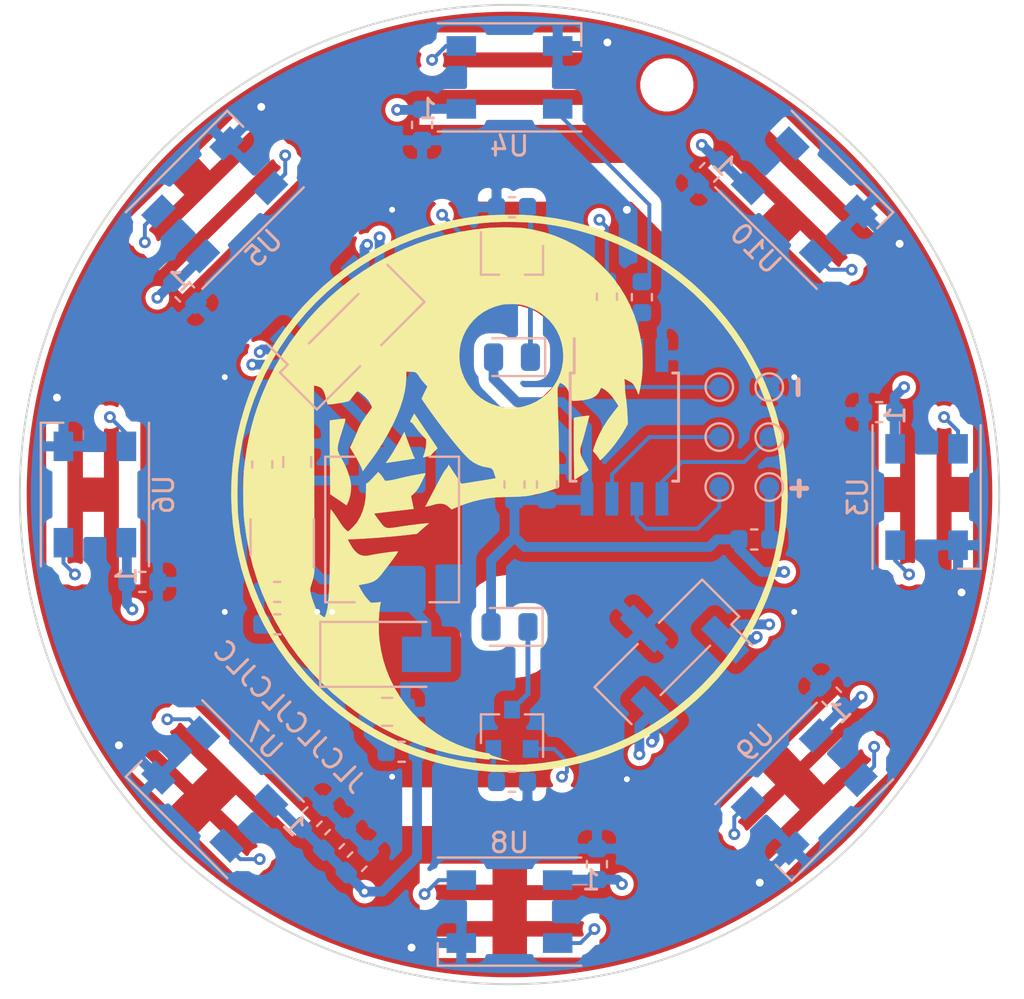
<source format=kicad_pcb>
(kicad_pcb (version 20171130) (host pcbnew "(5.1.6)-1")
  (layers (0 F.Cu signal) (1 In1.Cu power) (2 In2.Cu power) (31 B.Cu signal) (34 B.Paste user hide) (35 F.Paste user hide) (36 B.SilkS user hide) (37 F.SilkS user) (38 B.Mask user hide) (39 F.Mask user hide) (44 Edge.Cuts user))
  (net 0 "")
  (net 1 GND)
  (net 2 /Vin)
  (net 3 "Net-(C7-Pad1)")
  (net 4 "Net-(D1-Pad1)")
  (net 5 "Net-(D2-Pad2)")
  (net 6 "Net-(D3-Pad1)")
  (net 7 /LED_OUT1)
  (net 8 "Net-(Q1-Pad2)")
  (net 9 "Net-(Q2-Pad2)")
  (net 10 "Net-(R1-Pad2)")
  (net 11 "Net-(R2-Pad1)")
  (net 12 "Net-(R4-Pad2)")
  (net 13 /LED_OUT)
  (net 14 "Net-(R5-Pad2)")
  (net 15 "Net-(R6-Pad1)")
  (net 16 /rst)
  (net 17 /MISO)
  (net 18 /MOSI)
  (net 19 /SCK)
  (net 20 "Net-(U1-Pad6)")
  (net 21 "Net-(U3-Pad4)")
  (net 22 "Net-(U10-Pad4)")
  (net 23 "Net-(U4-Pad2)")
  (net 24 "Net-(U5-Pad2)")
  (net 25 "Net-(U6-Pad2)")
  (net 26 "Net-(U7-Pad2)")
  (net 27 "Net-(U8-Pad2)")
  (net 28 "Net-(U10-Pad2)")
  (net 29 /Batt)
  (module customs:F.SilkS_g1421 (layer F.Cu) (at 134.747 103.0478)
    (fp_text reference G*** hide)
    (fp_text value LOGO hide)
  )
  (module MountingHole:MountingHole_2.1mm (layer F.Cu) (at 142.748 82.2452)
    (fp_text reference REF** hide)
    (fp_text value MountingHole_2.1mm hide)
    (pad "" np_thru_hole circle (at 0 0) (size 2.1 2.1) (drill 2.1) (layers *.Cu *.Mask))
  )
  (module customs:Yin-Yang_battery_connect (layer F.Cu) (at 134.747 103.0732)
    (fp_text reference Ref** hide)
    (fp_text value Val** hide)
  )
  (module Connector_PinHeader_2.54mm:PinHeader_1x03_P2.54mm_Vertical_SMD_Pin1Left (layer B.Cu) (at 142.748 111.0742 135)
    (fp_text reference J2 hide)
    (fp_text value Conn_01x03_Male)
    (pad 2 smd rect (at 1.655 0 135) (size 2.51 1) (layers B.Cu B.Paste B.Mask) (net 1 GND))
    (pad 3 smd rect (at -1.655 -2.54 135) (size 2.51 1) (layers B.Cu B.Paste B.Mask) (net 29 /Batt))
    (pad 1 smd rect (at -1.655 2.54 135) (size 2.51 1) (layers B.Cu B.Paste B.Mask) (net 29 /Batt))
  )
  (module Connector_PinHeader_2.54mm:PinHeader_1x03_P2.54mm_Vertical_SMD_Pin1Left (layer B.Cu) (at 126.746 95.0722 315)
    (fp_text reference J1 hide)
    (fp_text value Conn_01x03_Male)
    (pad 2 smd rect (at 1.655 0 315) (size 2.51 1) (layers B.Cu B.Paste B.Mask) (net 1 GND))
    (pad 3 smd rect (at -1.655 -2.54 315) (size 2.51 1) (layers B.Cu B.Paste B.Mask) (net 29 /Batt))
    (pad 1 smd rect (at -1.655 2.54 315) (size 2.51 1) (layers B.Cu B.Paste B.Mask) (net 29 /Batt))
  )
  (module LOGO (layer F.Cu) (at 134.747 103.0732)
    (fp_text reference G*** hide)
    (fp_text value LOGO hide)
  )
  (module LOGO (layer F.Cu) (at 134.747 103.0732)
    (fp_text reference G*** hide)
    (fp_text value LOGO hide)
  )
  (module Capacitor_SMD:C_0805_2012Metric (layer B.Cu) (at 123.952 101.4222 90)
    (fp_text reference C1 hide)
    (fp_text value 22uF)
    (pad 2 smd roundrect (at 0.9375 0 90) (size 0.975 1.4) (layers B.Cu B.Paste B.Mask) (net 1 GND))
    (pad 1 smd roundrect (at -0.9375 0 90) (size 0.975 1.4) (layers B.Cu B.Paste B.Mask) (net 29 /Batt))
  )
  (module Capacitor_SMD:C_0603_1608Metric (layer B.Cu) (at 135.001 102.5652 90)
    (fp_text reference C2 hide)
    (fp_text value 4.7uF)
    (pad 1 smd roundrect (at -0.7875 0 90) (size 0.875 0.95) (layers B.Cu B.Paste B.Mask) (net 2 /Vin))
    (pad 2 smd roundrect (at 0.7875 0 90) (size 0.875 0.95) (layers B.Cu B.Paste B.Mask) (net 1 GND))
  )
  (module Capacitor_SMD:C_0603_1608Metric (layer B.Cu) (at 136.652 102.5652 90)
    (fp_text reference C3 hide)
    (fp_text value 0.1uF)
    (pad 2 smd roundrect (at 0.7875 0 90) (size 0.875 0.95) (layers B.Cu B.Paste B.Mask) (net 1 GND))
    (pad 1 smd roundrect (at -0.7875 0 90) (size 0.875 0.95) (layers B.Cu B.Paste B.Mask) (net 2 /Vin))
  )
  (module Capacitor_SMD:C_0603_1608Metric (layer B.Cu) (at 127 121.7422 45)
    (fp_text reference C4 hide)
    (fp_text value 10uF)
    (pad 2 smd roundrect (at 0.7875 0 45) (size 0.875 0.95) (layers B.Cu B.Paste B.Mask) (net 1 GND))
    (pad 1 smd roundrect (at -0.7875 0 45) (size 0.875 0.95) (layers B.Cu B.Paste B.Mask) (net 2 /Vin))
  )
  (module Capacitor_SMD:C_0603_1608Metric (layer B.Cu) (at 130.302 84.2772 270)
    (fp_text reference C5 hide)
    (fp_text value 0.1uF)
    (pad 2 smd roundrect (at 0.7875 0 270) (size 0.875 0.95) (layers B.Cu B.Paste B.Mask) (net 1 GND))
    (pad 1 smd roundrect (at -0.7875 0 270) (size 0.875 0.95) (layers B.Cu B.Paste B.Mask) (net 2 /Vin))
  )
  (module Capacitor_SMD:C_0603_1608Metric (layer B.Cu) (at 125.857 120.5992 45)
    (fp_text reference C6 hide)
    (fp_text value 4.7uF)
    (pad 1 smd roundrect (at -0.7875 0 45) (size 0.875 0.95) (layers B.Cu B.Paste B.Mask) (net 2 /Vin))
    (pad 2 smd roundrect (at 0.7875 0 45) (size 0.875 0.95) (layers B.Cu B.Paste B.Mask) (net 1 GND))
  )
  (module Capacitor_SMD:C_0805_2012Metric (layer B.Cu) (at 128.524 114.1222)
    (fp_text reference C7 hide)
    (fp_text value 22uF)
    (pad 1 smd roundrect (at -0.9375 0) (size 0.975 1.4) (layers B.Cu B.Paste B.Mask) (net 3 "Net-(C7-Pad1)"))
    (pad 2 smd roundrect (at 0.9375 0) (size 0.975 1.4) (layers B.Cu B.Paste B.Mask) (net 1 GND))
  )
  (module Capacitor_SMD:C_0603_1608Metric (layer B.Cu) (at 153.543 98.8822 180)
    (fp_text reference C8 hide)
    (fp_text value 0.1uF)
    (pad 1 smd roundrect (at -0.7875 0 180) (size 0.875 0.95) (layers B.Cu B.Paste B.Mask) (net 2 /Vin))
    (pad 2 smd roundrect (at 0.7875 0 180) (size 0.875 0.95) (layers B.Cu B.Paste B.Mask) (net 1 GND))
  )
  (module Capacitor_SMD:C_0603_1608Metric (layer B.Cu) (at 144.907 86.6902 225)
    (fp_text reference C9 hide)
    (fp_text value 0.1uF)
    (pad 1 smd roundrect (at -0.7875 0 225) (size 0.875 0.95) (layers B.Cu B.Paste B.Mask) (net 2 /Vin))
    (pad 2 smd roundrect (at 0.7875 0 225) (size 0.875 0.95) (layers B.Cu B.Paste B.Mask) (net 1 GND))
  )
  (module Capacitor_SMD:C_0603_1608Metric (layer B.Cu) (at 151.13 113.3602 135)
    (fp_text reference C10 hide)
    (fp_text value 0.1uF)
    (pad 2 smd roundrect (at 0.7875 0 135) (size 0.875 0.95) (layers B.Cu B.Paste B.Mask) (net 1 GND))
    (pad 1 smd roundrect (at -0.7875 0 135) (size 0.875 0.95) (layers B.Cu B.Paste B.Mask) (net 2 /Vin))
  )
  (module Capacitor_SMD:C_0603_1608Metric (layer B.Cu) (at 124.714 119.4562 45)
    (fp_text reference C11 hide)
    (fp_text value 0.1uF)
    (pad 1 smd roundrect (at -0.7875 0 45) (size 0.875 0.95) (layers B.Cu B.Paste B.Mask) (net 2 /Vin))
    (pad 2 smd roundrect (at 0.7875 0 45) (size 0.875 0.95) (layers B.Cu B.Paste B.Mask) (net 1 GND))
  )
  (module Capacitor_SMD:C_0603_1608Metric (layer B.Cu) (at 118.237 92.7862 315)
    (fp_text reference C12 hide)
    (fp_text value 0.1uF)
    (pad 2 smd roundrect (at 0.7875 0 315) (size 0.875 0.95) (layers B.Cu B.Paste B.Mask) (net 1 GND))
    (pad 1 smd roundrect (at -0.7875 0 315) (size 0.875 0.95) (layers B.Cu B.Paste B.Mask) (net 2 /Vin))
  )
  (module Capacitor_SMD:C_0603_1608Metric (layer B.Cu) (at 139.192 121.8692 90)
    (fp_text reference C13 hide)
    (fp_text value 0.1uF)
    (pad 2 smd roundrect (at 0.7875 0 90) (size 0.875 0.95) (layers B.Cu B.Paste B.Mask) (net 1 GND))
    (pad 1 smd roundrect (at -0.7875 0 90) (size 0.875 0.95) (layers B.Cu B.Paste B.Mask) (net 2 /Vin))
  )
  (module Capacitor_SMD:C_0603_1608Metric (layer B.Cu) (at 116.078 107.5182)
    (fp_text reference C14 hide)
    (fp_text value 0.1uF)
    (pad 1 smd roundrect (at -0.7875 0) (size 0.875 0.95) (layers B.Cu B.Paste B.Mask) (net 2 /Vin))
    (pad 2 smd roundrect (at 0.7875 0) (size 0.875 0.95) (layers B.Cu B.Paste B.Mask) (net 1 GND))
  )
  (module LED_SMD:LED_0805_2012Metric (layer B.Cu) (at 134.747 109.8042 180)
    (fp_text reference D1 hide)
    (fp_text value LED)
    (pad 2 smd roundrect (at 0.9375 0 180) (size 0.975 1.4) (layers B.Cu B.Paste B.Mask) (net 2 /Vin))
    (pad 1 smd roundrect (at -0.9375 0 180) (size 0.975 1.4) (layers B.Cu B.Paste B.Mask) (net 4 "Net-(D1-Pad1)"))
  )
  (module Diode_SMD:D_SMA (layer B.Cu) (at 128.524 111.2012)
    (fp_text reference D2 hide)
    (fp_text value SS34)
    (pad 1 smd rect (at -2 0) (size 2.5 1.8) (layers B.Cu B.Paste B.Mask) (net 3 "Net-(C7-Pad1)"))
    (pad 2 smd rect (at 2 0) (size 2.5 1.8) (layers B.Cu B.Paste B.Mask) (net 5 "Net-(D2-Pad2)"))
  )
  (module LED_SMD:LED_0805_2012Metric (layer B.Cu) (at 134.874 96.0882 180)
    (fp_text reference D3 hide)
    (fp_text value LED)
    (pad 1 smd roundrect (at -0.9375 0 180) (size 0.975 1.4) (layers B.Cu B.Paste B.Mask) (net 6 "Net-(D3-Pad1)"))
    (pad 2 smd roundrect (at 0.9375 0 180) (size 0.975 1.4) (layers B.Cu B.Paste B.Mask) (net 2 /Vin))
  )
  (module Inductor_SMD:L_Abracon_ASPI-0630LR (layer B.Cu) (at 128.778 104.8512 270)
    (fp_text reference L1 hide)
    (fp_text value 22uH)
    (pad 1 smd roundrect (at -3.025 0 270) (size 2.35 3.4) (layers B.Cu B.Paste B.Mask) (roundrect_rratio 0.1) (net 29 /Batt))
    (pad 2 smd roundrect (at 3.025 0 270) (size 2.35 3.4) (layers B.Cu B.Paste B.Mask) (roundrect_rratio 0.1) (net 5 "Net-(D2-Pad2)"))
  )
  (module Package_TO_SOT_SMD:SOT-23 (layer B.Cu) (at 134.874 115.0112 90)
    (fp_text reference Q1 hide)
    (fp_text value BC847)
    (pad 1 smd rect (at -1 0.95 90) (size 0.9 0.8) (layers B.Cu B.Paste B.Mask) (net 7 /LED_OUT1))
    (pad 2 smd rect (at -1 -0.95 90) (size 0.9 0.8) (layers B.Cu B.Paste B.Mask) (net 8 "Net-(Q1-Pad2)"))
    (pad 3 smd rect (at 1 0 90) (size 0.9 0.8) (layers B.Cu B.Paste B.Mask) (net 4 "Net-(D1-Pad1)"))
  )
  (module Package_TO_SOT_SMD:SOT-23 (layer B.Cu) (at 134.874 91.1352 270)
    (fp_text reference Q2 hide)
    (fp_text value BC847)
    (pad 3 smd rect (at 1 0 270) (size 0.9 0.8) (layers B.Cu B.Paste B.Mask) (net 6 "Net-(D3-Pad1)"))
    (pad 2 smd rect (at -1 -0.95 270) (size 0.9 0.8) (layers B.Cu B.Paste B.Mask) (net 9 "Net-(Q2-Pad2)"))
    (pad 1 smd rect (at -1 0.95 270) (size 0.9 0.8) (layers B.Cu B.Paste B.Mask) (net 7 /LED_OUT1))
  )
  (module Resistor_SMD:R_0603_1608Metric (layer B.Cu) (at 122.174 101.5492 270)
    (fp_text reference R1 hide)
    (fp_text value 10K)
    (pad 2 smd roundrect (at 0.7875 0 270) (size 0.875 0.95) (layers B.Cu B.Paste B.Mask) (net 10 "Net-(R1-Pad2)"))
    (pad 1 smd roundrect (at -0.7875 0 270) (size 0.875 0.95) (layers B.Cu B.Paste B.Mask) (net 29 /Batt))
  )
  (module Resistor_SMD:R_0603_1608Metric (layer B.Cu) (at 122.936 109.6772)
    (fp_text reference R2 hide)
    (fp_text value 73.33K)
    (pad 2 smd roundrect (at 0.7875 0) (size 0.875 0.95) (layers B.Cu B.Paste B.Mask) (net 3 "Net-(C7-Pad1)"))
    (pad 1 smd roundrect (at -0.7875 0) (size 0.875 0.95) (layers B.Cu B.Paste B.Mask) (net 11 "Net-(R2-Pad1)"))
  )
  (module Resistor_SMD:R_0603_1608Metric (layer B.Cu) (at 122.936 108.0262 180)
    (fp_text reference R3 hide)
    (fp_text value 10K)
    (pad 1 smd roundrect (at -0.7875 0 180) (size 0.875 0.95) (layers B.Cu B.Paste B.Mask) (net 1 GND))
    (pad 2 smd roundrect (at 0.7875 0 180) (size 0.875 0.95) (layers B.Cu B.Paste B.Mask) (net 11 "Net-(R2-Pad1)"))
  )
  (module Resistor_SMD:R_0603_1608Metric (layer B.Cu) (at 141.478 93.0402 270)
    (fp_text reference R4 hide)
    (fp_text value 0E)
    (pad 1 smd roundrect (at -0.7875 0 270) (size 0.875 0.95) (layers B.Cu B.Paste B.Mask) (net 13 /LED_OUT))
    (pad 2 smd roundrect (at 0.7875 0 270) (size 0.875 0.95) (layers B.Cu B.Paste B.Mask) (net 12 "Net-(R4-Pad2)"))
  )
  (module Resistor_SMD:R_0603_1608Metric (layer B.Cu) (at 139.7 93.0147 270)
    (fp_text reference R5 hide)
    (fp_text value 0E)
    (pad 1 smd roundrect (at -0.7875 0 270) (size 0.875 0.95) (layers B.Cu B.Paste B.Mask) (net 7 /LED_OUT1))
    (pad 2 smd roundrect (at 0.7875 0 270) (size 0.875 0.95) (layers B.Cu B.Paste B.Mask) (net 14 "Net-(R5-Pad2)"))
  )
  (module Resistor_SMD:R_0603_1608Metric (layer B.Cu) (at 147.193 105.3592 180)
    (fp_text reference R6 hide)
    (fp_text value 0E)
    (pad 2 smd roundrect (at 0.7875 0 180) (size 0.875 0.95) (layers B.Cu B.Paste B.Mask) (net 2 /Vin))
    (pad 1 smd roundrect (at -0.7875 0 180) (size 0.875 0.95) (layers B.Cu B.Paste B.Mask) (net 15 "Net-(R6-Pad1)"))
  )
  (module Resistor_SMD:R_0603_1608Metric (layer B.Cu) (at 129.2605 116.1542 180)
    (fp_text reference R7 hide)
    (fp_text value 0E)
    (pad 2 smd roundrect (at 0.7875 0 180) (size 0.875 0.95) (layers B.Cu B.Paste B.Mask) (net 3 "Net-(C7-Pad1)"))
    (pad 1 smd roundrect (at -0.7875 0 180) (size 0.875 0.95) (layers B.Cu B.Paste B.Mask) (net 2 /Vin))
  )
  (module Resistor_SMD:R_0603_1608Metric (layer B.Cu) (at 134.874 117.6782)
    (fp_text reference R8 hide)
    (fp_text value 560E)
    (pad 1 smd roundrect (at -0.7875 0) (size 0.875 0.95) (layers B.Cu B.Paste B.Mask) (net 8 "Net-(Q1-Pad2)"))
    (pad 2 smd roundrect (at 0.7875 0) (size 0.875 0.95) (layers B.Cu B.Paste B.Mask) (net 1 GND))
  )
  (module Resistor_SMD:R_0603_1608Metric (layer B.Cu) (at 134.874 88.4682 180)
    (fp_text reference R9 hide)
    (fp_text value 560E)
    (pad 1 smd roundrect (at -0.7875 0 180) (size 0.875 0.95) (layers B.Cu B.Paste B.Mask) (net 9 "Net-(Q2-Pad2)"))
    (pad 2 smd roundrect (at 0.7875 0 180) (size 0.875 0.95) (layers B.Cu B.Paste B.Mask) (net 1 GND))
  )
  (module TestPoint:TestPoint_Pad_D1.0mm (layer B.Cu) (at 145.415 97.6122)
    (fp_text reference TP1 hide)
    (fp_text value TestPoint)
    (pad 1 smd circle (at 0 0) (size 1 1) (layers B.Cu B.Mask) (net 16 /rst))
  )
  (module TestPoint:TestPoint_Pad_D1.0mm (layer B.Cu) (at 145.415 102.6922)
    (fp_text reference TP2 hide)
    (fp_text value TestPoint)
    (pad 1 smd circle (at 0 0) (size 1 1) (layers B.Cu B.Mask) (net 17 /MISO))
  )
  (module TestPoint:TestPoint_Pad_D1.0mm (layer B.Cu) (at 147.955 100.1522)
    (fp_text reference TP3 hide)
    (fp_text value TestPoint)
    (pad 1 smd circle (at 0 0) (size 1 1) (layers B.Cu B.Mask) (net 18 /MOSI))
  )
  (module TestPoint:TestPoint_Pad_D1.0mm (layer B.Cu) (at 145.415 100.1522)
    (fp_text reference TP4 hide)
    (fp_text value TestPoint)
    (pad 1 smd circle (at 0 0) (size 1 1) (layers B.Cu B.Mask) (net 19 /SCK))
  )
  (module TestPoint:TestPoint_Pad_D1.0mm (layer B.Cu) (at 147.955 102.6922)
    (fp_text reference TP5 hide)
    (fp_text value TestPoint)
    (pad 1 smd circle (at 0 0) (size 1 1) (layers B.Cu B.Mask) (net 15 "Net-(R6-Pad1)"))
  )
  (module TestPoint:TestPoint_Pad_D1.0mm (layer B.Cu) (at 147.955 97.6122)
    (fp_text reference TP6 hide)
    (fp_text value TestPoint)
    (pad 1 smd circle (at 0 0) (size 1 1) (layers B.Cu B.Mask) (net 1 GND))
  )
  (module Package_TO_SOT_SMD:SOT-23-6 (layer B.Cu) (at 123.19 105.2322 90)
    (fp_text reference U1 hide)
    (fp_text value MT3608)
    (pad 1 smd rect (at -1.1 0.95 90) (size 1.06 0.65) (layers B.Cu B.Paste B.Mask) (net 5 "Net-(D2-Pad2)"))
    (pad 2 smd rect (at -1.1 0 90) (size 1.06 0.65) (layers B.Cu B.Paste B.Mask) (net 1 GND))
    (pad 3 smd rect (at -1.1 -0.95 90) (size 1.06 0.65) (layers B.Cu B.Paste B.Mask) (net 11 "Net-(R2-Pad1)"))
    (pad 4 smd rect (at 1.1 -0.95 90) (size 1.06 0.65) (layers B.Cu B.Paste B.Mask) (net 10 "Net-(R1-Pad2)"))
    (pad 6 smd rect (at 1.1 0.95 90) (size 1.06 0.65) (layers B.Cu B.Paste B.Mask) (net 20 "Net-(U1-Pad6)"))
    (pad 5 smd rect (at 1.1 0 90) (size 1.06 0.65) (layers B.Cu B.Paste B.Mask) (net 29 /Batt))
  )
  (module Package_SO:SOIJ-8_5.3x5.3mm_P1.27mm (layer B.Cu) (at 140.589 99.6442 270)
    (fp_text reference U2 hide)
    (fp_text value ATtiny85-20SU)
    (pad 1 smd rect (at -3.65 1.905 270) (size 1.7 0.65) (layers B.Cu B.Paste B.Mask) (net 16 /rst))
    (pad 2 smd rect (at -3.65 0.635 270) (size 1.7 0.65) (layers B.Cu B.Paste B.Mask) (net 14 "Net-(R5-Pad2)"))
    (pad 3 smd rect (at -3.65 -0.635 270) (size 1.7 0.65) (layers B.Cu B.Paste B.Mask) (net 12 "Net-(R4-Pad2)"))
    (pad 4 smd rect (at -3.65 -1.905 270) (size 1.7 0.65) (layers B.Cu B.Paste B.Mask) (net 1 GND))
    (pad 5 smd rect (at 3.65 -1.905 270) (size 1.7 0.65) (layers B.Cu B.Paste B.Mask) (net 18 /MOSI))
    (pad 6 smd rect (at 3.65 -0.635 270) (size 1.7 0.65) (layers B.Cu B.Paste B.Mask) (net 17 /MISO))
    (pad 7 smd rect (at 3.65 0.635 270) (size 1.7 0.65) (layers B.Cu B.Paste B.Mask) (net 19 /SCK))
    (pad 8 smd rect (at 3.65 1.905 270) (size 1.7 0.65) (layers B.Cu B.Paste B.Mask) (net 2 /Vin))
  )
  (module LED_SMD:LED_WS2812B_PLCC4_5.0x5.0mm_P3.2mm (layer B.Cu) (at 155.956 103.2002 270)
    (fp_text reference U3 (at 0 3.5 90) (layer B.SilkS) (effects (justify mirror)))
    (fp_text value WS2812B_Reverse_Mount)
    (fp_text user 1 (at -4.15 1.6 90) (layer B.SilkS) (effects (justify mirror)))
    (pad 3 smd rect (at 2.45 -1.6 270) (size 1.5 1) (layers B.Cu B.Paste B.Mask) (net 1 GND))
    (pad 4 smd rect (at 2.45 1.6 270) (size 1.5 1) (layers B.Cu B.Paste B.Mask) (net 21 "Net-(U3-Pad4)"))
    (pad 2 smd rect (at -2.45 -1.6 270) (size 1.5 1) (layers B.Cu B.Paste B.Mask) (net 22 "Net-(U10-Pad4)"))
    (pad 1 smd rect (at -2.45 1.6 270) (size 1.5 1) (layers B.Cu B.Paste B.Mask) (net 2 /Vin))
  )
  (module LED_SMD:LED_WS2812B_PLCC4_5.0x5.0mm_P3.2mm (layer B.Cu) (at 134.747 81.8642)
    (fp_text reference U4 (at 0 3.5) (layer B.SilkS) (effects (justify mirror)))
    (fp_text value WS2812B_Reverse_Mount)
    (fp_text user 1 (at -4.15 1.6) (layer B.SilkS) (effects (justify mirror)))
    (pad 3 smd rect (at 2.45 -1.6) (size 1.5 1) (layers B.Cu B.Paste B.Mask) (net 1 GND))
    (pad 4 smd rect (at 2.45 1.6) (size 1.5 1) (layers B.Cu B.Paste B.Mask) (net 13 /LED_OUT))
    (pad 2 smd rect (at -2.45 -1.6) (size 1.5 1) (layers B.Cu B.Paste B.Mask) (net 23 "Net-(U4-Pad2)"))
    (pad 1 smd rect (at -2.45 1.6) (size 1.5 1) (layers B.Cu B.Paste B.Mask) (net 2 /Vin))
  )
  (module LED_SMD:LED_WS2812B_PLCC4_5.0x5.0mm_P3.2mm (layer B.Cu) (at 119.761 88.0872 45)
    (fp_text reference U5 (at 0 3.5 45) (layer B.SilkS) (effects (justify mirror)))
    (fp_text value WS2812B_Reverse_Mount)
    (fp_text user 1 (at -4.15 1.6 45) (layer B.SilkS) (effects (justify mirror)))
    (pad 1 smd rect (at -2.45 1.6 45) (size 1.5 1) (layers B.Cu B.Paste B.Mask) (net 2 /Vin))
    (pad 2 smd rect (at -2.45 -1.6 45) (size 1.5 1) (layers B.Cu B.Paste B.Mask) (net 24 "Net-(U5-Pad2)"))
    (pad 4 smd rect (at 2.45 1.6 45) (size 1.5 1) (layers B.Cu B.Paste B.Mask) (net 23 "Net-(U4-Pad2)"))
    (pad 3 smd rect (at 2.45 -1.6 45) (size 1.5 1) (layers B.Cu B.Paste B.Mask) (net 1 GND))
  )
  (module LED_SMD:LED_WS2812B_PLCC4_5.0x5.0mm_P3.2mm (layer B.Cu) (at 113.665 103.0732 90)
    (fp_text reference U6 (at 0 3.5 90) (layer B.SilkS) (effects (justify mirror)))
    (fp_text value WS2812B_Reverse_Mount)
    (fp_text user 1 (at -4.15 1.6 90) (layer B.SilkS) (effects (justify mirror)))
    (pad 1 smd rect (at -2.45 1.6 90) (size 1.5 1) (layers B.Cu B.Paste B.Mask) (net 2 /Vin))
    (pad 2 smd rect (at -2.45 -1.6 90) (size 1.5 1) (layers B.Cu B.Paste B.Mask) (net 25 "Net-(U6-Pad2)"))
    (pad 4 smd rect (at 2.45 1.6 90) (size 1.5 1) (layers B.Cu B.Paste B.Mask) (net 24 "Net-(U5-Pad2)"))
    (pad 3 smd rect (at 2.45 -1.6 90) (size 1.5 1) (layers B.Cu B.Paste B.Mask) (net 1 GND))
  )
  (module LED_SMD:LED_WS2812B_PLCC4_5.0x5.0mm_P3.2mm (layer B.Cu) (at 119.761 118.0592 135)
    (fp_text reference U7 (at 0 3.5 135) (layer B.SilkS) (effects (justify mirror)))
    (fp_text value WS2812B_Reverse_Mount)
    (fp_text user 1 (at -4.15 1.6 135) (layer B.SilkS) (effects (justify mirror)))
    (pad 3 smd rect (at 2.45 -1.6 135) (size 1.5 1) (layers B.Cu B.Paste B.Mask) (net 1 GND))
    (pad 4 smd rect (at 2.45 1.6 135) (size 1.5 1) (layers B.Cu B.Paste B.Mask) (net 25 "Net-(U6-Pad2)"))
    (pad 2 smd rect (at -2.45 -1.6 135) (size 1.5 1) (layers B.Cu B.Paste B.Mask) (net 26 "Net-(U7-Pad2)"))
    (pad 1 smd rect (at -2.45 1.6 135) (size 1.5 1) (layers B.Cu B.Paste B.Mask) (net 2 /Vin))
  )
  (module LED_SMD:LED_WS2812B_PLCC4_5.0x5.0mm_P3.2mm (layer B.Cu) (at 134.747 124.2822 180)
    (fp_text reference U8 (at 0 3.5) (layer B.SilkS) (effects (justify mirror)))
    (fp_text value WS2812B_Reverse_Mount)
    (fp_text user 1 (at -4.15 1.6) (layer B.SilkS) (effects (justify mirror)))
    (pad 1 smd rect (at -2.45 1.6 180) (size 1.5 1) (layers B.Cu B.Paste B.Mask) (net 2 /Vin))
    (pad 2 smd rect (at -2.45 -1.6 180) (size 1.5 1) (layers B.Cu B.Paste B.Mask) (net 27 "Net-(U8-Pad2)"))
    (pad 4 smd rect (at 2.45 1.6 180) (size 1.5 1) (layers B.Cu B.Paste B.Mask) (net 26 "Net-(U7-Pad2)"))
    (pad 3 smd rect (at 2.45 -1.6 180) (size 1.5 1) (layers B.Cu B.Paste B.Mask) (net 1 GND))
  )
  (module LED_SMD:LED_WS2812B_PLCC4_5.0x5.0mm_P3.2mm (layer B.Cu) (at 149.733 118.1862 225)
    (fp_text reference U9 (at 0 3.5 45) (layer B.SilkS) (effects (justify mirror)))
    (fp_text value WS2812B_Reverse_Mount)
    (fp_text user 1 (at -4.15 1.6 45) (layer B.SilkS) (effects (justify mirror)))
    (pad 3 smd rect (at 2.45 -1.6 225) (size 1.5 1) (layers B.Cu B.Paste B.Mask) (net 1 GND))
    (pad 4 smd rect (at 2.45 1.6 225) (size 1.5 1) (layers B.Cu B.Paste B.Mask) (net 27 "Net-(U8-Pad2)"))
    (pad 2 smd rect (at -2.45 -1.6 225) (size 1.5 1) (layers B.Cu B.Paste B.Mask) (net 21 "Net-(U3-Pad4)"))
    (pad 1 smd rect (at -2.45 1.6 225) (size 1.5 1) (layers B.Cu B.Paste B.Mask) (net 2 /Vin))
  )
  (module LED_SMD:LED_WS2812B_PLCC4_5.0x5.0mm_P3.2mm (layer B.Cu) (at 149.733 88.0872 315)
    (fp_text reference U10 (at 0 3.5 135) (layer B.SilkS) (effects (justify mirror)))
    (fp_text value WS2812B_Reverse_Mount)
    (fp_text user 1 (at -4.15 1.6 135) (layer B.SilkS) (effects (justify mirror)))
    (pad 1 smd rect (at -2.45 1.6 315) (size 1.5 1) (layers B.Cu B.Paste B.Mask) (net 2 /Vin))
    (pad 2 smd rect (at -2.45 -1.6 315) (size 1.5 1) (layers B.Cu B.Paste B.Mask) (net 28 "Net-(U10-Pad2)"))
    (pad 4 smd rect (at 2.45 1.6 315) (size 1.5 1) (layers B.Cu B.Paste B.Mask) (net 22 "Net-(U10-Pad4)"))
    (pad 3 smd rect (at 2.45 -1.6 315) (size 1.5 1) (layers B.Cu B.Paste B.Mask) (net 1 GND))
  )
  (gr_text + (at 149.479 102.6922) (layer B.SilkS) (effects (font (size 1 1) (thickness 0.25)) (justify mirror)))
  (gr_text - (at 149.352 97.6122 90) (layer B.SilkS) (effects (font (size 1 1) (thickness 0.25)) (justify mirror)))
  (gr_text JLCJLCJLCJLC (at 123.571 114.3762 315) (layer B.SilkS) (effects (font (size 1 1)) (justify mirror)))
  (gr_line (start 159.646999 103.0728) (end 159.646999 103.150799) (layer Edge.Cuts) (width 0.1))
  (gr_line (start 159.646999 103.150799) (end 159.645999 103.227799) (layer Edge.Cuts) (width 0.1))
  (gr_line (start 159.645999 103.227799) (end 159.645999 103.304799) (layer Edge.Cuts) (width 0.1))
  (gr_line (start 159.645999 103.304799) (end 159.644999 103.382799) (layer Edge.Cuts) (width 0.1))
  (gr_line (start 159.644999 103.382799) (end 159.643999 103.459799) (layer Edge.Cuts) (width 0.1))
  (gr_line (start 159.643999 103.459799) (end 159.641999 103.536799) (layer Edge.Cuts) (width 0.1))
  (gr_line (start 159.641999 103.536799) (end 159.640999 103.614799) (layer Edge.Cuts) (width 0.1))
  (gr_line (start 159.640999 103.614799) (end 159.638999 103.691799) (layer Edge.Cuts) (width 0.1))
  (gr_line (start 159.638999 103.691799) (end 159.636999 103.768799) (layer Edge.Cuts) (width 0.1))
  (gr_line (start 159.636999 103.768799) (end 159.634999 103.845799) (layer Edge.Cuts) (width 0.1))
  (gr_line (start 159.634999 103.845799) (end 159.631999 103.922799) (layer Edge.Cuts) (width 0.1))
  (gr_line (start 159.631999 103.922799) (end 159.629999 103.999799) (layer Edge.Cuts) (width 0.1))
  (gr_line (start 159.629999 103.999799) (end 159.626999 104.076799) (layer Edge.Cuts) (width 0.1))
  (gr_line (start 159.626999 104.076799) (end 159.622999 104.153799) (layer Edge.Cuts) (width 0.1))
  (gr_line (start 159.622999 104.153799) (end 159.619999 104.230799) (layer Edge.Cuts) (width 0.1))
  (gr_line (start 159.619999 104.230799) (end 159.615999 104.307799) (layer Edge.Cuts) (width 0.1))
  (gr_line (start 159.615999 104.307799) (end 159.611999 104.384799) (layer Edge.Cuts) (width 0.1))
  (gr_line (start 159.611999 104.384799) (end 159.607999 104.461799) (layer Edge.Cuts) (width 0.1))
  (gr_line (start 159.607999 104.461799) (end 159.603999 104.538799) (layer Edge.Cuts) (width 0.1))
  (gr_line (start 159.603999 104.538799) (end 159.598999 104.615799) (layer Edge.Cuts) (width 0.1))
  (gr_line (start 159.598999 104.615799) (end 159.593999 104.691799) (layer Edge.Cuts) (width 0.1))
  (gr_line (start 159.593999 104.691799) (end 159.588999 104.768799) (layer Edge.Cuts) (width 0.1))
  (gr_line (start 159.588999 104.768799) (end 159.583999 104.845799) (layer Edge.Cuts) (width 0.1))
  (gr_line (start 159.583999 104.845799) (end 159.577999 104.921799) (layer Edge.Cuts) (width 0.1))
  (gr_line (start 159.577999 104.921799) (end 159.571999 104.998799) (layer Edge.Cuts) (width 0.1))
  (gr_line (start 159.571999 104.998799) (end 159.565999 105.075799) (layer Edge.Cuts) (width 0.1))
  (gr_line (start 159.565999 105.075799) (end 159.559999 105.151799) (layer Edge.Cuts) (width 0.1))
  (gr_line (start 159.559999 105.151799) (end 159.552999 105.228799) (layer Edge.Cuts) (width 0.1))
  (gr_line (start 159.552999 105.228799) (end 159.546999 105.304799) (layer Edge.Cuts) (width 0.1))
  (gr_line (start 159.546999 105.304799) (end 159.539999 105.381799) (layer Edge.Cuts) (width 0.1))
  (gr_line (start 159.539999 105.381799) (end 159.531999 105.457799) (layer Edge.Cuts) (width 0.1))
  (gr_line (start 159.531999 105.457799) (end 159.524999 105.533799) (layer Edge.Cuts) (width 0.1))
  (gr_line (start 159.524999 105.533799) (end 159.516999 105.610799) (layer Edge.Cuts) (width 0.1))
  (gr_line (start 159.516999 105.610799) (end 159.508999 105.686799) (layer Edge.Cuts) (width 0.1))
  (gr_line (start 159.508999 105.686799) (end 159.500999 105.762799) (layer Edge.Cuts) (width 0.1))
  (gr_line (start 159.500999 105.762799) (end 159.492999 105.839799) (layer Edge.Cuts) (width 0.1))
  (gr_line (start 159.492999 105.839799) (end 159.483999 105.915799) (layer Edge.Cuts) (width 0.1))
  (gr_line (start 159.483999 105.915799) (end 159.474999 105.991799) (layer Edge.Cuts) (width 0.1))
  (gr_line (start 159.474999 105.991799) (end 159.465999 106.067799) (layer Edge.Cuts) (width 0.1))
  (gr_line (start 159.465999 106.067799) (end 159.456999 106.143799) (layer Edge.Cuts) (width 0.1))
  (gr_line (start 159.456999 106.143799) (end 159.446999 106.219799) (layer Edge.Cuts) (width 0.1))
  (gr_line (start 159.446999 106.219799) (end 159.436999 106.295799) (layer Edge.Cuts) (width 0.1))
  (gr_line (start 159.436999 106.295799) (end 159.426999 106.371799) (layer Edge.Cuts) (width 0.1))
  (gr_line (start 159.426999 106.371799) (end 159.416999 106.446799) (layer Edge.Cuts) (width 0.1))
  (gr_line (start 159.416999 106.446799) (end 159.406999 106.522799) (layer Edge.Cuts) (width 0.1))
  (gr_line (start 159.406999 106.522799) (end 159.395999 106.598799) (layer Edge.Cuts) (width 0.1))
  (gr_line (start 159.395999 106.598799) (end 159.384999 106.674799) (layer Edge.Cuts) (width 0.1))
  (gr_line (start 159.384999 106.674799) (end 159.373999 106.749799) (layer Edge.Cuts) (width 0.1))
  (gr_line (start 159.373999 106.749799) (end 159.361999 106.825799) (layer Edge.Cuts) (width 0.1))
  (gr_line (start 159.361999 106.825799) (end 159.350999 106.901799) (layer Edge.Cuts) (width 0.1))
  (gr_line (start 159.350999 106.901799) (end 159.338999 106.976799) (layer Edge.Cuts) (width 0.1))
  (gr_line (start 159.338999 106.976799) (end 159.326999 107.051799) (layer Edge.Cuts) (width 0.1))
  (gr_line (start 159.326999 107.051799) (end 159.314999 107.127799) (layer Edge.Cuts) (width 0.1))
  (gr_line (start 159.314999 107.127799) (end 159.301999 107.202799) (layer Edge.Cuts) (width 0.1))
  (gr_line (start 159.301999 107.202799) (end 159.288999 107.278799) (layer Edge.Cuts) (width 0.1))
  (gr_line (start 159.288999 107.278799) (end 159.275999 107.353799) (layer Edge.Cuts) (width 0.1))
  (gr_line (start 159.275999 107.353799) (end 159.262999 107.428799) (layer Edge.Cuts) (width 0.1))
  (gr_line (start 159.262999 107.428799) (end 159.248999 107.503799) (layer Edge.Cuts) (width 0.1))
  (gr_line (start 159.248999 107.503799) (end 159.235999 107.578799) (layer Edge.Cuts) (width 0.1))
  (gr_line (start 159.235999 107.578799) (end 159.221999 107.653799) (layer Edge.Cuts) (width 0.1))
  (gr_line (start 159.221999 107.653799) (end 159.207999 107.728799) (layer Edge.Cuts) (width 0.1))
  (gr_line (start 159.207999 107.728799) (end 159.192999 107.803799) (layer Edge.Cuts) (width 0.1))
  (gr_line (start 159.192999 107.803799) (end 159.178999 107.878799) (layer Edge.Cuts) (width 0.1))
  (gr_line (start 159.178999 107.878799) (end 159.163999 107.953799) (layer Edge.Cuts) (width 0.1))
  (gr_line (start 159.163999 107.953799) (end 159.148999 108.028799) (layer Edge.Cuts) (width 0.1))
  (gr_line (start 159.148999 108.028799) (end 159.133999 108.102799) (layer Edge.Cuts) (width 0.1))
  (gr_line (start 159.133999 108.102799) (end 159.117999 108.177799) (layer Edge.Cuts) (width 0.1))
  (gr_line (start 159.117999 108.177799) (end 159.101999 108.252799) (layer Edge.Cuts) (width 0.1))
  (gr_line (start 159.101999 108.252799) (end 159.085999 108.326799) (layer Edge.Cuts) (width 0.1))
  (gr_line (start 159.085999 108.326799) (end 159.069999 108.401799) (layer Edge.Cuts) (width 0.1))
  (gr_line (start 159.069999 108.401799) (end 159.053999 108.475799) (layer Edge.Cuts) (width 0.1))
  (gr_line (start 159.053999 108.475799) (end 159.036999 108.549799) (layer Edge.Cuts) (width 0.1))
  (gr_line (start 159.036999 108.549799) (end 159.019999 108.624799) (layer Edge.Cuts) (width 0.1))
  (gr_line (start 159.019999 108.624799) (end 159.002999 108.698799) (layer Edge.Cuts) (width 0.1))
  (gr_line (start 159.002999 108.698799) (end 158.985999 108.772799) (layer Edge.Cuts) (width 0.1))
  (gr_line (start 158.985999 108.772799) (end 158.967999 108.846799) (layer Edge.Cuts) (width 0.1))
  (gr_line (start 158.967999 108.846799) (end 158.949999 108.920799) (layer Edge.Cuts) (width 0.1))
  (gr_line (start 158.949999 108.920799) (end 158.931999 108.994799) (layer Edge.Cuts) (width 0.1))
  (gr_line (start 158.931999 108.994799) (end 158.913999 109.068799) (layer Edge.Cuts) (width 0.1))
  (gr_line (start 158.913999 109.068799) (end 158.895999 109.142799) (layer Edge.Cuts) (width 0.1))
  (gr_line (start 158.895999 109.142799) (end 158.876999 109.216799) (layer Edge.Cuts) (width 0.1))
  (gr_line (start 158.876999 109.216799) (end 158.857999 109.289799) (layer Edge.Cuts) (width 0.1))
  (gr_line (start 158.857999 109.289799) (end 158.838999 109.363799) (layer Edge.Cuts) (width 0.1))
  (gr_line (start 158.838999 109.363799) (end 158.819999 109.437799) (layer Edge.Cuts) (width 0.1))
  (gr_line (start 158.819999 109.437799) (end 158.799999 109.510799) (layer Edge.Cuts) (width 0.1))
  (gr_line (start 158.799999 109.510799) (end 158.779999 109.583799) (layer Edge.Cuts) (width 0.1))
  (gr_line (start 158.779999 109.583799) (end 158.759999 109.657799) (layer Edge.Cuts) (width 0.1))
  (gr_line (start 158.759999 109.657799) (end 158.739999 109.730799) (layer Edge.Cuts) (width 0.1))
  (gr_line (start 158.739999 109.730799) (end 158.719999 109.803799) (layer Edge.Cuts) (width 0.1))
  (gr_line (start 158.719999 109.803799) (end 158.698999 109.877799) (layer Edge.Cuts) (width 0.1))
  (gr_line (start 158.698999 109.877799) (end 158.677999 109.950799) (layer Edge.Cuts) (width 0.1))
  (gr_line (start 158.677999 109.950799) (end 158.656999 110.023799) (layer Edge.Cuts) (width 0.1))
  (gr_line (start 158.656999 110.023799) (end 158.635999 110.096799) (layer Edge.Cuts) (width 0.1))
  (gr_line (start 158.635999 110.096799) (end 158.613999 110.169799) (layer Edge.Cuts) (width 0.1))
  (gr_line (start 158.613999 110.169799) (end 158.591999 110.241799) (layer Edge.Cuts) (width 0.1))
  (gr_line (start 158.591999 110.241799) (end 158.569999 110.314799) (layer Edge.Cuts) (width 0.1))
  (gr_line (start 158.569999 110.314799) (end 158.547999 110.387799) (layer Edge.Cuts) (width 0.1))
  (gr_line (start 158.547999 110.387799) (end 158.525999 110.459799) (layer Edge.Cuts) (width 0.1))
  (gr_line (start 158.525999 110.459799) (end 158.502999 110.532799) (layer Edge.Cuts) (width 0.1))
  (gr_line (start 158.502999 110.532799) (end 158.479999 110.604799) (layer Edge.Cuts) (width 0.1))
  (gr_line (start 158.479999 110.604799) (end 158.456999 110.677799) (layer Edge.Cuts) (width 0.1))
  (gr_line (start 158.456999 110.677799) (end 158.433999 110.749799) (layer Edge.Cuts) (width 0.1))
  (gr_line (start 158.433999 110.749799) (end 158.409999 110.821799) (layer Edge.Cuts) (width 0.1))
  (gr_line (start 158.409999 110.821799) (end 158.386999 110.894799) (layer Edge.Cuts) (width 0.1))
  (gr_line (start 158.386999 110.894799) (end 158.362999 110.966799) (layer Edge.Cuts) (width 0.1))
  (gr_line (start 158.362999 110.966799) (end 158.337999 111.038799) (layer Edge.Cuts) (width 0.1))
  (gr_line (start 158.337999 111.038799) (end 158.313999 111.110799) (layer Edge.Cuts) (width 0.1))
  (gr_line (start 158.313999 111.110799) (end 158.288999 111.181799) (layer Edge.Cuts) (width 0.1))
  (gr_line (start 158.288999 111.181799) (end 158.264999 111.253799) (layer Edge.Cuts) (width 0.1))
  (gr_line (start 158.264999 111.253799) (end 158.238999 111.325799) (layer Edge.Cuts) (width 0.1))
  (gr_line (start 158.238999 111.325799) (end 158.213999 111.396799) (layer Edge.Cuts) (width 0.1))
  (gr_line (start 158.213999 111.396799) (end 158.188999 111.468799) (layer Edge.Cuts) (width 0.1))
  (gr_line (start 158.188999 111.468799) (end 158.162999 111.539799) (layer Edge.Cuts) (width 0.1))
  (gr_line (start 158.162999 111.539799) (end 158.136999 111.611799) (layer Edge.Cuts) (width 0.1))
  (gr_line (start 158.136999 111.611799) (end 158.110999 111.682799) (layer Edge.Cuts) (width 0.1))
  (gr_line (start 158.110999 111.682799) (end 158.084999 111.753799) (layer Edge.Cuts) (width 0.1))
  (gr_line (start 158.084999 111.753799) (end 158.057999 111.824799) (layer Edge.Cuts) (width 0.1))
  (gr_line (start 158.057999 111.824799) (end 158.030999 111.896799) (layer Edge.Cuts) (width 0.1))
  (gr_line (start 158.030999 111.896799) (end 158.003999 111.966799) (layer Edge.Cuts) (width 0.1))
  (gr_line (start 158.003999 111.966799) (end 157.976999 112.037799) (layer Edge.Cuts) (width 0.1))
  (gr_line (start 157.976999 112.037799) (end 157.948999 112.108799) (layer Edge.Cuts) (width 0.1))
  (gr_line (start 157.948999 112.108799) (end 157.921999 112.179799) (layer Edge.Cuts) (width 0.1))
  (gr_line (start 157.921999 112.179799) (end 157.893999 112.249799) (layer Edge.Cuts) (width 0.1))
  (gr_line (start 157.893999 112.249799) (end 157.865999 112.320799) (layer Edge.Cuts) (width 0.1))
  (gr_line (start 157.865999 112.320799) (end 157.837999 112.390799) (layer Edge.Cuts) (width 0.1))
  (gr_line (start 157.837999 112.390799) (end 157.808999 112.461799) (layer Edge.Cuts) (width 0.1))
  (gr_line (start 157.808999 112.461799) (end 157.779999 112.531799) (layer Edge.Cuts) (width 0.1))
  (gr_line (start 157.779999 112.531799) (end 157.750999 112.601799) (layer Edge.Cuts) (width 0.1))
  (gr_line (start 157.750999 112.601799) (end 157.721999 112.671799) (layer Edge.Cuts) (width 0.1))
  (gr_line (start 157.721999 112.671799) (end 157.692999 112.741799) (layer Edge.Cuts) (width 0.1))
  (gr_line (start 157.692999 112.741799) (end 157.662999 112.811799) (layer Edge.Cuts) (width 0.1))
  (gr_line (start 157.662999 112.811799) (end 157.632999 112.881799) (layer Edge.Cuts) (width 0.1))
  (gr_line (start 157.632999 112.881799) (end 157.602999 112.951799) (layer Edge.Cuts) (width 0.1))
  (gr_line (start 157.602999 112.951799) (end 157.572999 113.020799) (layer Edge.Cuts) (width 0.1))
  (gr_line (start 157.572999 113.020799) (end 157.542999 113.090799) (layer Edge.Cuts) (width 0.1))
  (gr_line (start 157.542999 113.090799) (end 157.511999 113.159799) (layer Edge.Cuts) (width 0.1))
  (gr_line (start 157.511999 113.159799) (end 157.480999 113.229799) (layer Edge.Cuts) (width 0.1))
  (gr_line (start 157.480999 113.229799) (end 157.449999 113.298799) (layer Edge.Cuts) (width 0.1))
  (gr_line (start 157.449999 113.298799) (end 157.418999 113.367799) (layer Edge.Cuts) (width 0.1))
  (gr_line (start 157.418999 113.367799) (end 157.386999 113.436799) (layer Edge.Cuts) (width 0.1))
  (gr_line (start 157.386999 113.436799) (end 157.355999 113.505799) (layer Edge.Cuts) (width 0.1))
  (gr_line (start 157.355999 113.505799) (end 157.323999 113.574799) (layer Edge.Cuts) (width 0.1))
  (gr_line (start 157.323999 113.574799) (end 157.291999 113.643799) (layer Edge.Cuts) (width 0.1))
  (gr_line (start 157.291999 113.643799) (end 157.258999 113.712799) (layer Edge.Cuts) (width 0.1))
  (gr_line (start 157.258999 113.712799) (end 157.226999 113.780799) (layer Edge.Cuts) (width 0.1))
  (gr_line (start 157.226999 113.780799) (end 157.193999 113.849799) (layer Edge.Cuts) (width 0.1))
  (gr_line (start 157.193999 113.849799) (end 157.160999 113.917799) (layer Edge.Cuts) (width 0.1))
  (gr_line (start 157.160999 113.917799) (end 157.127999 113.986799) (layer Edge.Cuts) (width 0.1))
  (gr_line (start 157.127999 113.986799) (end 157.093999 114.054799) (layer Edge.Cuts) (width 0.1))
  (gr_line (start 157.093999 114.054799) (end 157.060999 114.122799) (layer Edge.Cuts) (width 0.1))
  (gr_line (start 157.060999 114.122799) (end 157.026999 114.190799) (layer Edge.Cuts) (width 0.1))
  (gr_line (start 157.026999 114.190799) (end 156.992999 114.258799) (layer Edge.Cuts) (width 0.1))
  (gr_line (start 156.992999 114.258799) (end 156.958999 114.326799) (layer Edge.Cuts) (width 0.1))
  (gr_line (start 156.958999 114.326799) (end 156.923999 114.393799) (layer Edge.Cuts) (width 0.1))
  (gr_line (start 156.923999 114.393799) (end 156.889999 114.461799) (layer Edge.Cuts) (width 0.1))
  (gr_line (start 156.889999 114.461799) (end 156.854999 114.529799) (layer Edge.Cuts) (width 0.1))
  (gr_line (start 156.854999 114.529799) (end 156.819999 114.596799) (layer Edge.Cuts) (width 0.1))
  (gr_line (start 156.819999 114.596799) (end 156.784999 114.663799) (layer Edge.Cuts) (width 0.1))
  (gr_line (start 156.784999 114.663799) (end 156.748999 114.730799) (layer Edge.Cuts) (width 0.1))
  (gr_line (start 156.748999 114.730799) (end 156.712999 114.798799) (layer Edge.Cuts) (width 0.1))
  (gr_line (start 156.712999 114.798799) (end 156.676999 114.865799) (layer Edge.Cuts) (width 0.1))
  (gr_line (start 156.676999 114.865799) (end 156.640999 114.931799) (layer Edge.Cuts) (width 0.1))
  (gr_line (start 156.640999 114.931799) (end 156.604999 114.998799) (layer Edge.Cuts) (width 0.1))
  (gr_line (start 156.604999 114.998799) (end 156.568999 115.065799) (layer Edge.Cuts) (width 0.1))
  (gr_line (start 156.568999 115.065799) (end 156.531999 115.132799) (layer Edge.Cuts) (width 0.1))
  (gr_line (start 156.531999 115.132799) (end 156.494999 115.198799) (layer Edge.Cuts) (width 0.1))
  (gr_line (start 156.494999 115.198799) (end 156.457999 115.264799) (layer Edge.Cuts) (width 0.1))
  (gr_line (start 156.457999 115.264799) (end 156.419999 115.331799) (layer Edge.Cuts) (width 0.1))
  (gr_line (start 156.419999 115.331799) (end 156.382999 115.397799) (layer Edge.Cuts) (width 0.1))
  (gr_line (start 156.382999 115.397799) (end 156.344999 115.463799) (layer Edge.Cuts) (width 0.1))
  (gr_line (start 156.344999 115.463799) (end 156.306999 115.529799) (layer Edge.Cuts) (width 0.1))
  (gr_line (start 156.306999 115.529799) (end 156.268999 115.595799) (layer Edge.Cuts) (width 0.1))
  (gr_line (start 156.268999 115.595799) (end 156.230999 115.660799) (layer Edge.Cuts) (width 0.1))
  (gr_line (start 156.230999 115.660799) (end 156.191999 115.726799) (layer Edge.Cuts) (width 0.1))
  (gr_line (start 156.191999 115.726799) (end 156.152999 115.791799) (layer Edge.Cuts) (width 0.1))
  (gr_line (start 156.152999 115.791799) (end 156.113999 115.857799) (layer Edge.Cuts) (width 0.1))
  (gr_line (start 156.113999 115.857799) (end 156.074999 115.922799) (layer Edge.Cuts) (width 0.1))
  (gr_line (start 156.074999 115.922799) (end 156.035999 115.987799) (layer Edge.Cuts) (width 0.1))
  (gr_line (start 156.035999 115.987799) (end 155.995999 116.052799) (layer Edge.Cuts) (width 0.1))
  (gr_line (start 155.995999 116.052799) (end 155.955999 116.117799) (layer Edge.Cuts) (width 0.1))
  (gr_line (start 155.955999 116.117799) (end 155.915999 116.182799) (layer Edge.Cuts) (width 0.1))
  (gr_line (start 155.915999 116.182799) (end 155.875999 116.246799) (layer Edge.Cuts) (width 0.1))
  (gr_line (start 155.875999 116.246799) (end 155.835999 116.311799) (layer Edge.Cuts) (width 0.1))
  (gr_line (start 155.835999 116.311799) (end 155.794999 116.376799) (layer Edge.Cuts) (width 0.1))
  (gr_line (start 155.794999 116.376799) (end 155.754999 116.440799) (layer Edge.Cuts) (width 0.1))
  (gr_line (start 155.754999 116.440799) (end 155.713999 116.504799) (layer Edge.Cuts) (width 0.1))
  (gr_line (start 155.713999 116.504799) (end 155.671999 116.568799) (layer Edge.Cuts) (width 0.1))
  (gr_line (start 155.671999 116.568799) (end 155.630999 116.632799) (layer Edge.Cuts) (width 0.1))
  (gr_line (start 155.630999 116.632799) (end 155.588999 116.696799) (layer Edge.Cuts) (width 0.1))
  (gr_line (start 155.588999 116.696799) (end 155.546999 116.760799) (layer Edge.Cuts) (width 0.1))
  (gr_line (start 155.546999 116.760799) (end 155.504999 116.823799) (layer Edge.Cuts) (width 0.1))
  (gr_line (start 155.504999 116.823799) (end 155.462999 116.887799) (layer Edge.Cuts) (width 0.1))
  (gr_line (start 155.462999 116.887799) (end 155.420999 116.950799) (layer Edge.Cuts) (width 0.1))
  (gr_line (start 155.420999 116.950799) (end 155.377999 117.014799) (layer Edge.Cuts) (width 0.1))
  (gr_line (start 155.377999 117.014799) (end 155.334999 117.077799) (layer Edge.Cuts) (width 0.1))
  (gr_line (start 155.334999 117.077799) (end 155.291999 117.140799) (layer Edge.Cuts) (width 0.1))
  (gr_line (start 155.291999 117.140799) (end 155.248999 117.203799) (layer Edge.Cuts) (width 0.1))
  (gr_line (start 155.248999 117.203799) (end 155.205999 117.265799) (layer Edge.Cuts) (width 0.1))
  (gr_line (start 155.205999 117.265799) (end 155.161999 117.328799) (layer Edge.Cuts) (width 0.1))
  (gr_line (start 155.161999 117.328799) (end 155.117999 117.391799) (layer Edge.Cuts) (width 0.1))
  (gr_line (start 155.117999 117.391799) (end 155.073999 117.453799) (layer Edge.Cuts) (width 0.1))
  (gr_line (start 155.073999 117.453799) (end 155.029999 117.515799) (layer Edge.Cuts) (width 0.1))
  (gr_line (start 155.029999 117.515799) (end 154.985999 117.578799) (layer Edge.Cuts) (width 0.1))
  (gr_line (start 154.985999 117.578799) (end 154.940999 117.640799) (layer Edge.Cuts) (width 0.1))
  (gr_line (start 154.940999 117.640799) (end 154.895999 117.701799) (layer Edge.Cuts) (width 0.1))
  (gr_line (start 154.895999 117.701799) (end 154.850999 117.763799) (layer Edge.Cuts) (width 0.1))
  (gr_line (start 154.850999 117.763799) (end 154.805999 117.825799) (layer Edge.Cuts) (width 0.1))
  (gr_line (start 154.805999 117.825799) (end 154.760999 117.886799) (layer Edge.Cuts) (width 0.1))
  (gr_line (start 154.760999 117.886799) (end 154.714999 117.948799) (layer Edge.Cuts) (width 0.1))
  (gr_line (start 154.714999 117.948799) (end 154.668999 118.009799) (layer Edge.Cuts) (width 0.1))
  (gr_line (start 154.668999 118.009799) (end 154.622999 118.070799) (layer Edge.Cuts) (width 0.1))
  (gr_line (start 154.622999 118.070799) (end 154.576999 118.131799) (layer Edge.Cuts) (width 0.1))
  (gr_line (start 154.576999 118.131799) (end 154.530999 118.192799) (layer Edge.Cuts) (width 0.1))
  (gr_line (start 154.530999 118.192799) (end 154.483999 118.253799) (layer Edge.Cuts) (width 0.1))
  (gr_line (start 154.483999 118.253799) (end 154.437999 118.313799) (layer Edge.Cuts) (width 0.1))
  (gr_line (start 154.437999 118.313799) (end 154.390999 118.374799) (layer Edge.Cuts) (width 0.1))
  (gr_line (start 154.390999 118.374799) (end 154.342999 118.434799) (layer Edge.Cuts) (width 0.1))
  (gr_line (start 154.342999 118.434799) (end 154.295999 118.494799) (layer Edge.Cuts) (width 0.1))
  (gr_line (start 154.295999 118.494799) (end 154.247999 118.555799) (layer Edge.Cuts) (width 0.1))
  (gr_line (start 154.247999 118.555799) (end 154.200999 118.615799) (layer Edge.Cuts) (width 0.1))
  (gr_line (start 154.200999 118.615799) (end 154.152999 118.674799) (layer Edge.Cuts) (width 0.1))
  (gr_line (start 154.152999 118.674799) (end 154.104999 118.734799) (layer Edge.Cuts) (width 0.1))
  (gr_line (start 154.104999 118.734799) (end 154.055999 118.794799) (layer Edge.Cuts) (width 0.1))
  (gr_line (start 154.055999 118.794799) (end 154.007999 118.853799) (layer Edge.Cuts) (width 0.1))
  (gr_line (start 154.007999 118.853799) (end 153.958999 118.912799) (layer Edge.Cuts) (width 0.1))
  (gr_line (start 153.958999 118.912799) (end 153.909999 118.971799) (layer Edge.Cuts) (width 0.1))
  (gr_line (start 153.909999 118.971799) (end 153.860999 119.030799) (layer Edge.Cuts) (width 0.1))
  (gr_line (start 153.860999 119.030799) (end 153.811999 119.089799) (layer Edge.Cuts) (width 0.1))
  (gr_line (start 153.811999 119.089799) (end 153.761999 119.148799) (layer Edge.Cuts) (width 0.1))
  (gr_line (start 153.761999 119.148799) (end 153.712999 119.207799) (layer Edge.Cuts) (width 0.1))
  (gr_line (start 153.712999 119.207799) (end 153.662999 119.265799) (layer Edge.Cuts) (width 0.1))
  (gr_line (start 153.662999 119.265799) (end 153.612999 119.323799) (layer Edge.Cuts) (width 0.1))
  (gr_line (start 153.612999 119.323799) (end 153.561999 119.381799) (layer Edge.Cuts) (width 0.1))
  (gr_line (start 153.561999 119.381799) (end 153.511999 119.439799) (layer Edge.Cuts) (width 0.1))
  (gr_line (start 153.511999 119.439799) (end 153.460999 119.497799) (layer Edge.Cuts) (width 0.1))
  (gr_line (start 153.460999 119.497799) (end 153.409999 119.555799) (layer Edge.Cuts) (width 0.1))
  (gr_line (start 153.409999 119.555799) (end 153.358999 119.613799) (layer Edge.Cuts) (width 0.1))
  (gr_line (start 153.358999 119.613799) (end 153.307999 119.670799) (layer Edge.Cuts) (width 0.1))
  (gr_line (start 153.307999 119.670799) (end 153.256999 119.727799) (layer Edge.Cuts) (width 0.1))
  (gr_line (start 153.256999 119.727799) (end 153.204999 119.785799) (layer Edge.Cuts) (width 0.1))
  (gr_line (start 153.204999 119.785799) (end 153.152999 119.842799) (layer Edge.Cuts) (width 0.1))
  (gr_line (start 153.152999 119.842799) (end 153.100999 119.899799) (layer Edge.Cuts) (width 0.1))
  (gr_line (start 153.100999 119.899799) (end 153.048999 119.955799) (layer Edge.Cuts) (width 0.1))
  (gr_line (start 153.048999 119.955799) (end 152.996999 120.012799) (layer Edge.Cuts) (width 0.1))
  (gr_line (start 152.996999 120.012799) (end 152.943999 120.068799) (layer Edge.Cuts) (width 0.1))
  (gr_line (start 152.943999 120.068799) (end 152.891999 120.125799) (layer Edge.Cuts) (width 0.1))
  (gr_line (start 152.891999 120.125799) (end 152.838999 120.181799) (layer Edge.Cuts) (width 0.1))
  (gr_line (start 152.838999 120.181799) (end 152.784999 120.237799) (layer Edge.Cuts) (width 0.1))
  (gr_line (start 152.784999 120.237799) (end 152.731999 120.293799) (layer Edge.Cuts) (width 0.1))
  (gr_line (start 152.731999 120.293799) (end 152.678999 120.348799) (layer Edge.Cuts) (width 0.1))
  (gr_line (start 152.678999 120.348799) (end 152.624999 120.404799) (layer Edge.Cuts) (width 0.1))
  (gr_line (start 152.624999 120.404799) (end 152.570999 120.459799) (layer Edge.Cuts) (width 0.1))
  (gr_line (start 152.570999 120.459799) (end 152.516999 120.515799) (layer Edge.Cuts) (width 0.1))
  (gr_line (start 152.516999 120.515799) (end 152.462999 120.570799) (layer Edge.Cuts) (width 0.1))
  (gr_line (start 152.462999 120.570799) (end 152.407999 120.625799) (layer Edge.Cuts) (width 0.1))
  (gr_line (start 152.407999 120.625799) (end 152.353999 120.679799) (layer Edge.Cuts) (width 0.1))
  (gr_line (start 152.353999 120.679799) (end 152.298999 120.734799) (layer Edge.Cuts) (width 0.1))
  (gr_line (start 152.298999 120.734799) (end 152.243999 120.788799) (layer Edge.Cuts) (width 0.1))
  (gr_line (start 152.243999 120.788799) (end 152.188999 120.843799) (layer Edge.Cuts) (width 0.1))
  (gr_line (start 152.188999 120.843799) (end 152.133999 120.897799) (layer Edge.Cuts) (width 0.1))
  (gr_line (start 152.133999 120.897799) (end 152.077999 120.951799) (layer Edge.Cuts) (width 0.1))
  (gr_line (start 152.077999 120.951799) (end 152.022999 121.004799) (layer Edge.Cuts) (width 0.1))
  (gr_line (start 152.022999 121.004799) (end 151.966999 121.058799) (layer Edge.Cuts) (width 0.1))
  (gr_line (start 151.966999 121.058799) (end 151.910999 121.111799) (layer Edge.Cuts) (width 0.1))
  (gr_line (start 151.910999 121.111799) (end 151.854999 121.164799) (layer Edge.Cuts) (width 0.1))
  (gr_line (start 151.854999 121.164799) (end 151.798999 121.217799) (layer Edge.Cuts) (width 0.1))
  (gr_line (start 151.798999 121.217799) (end 151.742999 121.270799) (layer Edge.Cuts) (width 0.1))
  (gr_line (start 151.742999 121.270799) (end 151.685999 121.322799) (layer Edge.Cuts) (width 0.1))
  (gr_line (start 151.685999 121.322799) (end 151.629999 121.375799) (layer Edge.Cuts) (width 0.1))
  (gr_line (start 151.629999 121.375799) (end 151.572999 121.427799) (layer Edge.Cuts) (width 0.1))
  (gr_line (start 151.572999 121.427799) (end 151.515999 121.479799) (layer Edge.Cuts) (width 0.1))
  (gr_line (start 151.515999 121.479799) (end 151.458999 121.531799) (layer Edge.Cuts) (width 0.1))
  (gr_line (start 151.458999 121.531799) (end 151.401999 121.582799) (layer Edge.Cuts) (width 0.1))
  (gr_line (start 151.401999 121.582799) (end 151.344999 121.634799) (layer Edge.Cuts) (width 0.1))
  (gr_line (start 151.344999 121.634799) (end 151.286999 121.685799) (layer Edge.Cuts) (width 0.1))
  (gr_line (start 151.286999 121.685799) (end 151.228999 121.736799) (layer Edge.Cuts) (width 0.1))
  (gr_line (start 151.228999 121.736799) (end 151.171999 121.787799) (layer Edge.Cuts) (width 0.1))
  (gr_line (start 151.171999 121.787799) (end 151.113999 121.838799) (layer Edge.Cuts) (width 0.1))
  (gr_line (start 151.113999 121.838799) (end 151.055999 121.888799) (layer Edge.Cuts) (width 0.1))
  (gr_line (start 151.055999 121.888799) (end 150.997999 121.938799) (layer Edge.Cuts) (width 0.1))
  (gr_line (start 150.997999 121.938799) (end 150.938999 121.988799) (layer Edge.Cuts) (width 0.1))
  (gr_line (start 150.938999 121.988799) (end 150.880999 122.038799) (layer Edge.Cuts) (width 0.1))
  (gr_line (start 150.880999 122.038799) (end 150.821999 122.088799) (layer Edge.Cuts) (width 0.1))
  (gr_line (start 150.821999 122.088799) (end 150.763999 122.137799) (layer Edge.Cuts) (width 0.1))
  (gr_line (start 150.763999 122.137799) (end 150.704999 122.187799) (layer Edge.Cuts) (width 0.1))
  (gr_line (start 150.704999 122.187799) (end 150.645999 122.236799) (layer Edge.Cuts) (width 0.1))
  (gr_line (start 150.645999 122.236799) (end 150.586999 122.285799) (layer Edge.Cuts) (width 0.1))
  (gr_line (start 150.586999 122.285799) (end 150.526999 122.333799) (layer Edge.Cuts) (width 0.1))
  (gr_line (start 150.526999 122.333799) (end 150.467999 122.382799) (layer Edge.Cuts) (width 0.1))
  (gr_line (start 150.467999 122.382799) (end 150.407999 122.430799) (layer Edge.Cuts) (width 0.1))
  (gr_line (start 150.407999 122.430799) (end 150.348999 122.478799) (layer Edge.Cuts) (width 0.1))
  (gr_line (start 150.348999 122.478799) (end 150.288999 122.526799) (layer Edge.Cuts) (width 0.1))
  (gr_line (start 150.288999 122.526799) (end 150.228999 122.574799) (layer Edge.Cuts) (width 0.1))
  (gr_line (start 150.228999 122.574799) (end 150.168999 122.622799) (layer Edge.Cuts) (width 0.1))
  (gr_line (start 150.168999 122.622799) (end 150.108999 122.669799) (layer Edge.Cuts) (width 0.1))
  (gr_line (start 150.108999 122.669799) (end 150.047999 122.716799) (layer Edge.Cuts) (width 0.1))
  (gr_line (start 150.047999 122.716799) (end 149.987999 122.763799) (layer Edge.Cuts) (width 0.1))
  (gr_line (start 149.987999 122.763799) (end 149.926999 122.810799) (layer Edge.Cuts) (width 0.1))
  (gr_line (start 149.926999 122.810799) (end 149.865999 122.857799) (layer Edge.Cuts) (width 0.1))
  (gr_line (start 149.865999 122.857799) (end 149.805999 122.903799) (layer Edge.Cuts) (width 0.1))
  (gr_line (start 149.805999 122.903799) (end 149.744999 122.949799) (layer Edge.Cuts) (width 0.1))
  (gr_line (start 149.744999 122.949799) (end 149.682999 122.995799) (layer Edge.Cuts) (width 0.1))
  (gr_line (start 149.682999 122.995799) (end 149.621999 123.041799) (layer Edge.Cuts) (width 0.1))
  (gr_line (start 149.621999 123.041799) (end 149.560999 123.086799) (layer Edge.Cuts) (width 0.1))
  (gr_line (start 149.560999 123.086799) (end 149.498999 123.132799) (layer Edge.Cuts) (width 0.1))
  (gr_line (start 149.498999 123.132799) (end 149.437999 123.177799) (layer Edge.Cuts) (width 0.1))
  (gr_line (start 149.437999 123.177799) (end 149.375999 123.222799) (layer Edge.Cuts) (width 0.1))
  (gr_line (start 149.375999 123.222799) (end 149.313999 123.267799) (layer Edge.Cuts) (width 0.1))
  (gr_line (start 149.313999 123.267799) (end 149.251999 123.311799) (layer Edge.Cuts) (width 0.1))
  (gr_line (start 149.251999 123.311799) (end 149.189999 123.356799) (layer Edge.Cuts) (width 0.1))
  (gr_line (start 149.189999 123.356799) (end 149.126999 123.400799) (layer Edge.Cuts) (width 0.1))
  (gr_line (start 149.126999 123.400799) (end 149.064999 123.444799) (layer Edge.Cuts) (width 0.1))
  (gr_line (start 149.064999 123.444799) (end 149.001999 123.488799) (layer Edge.Cuts) (width 0.1))
  (gr_line (start 149.001999 123.488799) (end 148.939999 123.531799) (layer Edge.Cuts) (width 0.1))
  (gr_line (start 148.939999 123.531799) (end 148.876999 123.575799) (layer Edge.Cuts) (width 0.1))
  (gr_line (start 148.876999 123.575799) (end 148.813999 123.618799) (layer Edge.Cuts) (width 0.1))
  (gr_line (start 148.813999 123.618799) (end 148.750999 123.661799) (layer Edge.Cuts) (width 0.1))
  (gr_line (start 148.750999 123.661799) (end 148.687999 123.704799) (layer Edge.Cuts) (width 0.1))
  (gr_line (start 148.687999 123.704799) (end 148.624999 123.747799) (layer Edge.Cuts) (width 0.1))
  (gr_line (start 148.624999 123.747799) (end 148.560999 123.789799) (layer Edge.Cuts) (width 0.1))
  (gr_line (start 148.560999 123.789799) (end 148.497999 123.831799) (layer Edge.Cuts) (width 0.1))
  (gr_line (start 148.497999 123.831799) (end 148.433999 123.873799) (layer Edge.Cuts) (width 0.1))
  (gr_line (start 148.433999 123.873799) (end 148.369999 123.915799) (layer Edge.Cuts) (width 0.1))
  (gr_line (start 148.369999 123.915799) (end 148.306999 123.957799) (layer Edge.Cuts) (width 0.1))
  (gr_line (start 148.306999 123.957799) (end 148.242999 123.998799) (layer Edge.Cuts) (width 0.1))
  (gr_line (start 148.242999 123.998799) (end 148.177999 124.039799) (layer Edge.Cuts) (width 0.1))
  (gr_line (start 148.177999 124.039799) (end 148.113999 124.080799) (layer Edge.Cuts) (width 0.1))
  (gr_line (start 148.113999 124.080799) (end 148.049999 124.121799) (layer Edge.Cuts) (width 0.1))
  (gr_line (start 148.049999 124.121799) (end 147.984999 124.162799) (layer Edge.Cuts) (width 0.1))
  (gr_line (start 147.984999 124.162799) (end 147.920999 124.202799) (layer Edge.Cuts) (width 0.1))
  (gr_line (start 147.920999 124.202799) (end 147.855999 124.242799) (layer Edge.Cuts) (width 0.1))
  (gr_line (start 147.855999 124.242799) (end 147.790999 124.282799) (layer Edge.Cuts) (width 0.1))
  (gr_line (start 147.790999 124.282799) (end 147.725999 124.322799) (layer Edge.Cuts) (width 0.1))
  (gr_line (start 147.725999 124.322799) (end 147.660999 124.362799) (layer Edge.Cuts) (width 0.1))
  (gr_line (start 147.660999 124.362799) (end 147.595999 124.401799) (layer Edge.Cuts) (width 0.1))
  (gr_line (start 147.595999 124.401799) (end 147.530999 124.440799) (layer Edge.Cuts) (width 0.1))
  (gr_line (start 147.530999 124.440799) (end 147.465999 124.479799) (layer Edge.Cuts) (width 0.1))
  (gr_line (start 147.465999 124.479799) (end 147.399999 124.518799) (layer Edge.Cuts) (width 0.1))
  (gr_line (start 147.399999 124.518799) (end 147.334999 124.556799) (layer Edge.Cuts) (width 0.1))
  (gr_line (start 147.334999 124.556799) (end 147.268999 124.595799) (layer Edge.Cuts) (width 0.1))
  (gr_line (start 147.268999 124.595799) (end 147.202999 124.633799) (layer Edge.Cuts) (width 0.1))
  (gr_line (start 147.202999 124.633799) (end 147.136999 124.671799) (layer Edge.Cuts) (width 0.1))
  (gr_line (start 147.136999 124.671799) (end 147.070999 124.709799) (layer Edge.Cuts) (width 0.1))
  (gr_line (start 147.070999 124.709799) (end 147.004999 124.746799) (layer Edge.Cuts) (width 0.1))
  (gr_line (start 147.004999 124.746799) (end 146.938999 124.783799) (layer Edge.Cuts) (width 0.1))
  (gr_line (start 146.938999 124.783799) (end 146.871999 124.821799) (layer Edge.Cuts) (width 0.1))
  (gr_line (start 146.871999 124.821799) (end 146.805999 124.858799) (layer Edge.Cuts) (width 0.1))
  (gr_line (start 146.805999 124.858799) (end 146.738999 124.894799) (layer Edge.Cuts) (width 0.1))
  (gr_line (start 146.738999 124.894799) (end 146.672999 124.931799) (layer Edge.Cuts) (width 0.1))
  (gr_line (start 146.672999 124.931799) (end 146.605999 124.967799) (layer Edge.Cuts) (width 0.1))
  (gr_line (start 146.605999 124.967799) (end 146.538999 125.003799) (layer Edge.Cuts) (width 0.1))
  (gr_line (start 146.538999 125.003799) (end 146.471999 125.039799) (layer Edge.Cuts) (width 0.1))
  (gr_line (start 146.471999 125.039799) (end 146.404999 125.075799) (layer Edge.Cuts) (width 0.1))
  (gr_line (start 146.404999 125.075799) (end 146.337999 125.110799) (layer Edge.Cuts) (width 0.1))
  (gr_line (start 146.337999 125.110799) (end 146.269999 125.145799) (layer Edge.Cuts) (width 0.1))
  (gr_line (start 146.269999 125.145799) (end 146.202999 125.181799) (layer Edge.Cuts) (width 0.1))
  (gr_line (start 146.202999 125.181799) (end 146.134999 125.215799) (layer Edge.Cuts) (width 0.1))
  (gr_line (start 146.134999 125.215799) (end 146.067999 125.250799) (layer Edge.Cuts) (width 0.1))
  (gr_line (start 146.067999 125.250799) (end 145.999999 125.284799) (layer Edge.Cuts) (width 0.1))
  (gr_line (start 145.999999 125.284799) (end 145.931999 125.319799) (layer Edge.Cuts) (width 0.1))
  (gr_line (start 145.931999 125.319799) (end 145.863999 125.353799) (layer Edge.Cuts) (width 0.1))
  (gr_line (start 145.863999 125.353799) (end 145.795999 125.387799) (layer Edge.Cuts) (width 0.1))
  (gr_line (start 145.795999 125.387799) (end 145.727999 125.420799) (layer Edge.Cuts) (width 0.1))
  (gr_line (start 145.727999 125.420799) (end 145.659999 125.453799) (layer Edge.Cuts) (width 0.1))
  (gr_line (start 145.659999 125.453799) (end 145.591999 125.487799) (layer Edge.Cuts) (width 0.1))
  (gr_line (start 145.591999 125.487799) (end 145.522999 125.520799) (layer Edge.Cuts) (width 0.1))
  (gr_line (start 145.522999 125.520799) (end 145.454999 125.552799) (layer Edge.Cuts) (width 0.1))
  (gr_line (start 145.454999 125.552799) (end 145.385999 125.585799) (layer Edge.Cuts) (width 0.1))
  (gr_line (start 145.385999 125.585799) (end 145.316999 125.617799) (layer Edge.Cuts) (width 0.1))
  (gr_line (start 145.316999 125.617799) (end 145.248999 125.649799) (layer Edge.Cuts) (width 0.1))
  (gr_line (start 145.248999 125.649799) (end 145.179999 125.681799) (layer Edge.Cuts) (width 0.1))
  (gr_line (start 145.179999 125.681799) (end 145.110999 125.713799) (layer Edge.Cuts) (width 0.1))
  (gr_line (start 145.110999 125.713799) (end 145.041999 125.745799) (layer Edge.Cuts) (width 0.1))
  (gr_line (start 145.041999 125.745799) (end 144.971999 125.776799) (layer Edge.Cuts) (width 0.1))
  (gr_line (start 144.971999 125.776799) (end 144.902999 125.807799) (layer Edge.Cuts) (width 0.1))
  (gr_line (start 144.902999 125.807799) (end 144.833999 125.838799) (layer Edge.Cuts) (width 0.1))
  (gr_line (start 144.833999 125.838799) (end 144.763999 125.868799) (layer Edge.Cuts) (width 0.1))
  (gr_line (start 144.763999 125.868799) (end 144.694999 125.899799) (layer Edge.Cuts) (width 0.1))
  (gr_line (start 144.694999 125.899799) (end 144.624999 125.929799) (layer Edge.Cuts) (width 0.1))
  (gr_line (start 144.624999 125.929799) (end 144.554999 125.959799) (layer Edge.Cuts) (width 0.1))
  (gr_line (start 144.554999 125.959799) (end 144.485999 125.989799) (layer Edge.Cuts) (width 0.1))
  (gr_line (start 144.485999 125.989799) (end 144.415999 126.018799) (layer Edge.Cuts) (width 0.1))
  (gr_line (start 144.415999 126.018799) (end 144.345999 126.048799) (layer Edge.Cuts) (width 0.1))
  (gr_line (start 144.345999 126.048799) (end 144.275999 126.077799) (layer Edge.Cuts) (width 0.1))
  (gr_line (start 144.275999 126.077799) (end 144.204999 126.106799) (layer Edge.Cuts) (width 0.1))
  (gr_line (start 144.204999 126.106799) (end 144.134999 126.135799) (layer Edge.Cuts) (width 0.1))
  (gr_line (start 144.134999 126.135799) (end 144.064999 126.163799) (layer Edge.Cuts) (width 0.1))
  (gr_line (start 144.064999 126.163799) (end 143.993999 126.192799) (layer Edge.Cuts) (width 0.1))
  (gr_line (start 143.993999 126.192799) (end 143.923999 126.220799) (layer Edge.Cuts) (width 0.1))
  (gr_line (start 143.923999 126.220799) (end 143.852999 126.247799) (layer Edge.Cuts) (width 0.1))
  (gr_line (start 143.852999 126.247799) (end 143.781999 126.275799) (layer Edge.Cuts) (width 0.1))
  (gr_line (start 143.781999 126.275799) (end 143.711999 126.303799) (layer Edge.Cuts) (width 0.1))
  (gr_line (start 143.711999 126.303799) (end 143.640999 126.330799) (layer Edge.Cuts) (width 0.1))
  (gr_line (start 143.640999 126.330799) (end 143.569999 126.357799) (layer Edge.Cuts) (width 0.1))
  (gr_line (start 143.569999 126.357799) (end 143.498999 126.384799) (layer Edge.Cuts) (width 0.1))
  (gr_line (start 143.498999 126.384799) (end 143.427999 126.410799) (layer Edge.Cuts) (width 0.1))
  (gr_line (start 143.427999 126.410799) (end 143.355999 126.437799) (layer Edge.Cuts) (width 0.1))
  (gr_line (start 143.355999 126.437799) (end 143.284999 126.463799) (layer Edge.Cuts) (width 0.1))
  (gr_line (start 143.284999 126.463799) (end 143.213999 126.489799) (layer Edge.Cuts) (width 0.1))
  (gr_line (start 143.213999 126.489799) (end 143.141999 126.514799) (layer Edge.Cuts) (width 0.1))
  (gr_line (start 143.141999 126.514799) (end 143.070999 126.540799) (layer Edge.Cuts) (width 0.1))
  (gr_line (start 143.070999 126.540799) (end 142.998999 126.565799) (layer Edge.Cuts) (width 0.1))
  (gr_line (start 142.998999 126.565799) (end 142.927999 126.590799) (layer Edge.Cuts) (width 0.1))
  (gr_line (start 142.927999 126.590799) (end 142.855999 126.615799) (layer Edge.Cuts) (width 0.1))
  (gr_line (start 142.855999 126.615799) (end 142.783999 126.640799) (layer Edge.Cuts) (width 0.1))
  (gr_line (start 142.783999 126.640799) (end 142.711999 126.664799) (layer Edge.Cuts) (width 0.1))
  (gr_line (start 142.711999 126.664799) (end 142.639999 126.688799) (layer Edge.Cuts) (width 0.1))
  (gr_line (start 142.639999 126.688799) (end 142.567999 126.712799) (layer Edge.Cuts) (width 0.1))
  (gr_line (start 142.567999 126.712799) (end 142.495999 126.736799) (layer Edge.Cuts) (width 0.1))
  (gr_line (start 142.495999 126.736799) (end 142.423999 126.760799) (layer Edge.Cuts) (width 0.1))
  (gr_line (start 142.423999 126.760799) (end 142.350999 126.783799) (layer Edge.Cuts) (width 0.1))
  (gr_line (start 142.350999 126.783799) (end 142.278999 126.806799) (layer Edge.Cuts) (width 0.1))
  (gr_line (start 142.278999 126.806799) (end 142.205999 126.829799) (layer Edge.Cuts) (width 0.1))
  (gr_line (start 142.205999 126.829799) (end 142.133999 126.851799) (layer Edge.Cuts) (width 0.1))
  (gr_line (start 142.133999 126.851799) (end 142.060999 126.874799) (layer Edge.Cuts) (width 0.1))
  (gr_line (start 142.060999 126.874799) (end 141.988999 126.896799) (layer Edge.Cuts) (width 0.1))
  (gr_line (start 141.988999 126.896799) (end 141.915999 126.918799) (layer Edge.Cuts) (width 0.1))
  (gr_line (start 141.915999 126.918799) (end 141.842999 126.940799) (layer Edge.Cuts) (width 0.1))
  (gr_line (start 141.842999 126.940799) (end 141.769999 126.961799) (layer Edge.Cuts) (width 0.1))
  (gr_line (start 141.769999 126.961799) (end 141.696999 126.983799) (layer Edge.Cuts) (width 0.1))
  (gr_line (start 141.696999 126.983799) (end 141.623999 127.004799) (layer Edge.Cuts) (width 0.1))
  (gr_line (start 141.623999 127.004799) (end 141.550999 127.025799) (layer Edge.Cuts) (width 0.1))
  (gr_line (start 141.550999 127.025799) (end 141.477999 127.045799) (layer Edge.Cuts) (width 0.1))
  (gr_line (start 141.477999 127.045799) (end 141.404999 127.066799) (layer Edge.Cuts) (width 0.1))
  (gr_line (start 141.404999 127.066799) (end 141.330999 127.086799) (layer Edge.Cuts) (width 0.1))
  (gr_line (start 141.330999 127.086799) (end 141.257999 127.106799) (layer Edge.Cuts) (width 0.1))
  (gr_line (start 141.257999 127.106799) (end 141.183999 127.126799) (layer Edge.Cuts) (width 0.1))
  (gr_line (start 141.183999 127.126799) (end 141.110999 127.145799) (layer Edge.Cuts) (width 0.1))
  (gr_line (start 141.110999 127.145799) (end 141.036999 127.165799) (layer Edge.Cuts) (width 0.1))
  (gr_line (start 141.036999 127.165799) (end 140.963999 127.184799) (layer Edge.Cuts) (width 0.1))
  (gr_line (start 140.963999 127.184799) (end 140.889999 127.203799) (layer Edge.Cuts) (width 0.1))
  (gr_line (start 140.889999 127.203799) (end 140.815999 127.221799) (layer Edge.Cuts) (width 0.1))
  (gr_line (start 140.815999 127.221799) (end 140.741999 127.240799) (layer Edge.Cuts) (width 0.1))
  (gr_line (start 140.741999 127.240799) (end 140.667999 127.258799) (layer Edge.Cuts) (width 0.1))
  (gr_line (start 140.667999 127.258799) (end 140.593999 127.276799) (layer Edge.Cuts) (width 0.1))
  (gr_line (start 140.593999 127.276799) (end 140.519999 127.294799) (layer Edge.Cuts) (width 0.1))
  (gr_line (start 140.519999 127.294799) (end 140.445999 127.311799) (layer Edge.Cuts) (width 0.1))
  (gr_line (start 140.445999 127.311799) (end 140.371999 127.329799) (layer Edge.Cuts) (width 0.1))
  (gr_line (start 140.371999 127.329799) (end 140.297999 127.346799) (layer Edge.Cuts) (width 0.1))
  (gr_line (start 140.297999 127.346799) (end 140.223999 127.363799) (layer Edge.Cuts) (width 0.1))
  (gr_line (start 140.223999 127.363799) (end 140.148999 127.379799) (layer Edge.Cuts) (width 0.1))
  (gr_line (start 140.148999 127.379799) (end 140.074999 127.396799) (layer Edge.Cuts) (width 0.1))
  (gr_line (start 140.074999 127.396799) (end 139.999999 127.412799) (layer Edge.Cuts) (width 0.1))
  (gr_line (start 139.999999 127.412799) (end 139.925999 127.428799) (layer Edge.Cuts) (width 0.1))
  (gr_line (start 139.925999 127.428799) (end 139.850999 127.444799) (layer Edge.Cuts) (width 0.1))
  (gr_line (start 139.850999 127.444799) (end 139.776999 127.459799) (layer Edge.Cuts) (width 0.1))
  (gr_line (start 139.776999 127.459799) (end 139.701999 127.474799) (layer Edge.Cuts) (width 0.1))
  (gr_line (start 139.701999 127.474799) (end 139.626999 127.490799) (layer Edge.Cuts) (width 0.1))
  (gr_line (start 139.626999 127.490799) (end 139.551999 127.504799) (layer Edge.Cuts) (width 0.1))
  (gr_line (start 139.551999 127.504799) (end 139.477999 127.519799) (layer Edge.Cuts) (width 0.1))
  (gr_line (start 139.477999 127.519799) (end 139.402999 127.533799) (layer Edge.Cuts) (width 0.1))
  (gr_line (start 139.402999 127.533799) (end 139.327999 127.548799) (layer Edge.Cuts) (width 0.1))
  (gr_line (start 139.327999 127.548799) (end 139.252999 127.561799) (layer Edge.Cuts) (width 0.1))
  (gr_line (start 139.252999 127.561799) (end 139.176999 127.575799) (layer Edge.Cuts) (width 0.1))
  (gr_line (start 139.176999 127.575799) (end 139.101999 127.589799) (layer Edge.Cuts) (width 0.1))
  (gr_line (start 139.101999 127.589799) (end 139.026999 127.602799) (layer Edge.Cuts) (width 0.1))
  (gr_line (start 139.026999 127.602799) (end 138.951999 127.615799) (layer Edge.Cuts) (width 0.1))
  (gr_line (start 138.951999 127.615799) (end 138.876999 127.628799) (layer Edge.Cuts) (width 0.1))
  (gr_line (start 138.876999 127.628799) (end 138.800999 127.640799) (layer Edge.Cuts) (width 0.1))
  (gr_line (start 138.800999 127.640799) (end 138.725999 127.653799) (layer Edge.Cuts) (width 0.1))
  (gr_line (start 138.725999 127.653799) (end 138.649999 127.665799) (layer Edge.Cuts) (width 0.1))
  (gr_line (start 138.649999 127.665799) (end 138.574999 127.676799) (layer Edge.Cuts) (width 0.1))
  (gr_line (start 138.574999 127.676799) (end 138.498999 127.688799) (layer Edge.Cuts) (width 0.1))
  (gr_line (start 138.498999 127.688799) (end 138.423999 127.700799) (layer Edge.Cuts) (width 0.1))
  (gr_line (start 138.423999 127.700799) (end 138.347999 127.711799) (layer Edge.Cuts) (width 0.1))
  (gr_line (start 138.347999 127.711799) (end 138.271999 127.722799) (layer Edge.Cuts) (width 0.1))
  (gr_line (start 138.271999 127.722799) (end 138.196999 127.732799) (layer Edge.Cuts) (width 0.1))
  (gr_line (start 138.196999 127.732799) (end 138.120999 127.743799) (layer Edge.Cuts) (width 0.1))
  (gr_line (start 138.120999 127.743799) (end 138.044999 127.753799) (layer Edge.Cuts) (width 0.1))
  (gr_line (start 138.044999 127.753799) (end 137.968999 127.763799) (layer Edge.Cuts) (width 0.1))
  (gr_line (start 137.968999 127.763799) (end 137.892999 127.773799) (layer Edge.Cuts) (width 0.1))
  (gr_line (start 137.892999 127.773799) (end 137.816999 127.782799) (layer Edge.Cuts) (width 0.1))
  (gr_line (start 137.816999 127.782799) (end 137.740999 127.792799) (layer Edge.Cuts) (width 0.1))
  (gr_line (start 137.740999 127.792799) (end 137.664999 127.801799) (layer Edge.Cuts) (width 0.1))
  (gr_line (start 137.664999 127.801799) (end 137.588999 127.810799) (layer Edge.Cuts) (width 0.1))
  (gr_line (start 137.588999 127.810799) (end 137.512999 127.818799) (layer Edge.Cuts) (width 0.1))
  (gr_line (start 137.512999 127.818799) (end 137.436999 127.827799) (layer Edge.Cuts) (width 0.1))
  (gr_line (start 137.436999 127.827799) (end 137.359999 127.835799) (layer Edge.Cuts) (width 0.1))
  (gr_line (start 137.359999 127.835799) (end 137.283999 127.843799) (layer Edge.Cuts) (width 0.1))
  (gr_line (start 137.283999 127.843799) (end 137.207999 127.851799) (layer Edge.Cuts) (width 0.1))
  (gr_line (start 137.207999 127.851799) (end 137.130999 127.858799) (layer Edge.Cuts) (width 0.1))
  (gr_line (start 137.130999 127.858799) (end 137.054999 127.865799) (layer Edge.Cuts) (width 0.1))
  (gr_line (start 137.054999 127.865799) (end 136.978999 127.872799) (layer Edge.Cuts) (width 0.1))
  (gr_line (start 136.978999 127.872799) (end 136.901999 127.879799) (layer Edge.Cuts) (width 0.1))
  (gr_line (start 136.901999 127.879799) (end 136.825999 127.886799) (layer Edge.Cuts) (width 0.1))
  (gr_line (start 136.825999 127.886799) (end 136.748999 127.892799) (layer Edge.Cuts) (width 0.1))
  (gr_line (start 136.748999 127.892799) (end 136.671999 127.898799) (layer Edge.Cuts) (width 0.1))
  (gr_line (start 136.671999 127.898799) (end 136.595999 127.904799) (layer Edge.Cuts) (width 0.1))
  (gr_line (start 136.595999 127.904799) (end 136.518999 127.909799) (layer Edge.Cuts) (width 0.1))
  (gr_line (start 136.518999 127.909799) (end 136.441999 127.915799) (layer Edge.Cuts) (width 0.1))
  (gr_line (start 136.441999 127.915799) (end 136.365999 127.920799) (layer Edge.Cuts) (width 0.1))
  (gr_line (start 136.365999 127.920799) (end 136.288999 127.925799) (layer Edge.Cuts) (width 0.1))
  (gr_line (start 136.288999 127.925799) (end 136.211999 127.929799) (layer Edge.Cuts) (width 0.1))
  (gr_line (start 136.211999 127.929799) (end 136.134999 127.934799) (layer Edge.Cuts) (width 0.1))
  (gr_line (start 136.134999 127.934799) (end 136.057999 127.938799) (layer Edge.Cuts) (width 0.1))
  (gr_line (start 136.057999 127.938799) (end 135.980999 127.942799) (layer Edge.Cuts) (width 0.1))
  (gr_line (start 135.980999 127.942799) (end 135.904999 127.946799) (layer Edge.Cuts) (width 0.1))
  (gr_line (start 135.904999 127.946799) (end 135.827999 127.949799) (layer Edge.Cuts) (width 0.1))
  (gr_line (start 135.827999 127.949799) (end 135.750999 127.952799) (layer Edge.Cuts) (width 0.1))
  (gr_line (start 135.750999 127.952799) (end 135.672999 127.955799) (layer Edge.Cuts) (width 0.1))
  (gr_line (start 135.672999 127.955799) (end 135.595999 127.958799) (layer Edge.Cuts) (width 0.1))
  (gr_line (start 135.595999 127.958799) (end 135.518999 127.960799) (layer Edge.Cuts) (width 0.1))
  (gr_line (start 135.518999 127.960799) (end 135.441999 127.963799) (layer Edge.Cuts) (width 0.1))
  (gr_line (start 135.441999 127.963799) (end 135.364999 127.965799) (layer Edge.Cuts) (width 0.1))
  (gr_line (start 135.364999 127.965799) (end 135.287999 127.967799) (layer Edge.Cuts) (width 0.1))
  (gr_line (start 135.287999 127.967799) (end 135.210999 127.968799) (layer Edge.Cuts) (width 0.1))
  (gr_line (start 135.210999 127.968799) (end 135.132999 127.969799) (layer Edge.Cuts) (width 0.1))
  (gr_line (start 135.132999 127.969799) (end 135.055999 127.970799) (layer Edge.Cuts) (width 0.1))
  (gr_line (start 135.055999 127.970799) (end 134.978999 127.971799) (layer Edge.Cuts) (width 0.1))
  (gr_line (start 134.978999 127.971799) (end 134.900999 127.972799) (layer Edge.Cuts) (width 0.1))
  (gr_line (start 134.900999 127.972799) (end 134.823999 127.972799) (layer Edge.Cuts) (width 0.1))
  (gr_line (start 134.823999 127.972799) (end 134.747 127.972799) (layer Edge.Cuts) (width 0.1))
  (gr_line (start 134.747 127.972799) (end 134.669 127.972799) (layer Edge.Cuts) (width 0.1))
  (gr_line (start 134.669 127.972799) (end 134.592 127.972799) (layer Edge.Cuts) (width 0.1))
  (gr_line (start 134.592 127.972799) (end 134.515 127.971799) (layer Edge.Cuts) (width 0.1))
  (gr_line (start 134.515 127.971799) (end 134.437 127.970799) (layer Edge.Cuts) (width 0.1))
  (gr_line (start 134.437 127.970799) (end 134.36 127.969799) (layer Edge.Cuts) (width 0.1))
  (gr_line (start 134.36 127.969799) (end 134.283 127.968799) (layer Edge.Cuts) (width 0.1))
  (gr_line (start 134.283 127.968799) (end 134.206 127.967799) (layer Edge.Cuts) (width 0.1))
  (gr_line (start 134.206 127.967799) (end 134.128 127.965799) (layer Edge.Cuts) (width 0.1))
  (gr_line (start 134.128 127.965799) (end 134.051 127.963799) (layer Edge.Cuts) (width 0.1))
  (gr_line (start 134.051 127.963799) (end 133.974 127.960799) (layer Edge.Cuts) (width 0.1))
  (gr_line (start 133.974 127.960799) (end 133.897 127.958799) (layer Edge.Cuts) (width 0.1))
  (gr_line (start 133.897 127.958799) (end 133.82 127.955799) (layer Edge.Cuts) (width 0.1))
  (gr_line (start 133.82 127.955799) (end 133.743 127.952799) (layer Edge.Cuts) (width 0.1))
  (gr_line (start 133.743 127.952799) (end 133.666 127.949799) (layer Edge.Cuts) (width 0.1))
  (gr_line (start 133.666 127.949799) (end 133.589 127.946799) (layer Edge.Cuts) (width 0.1))
  (gr_line (start 133.589 127.946799) (end 133.512 127.942799) (layer Edge.Cuts) (width 0.1))
  (gr_line (start 133.512 127.942799) (end 133.435 127.938799) (layer Edge.Cuts) (width 0.1))
  (gr_line (start 133.435 127.938799) (end 133.358 127.934799) (layer Edge.Cuts) (width 0.1))
  (gr_line (start 133.358 127.934799) (end 133.281 127.929799) (layer Edge.Cuts) (width 0.1))
  (gr_line (start 133.281 127.929799) (end 133.205 127.925799) (layer Edge.Cuts) (width 0.1))
  (gr_line (start 133.205 127.925799) (end 133.128 127.920799) (layer Edge.Cuts) (width 0.1))
  (gr_line (start 133.128 127.920799) (end 133.051 127.915799) (layer Edge.Cuts) (width 0.1))
  (gr_line (start 133.051 127.915799) (end 132.974 127.909799) (layer Edge.Cuts) (width 0.1))
  (gr_line (start 132.974 127.909799) (end 132.898 127.904799) (layer Edge.Cuts) (width 0.1))
  (gr_line (start 132.898 127.904799) (end 132.821 127.898799) (layer Edge.Cuts) (width 0.1))
  (gr_line (start 132.821 127.898799) (end 132.744 127.892799) (layer Edge.Cuts) (width 0.1))
  (gr_line (start 132.744 127.892799) (end 132.668 127.886799) (layer Edge.Cuts) (width 0.1))
  (gr_line (start 132.668 127.886799) (end 132.591 127.879799) (layer Edge.Cuts) (width 0.1))
  (gr_line (start 132.591 127.879799) (end 132.515 127.872799) (layer Edge.Cuts) (width 0.1))
  (gr_line (start 132.515 127.872799) (end 132.438 127.865799) (layer Edge.Cuts) (width 0.1))
  (gr_line (start 132.438 127.865799) (end 132.362 127.858799) (layer Edge.Cuts) (width 0.1))
  (gr_line (start 132.362 127.858799) (end 132.286 127.851799) (layer Edge.Cuts) (width 0.1))
  (gr_line (start 132.286 127.851799) (end 132.209 127.843799) (layer Edge.Cuts) (width 0.1))
  (gr_line (start 132.209 127.843799) (end 132.133 127.835799) (layer Edge.Cuts) (width 0.1))
  (gr_line (start 132.133 127.835799) (end 132.057 127.827799) (layer Edge.Cuts) (width 0.1))
  (gr_line (start 132.057 127.827799) (end 131.981 127.818799) (layer Edge.Cuts) (width 0.1))
  (gr_line (start 131.981 127.818799) (end 131.905 127.810799) (layer Edge.Cuts) (width 0.1))
  (gr_line (start 131.905 127.810799) (end 131.828 127.801799) (layer Edge.Cuts) (width 0.1))
  (gr_line (start 131.828 127.801799) (end 131.752 127.792799) (layer Edge.Cuts) (width 0.1))
  (gr_line (start 131.752 127.792799) (end 131.676 127.782799) (layer Edge.Cuts) (width 0.1))
  (gr_line (start 131.676 127.782799) (end 131.6 127.773799) (layer Edge.Cuts) (width 0.1))
  (gr_line (start 131.6 127.773799) (end 131.524 127.763799) (layer Edge.Cuts) (width 0.1))
  (gr_line (start 131.524 127.763799) (end 131.449 127.753799) (layer Edge.Cuts) (width 0.1))
  (gr_line (start 131.449 127.753799) (end 131.373 127.743799) (layer Edge.Cuts) (width 0.1))
  (gr_line (start 131.373 127.743799) (end 131.297 127.732799) (layer Edge.Cuts) (width 0.1))
  (gr_line (start 131.297 127.732799) (end 131.221 127.722799) (layer Edge.Cuts) (width 0.1))
  (gr_line (start 131.221 127.722799) (end 131.145 127.711799) (layer Edge.Cuts) (width 0.1))
  (gr_line (start 131.145 127.711799) (end 131.07 127.700799) (layer Edge.Cuts) (width 0.1))
  (gr_line (start 131.07 127.700799) (end 130.994 127.688799) (layer Edge.Cuts) (width 0.1))
  (gr_line (start 130.994 127.688799) (end 130.919 127.676799) (layer Edge.Cuts) (width 0.1))
  (gr_line (start 130.919 127.676799) (end 130.843 127.665799) (layer Edge.Cuts) (width 0.1))
  (gr_line (start 130.843 127.665799) (end 130.768 127.653799) (layer Edge.Cuts) (width 0.1))
  (gr_line (start 130.768 127.653799) (end 130.692 127.640799) (layer Edge.Cuts) (width 0.1))
  (gr_line (start 130.692 127.640799) (end 130.617 127.628799) (layer Edge.Cuts) (width 0.1))
  (gr_line (start 130.617 127.628799) (end 130.542 127.615799) (layer Edge.Cuts) (width 0.1))
  (gr_line (start 130.542 127.615799) (end 130.466 127.602799) (layer Edge.Cuts) (width 0.1))
  (gr_line (start 130.466 127.602799) (end 130.391 127.589799) (layer Edge.Cuts) (width 0.1))
  (gr_line (start 130.391 127.589799) (end 130.316 127.575799) (layer Edge.Cuts) (width 0.1))
  (gr_line (start 130.316 127.575799) (end 130.241 127.561799) (layer Edge.Cuts) (width 0.1))
  (gr_line (start 130.241 127.561799) (end 130.166 127.548799) (layer Edge.Cuts) (width 0.1))
  (gr_line (start 130.166 127.548799) (end 130.091 127.533799) (layer Edge.Cuts) (width 0.1))
  (gr_line (start 130.091 127.533799) (end 130.016 127.519799) (layer Edge.Cuts) (width 0.1))
  (gr_line (start 130.016 127.519799) (end 129.941 127.504799) (layer Edge.Cuts) (width 0.1))
  (gr_line (start 129.941 127.504799) (end 129.866 127.490799) (layer Edge.Cuts) (width 0.1))
  (gr_line (start 129.866 127.490799) (end 129.792 127.474799) (layer Edge.Cuts) (width 0.1))
  (gr_line (start 129.792 127.474799) (end 129.717 127.459799) (layer Edge.Cuts) (width 0.1))
  (gr_line (start 129.717 127.459799) (end 129.642 127.444799) (layer Edge.Cuts) (width 0.1))
  (gr_line (start 129.642 127.444799) (end 129.568 127.428799) (layer Edge.Cuts) (width 0.1))
  (gr_line (start 129.568 127.428799) (end 129.493 127.412799) (layer Edge.Cuts) (width 0.1))
  (gr_line (start 129.493 127.412799) (end 129.419 127.396799) (layer Edge.Cuts) (width 0.1))
  (gr_line (start 129.419 127.396799) (end 129.344 127.379799) (layer Edge.Cuts) (width 0.1))
  (gr_line (start 129.344 127.379799) (end 129.27 127.363799) (layer Edge.Cuts) (width 0.1))
  (gr_line (start 129.27 127.363799) (end 129.196 127.346799) (layer Edge.Cuts) (width 0.1))
  (gr_line (start 129.196 127.346799) (end 129.121 127.329799) (layer Edge.Cuts) (width 0.1))
  (gr_line (start 129.121 127.329799) (end 129.047 127.311799) (layer Edge.Cuts) (width 0.1))
  (gr_line (start 129.047 127.311799) (end 128.973 127.294799) (layer Edge.Cuts) (width 0.1))
  (gr_line (start 128.973 127.294799) (end 128.899 127.276799) (layer Edge.Cuts) (width 0.1))
  (gr_line (start 128.899 127.276799) (end 128.825 127.258799) (layer Edge.Cuts) (width 0.1))
  (gr_line (start 128.825 127.258799) (end 128.751 127.240799) (layer Edge.Cuts) (width 0.1))
  (gr_line (start 128.751 127.240799) (end 128.677 127.221799) (layer Edge.Cuts) (width 0.1))
  (gr_line (start 128.677 127.221799) (end 128.604 127.203799) (layer Edge.Cuts) (width 0.1))
  (gr_line (start 128.604 127.203799) (end 128.53 127.184799) (layer Edge.Cuts) (width 0.1))
  (gr_line (start 128.53 127.184799) (end 128.456 127.165799) (layer Edge.Cuts) (width 0.1))
  (gr_line (start 128.456 127.165799) (end 128.383 127.145799) (layer Edge.Cuts) (width 0.1))
  (gr_line (start 128.383 127.145799) (end 128.309 127.126799) (layer Edge.Cuts) (width 0.1))
  (gr_line (start 128.309 127.126799) (end 128.236 127.106799) (layer Edge.Cuts) (width 0.1))
  (gr_line (start 128.236 127.106799) (end 128.162 127.086799) (layer Edge.Cuts) (width 0.1))
  (gr_line (start 128.162 127.086799) (end 128.089 127.066799) (layer Edge.Cuts) (width 0.1))
  (gr_line (start 128.089 127.066799) (end 128.016 127.045799) (layer Edge.Cuts) (width 0.1))
  (gr_line (start 128.016 127.045799) (end 127.943 127.025799) (layer Edge.Cuts) (width 0.1))
  (gr_line (start 127.943 127.025799) (end 127.869 127.004799) (layer Edge.Cuts) (width 0.1))
  (gr_line (start 127.869 127.004799) (end 127.796 126.983799) (layer Edge.Cuts) (width 0.1))
  (gr_line (start 127.796 126.983799) (end 127.723 126.961799) (layer Edge.Cuts) (width 0.1))
  (gr_line (start 127.723 126.961799) (end 127.651 126.940799) (layer Edge.Cuts) (width 0.1))
  (gr_line (start 127.651 126.940799) (end 127.578 126.918799) (layer Edge.Cuts) (width 0.1))
  (gr_line (start 127.578 126.918799) (end 127.505 126.896799) (layer Edge.Cuts) (width 0.1))
  (gr_line (start 127.505 126.896799) (end 127.432 126.874799) (layer Edge.Cuts) (width 0.1))
  (gr_line (start 127.432 126.874799) (end 127.36 126.851799) (layer Edge.Cuts) (width 0.1))
  (gr_line (start 127.36 126.851799) (end 127.287 126.829799) (layer Edge.Cuts) (width 0.1))
  (gr_line (start 127.287 126.829799) (end 127.215 126.806799) (layer Edge.Cuts) (width 0.1))
  (gr_line (start 127.215 126.806799) (end 127.142 126.783799) (layer Edge.Cuts) (width 0.1))
  (gr_line (start 127.142 126.783799) (end 127.07 126.760799) (layer Edge.Cuts) (width 0.1))
  (gr_line (start 127.07 126.760799) (end 126.998 126.736799) (layer Edge.Cuts) (width 0.1))
  (gr_line (start 126.998 126.736799) (end 126.926 126.712799) (layer Edge.Cuts) (width 0.1))
  (gr_line (start 126.926 126.712799) (end 126.854 126.688799) (layer Edge.Cuts) (width 0.1))
  (gr_line (start 126.854 126.688799) (end 126.782 126.664799) (layer Edge.Cuts) (width 0.1))
  (gr_line (start 126.782 126.664799) (end 126.71 126.640799) (layer Edge.Cuts) (width 0.1))
  (gr_line (start 126.71 126.640799) (end 126.638 126.615799) (layer Edge.Cuts) (width 0.1))
  (gr_line (start 126.638 126.615799) (end 126.566 126.590799) (layer Edge.Cuts) (width 0.1))
  (gr_line (start 126.566 126.590799) (end 126.494 126.565799) (layer Edge.Cuts) (width 0.1))
  (gr_line (start 126.494 126.565799) (end 126.423 126.540799) (layer Edge.Cuts) (width 0.1))
  (gr_line (start 126.423 126.540799) (end 126.351 126.514799) (layer Edge.Cuts) (width 0.1))
  (gr_line (start 126.351 126.514799) (end 126.28 126.489799) (layer Edge.Cuts) (width 0.1))
  (gr_line (start 126.28 126.489799) (end 126.208 126.463799) (layer Edge.Cuts) (width 0.1))
  (gr_line (start 126.208 126.463799) (end 126.137 126.437799) (layer Edge.Cuts) (width 0.1))
  (gr_line (start 126.137 126.437799) (end 126.066 126.410799) (layer Edge.Cuts) (width 0.1))
  (gr_line (start 126.066 126.410799) (end 125.995 126.384799) (layer Edge.Cuts) (width 0.1))
  (gr_line (start 125.995 126.384799) (end 125.924 126.357799) (layer Edge.Cuts) (width 0.1))
  (gr_line (start 125.924 126.357799) (end 125.853 126.330799) (layer Edge.Cuts) (width 0.1))
  (gr_line (start 125.853 126.330799) (end 125.782 126.303799) (layer Edge.Cuts) (width 0.1))
  (gr_line (start 125.782 126.303799) (end 125.711 126.275799) (layer Edge.Cuts) (width 0.1))
  (gr_line (start 125.711 126.275799) (end 125.64 126.247799) (layer Edge.Cuts) (width 0.1))
  (gr_line (start 125.64 126.247799) (end 125.57 126.220799) (layer Edge.Cuts) (width 0.1))
  (gr_line (start 125.57 126.220799) (end 125.499 126.192799) (layer Edge.Cuts) (width 0.1))
  (gr_line (start 125.499 126.192799) (end 125.429 126.163799) (layer Edge.Cuts) (width 0.1))
  (gr_line (start 125.429 126.163799) (end 125.358 126.135799) (layer Edge.Cuts) (width 0.1))
  (gr_line (start 125.358 126.135799) (end 125.288 126.106799) (layer Edge.Cuts) (width 0.1))
  (gr_line (start 125.288 126.106799) (end 125.218 126.077799) (layer Edge.Cuts) (width 0.1))
  (gr_line (start 125.218 126.077799) (end 125.148 126.048799) (layer Edge.Cuts) (width 0.1))
  (gr_line (start 125.148 126.048799) (end 125.078 126.018799) (layer Edge.Cuts) (width 0.1))
  (gr_line (start 125.078 126.018799) (end 125.008 125.989799) (layer Edge.Cuts) (width 0.1))
  (gr_line (start 125.008 125.989799) (end 124.938 125.959799) (layer Edge.Cuts) (width 0.1))
  (gr_line (start 124.938 125.959799) (end 124.868 125.929799) (layer Edge.Cuts) (width 0.1))
  (gr_line (start 124.868 125.929799) (end 124.799 125.899799) (layer Edge.Cuts) (width 0.1))
  (gr_line (start 124.799 125.899799) (end 124.729 125.868799) (layer Edge.Cuts) (width 0.1))
  (gr_line (start 124.729 125.868799) (end 124.66 125.838799) (layer Edge.Cuts) (width 0.1))
  (gr_line (start 124.66 125.838799) (end 124.59 125.807799) (layer Edge.Cuts) (width 0.1))
  (gr_line (start 124.59 125.807799) (end 124.521 125.776799) (layer Edge.Cuts) (width 0.1))
  (gr_line (start 124.521 125.776799) (end 124.452 125.745799) (layer Edge.Cuts) (width 0.1))
  (gr_line (start 124.452 125.745799) (end 124.383 125.713799) (layer Edge.Cuts) (width 0.1))
  (gr_line (start 124.383 125.713799) (end 124.314 125.681799) (layer Edge.Cuts) (width 0.1))
  (gr_line (start 124.314 125.681799) (end 124.245 125.649799) (layer Edge.Cuts) (width 0.1))
  (gr_line (start 124.245 125.649799) (end 124.176 125.617799) (layer Edge.Cuts) (width 0.1))
  (gr_line (start 124.176 125.617799) (end 124.107 125.585799) (layer Edge.Cuts) (width 0.1))
  (gr_line (start 124.107 125.585799) (end 124.039 125.552799) (layer Edge.Cuts) (width 0.1))
  (gr_line (start 124.039 125.552799) (end 123.97 125.520799) (layer Edge.Cuts) (width 0.1))
  (gr_line (start 123.97 125.520799) (end 123.902 125.487799) (layer Edge.Cuts) (width 0.1))
  (gr_line (start 123.902 125.487799) (end 123.834 125.453799) (layer Edge.Cuts) (width 0.1))
  (gr_line (start 123.834 125.453799) (end 123.765 125.420799) (layer Edge.Cuts) (width 0.1))
  (gr_line (start 123.765 125.420799) (end 123.697 125.387799) (layer Edge.Cuts) (width 0.1))
  (gr_line (start 123.697 125.387799) (end 123.629 125.353799) (layer Edge.Cuts) (width 0.1))
  (gr_line (start 123.629 125.353799) (end 123.561 125.319799) (layer Edge.Cuts) (width 0.1))
  (gr_line (start 123.561 125.319799) (end 123.493 125.284799) (layer Edge.Cuts) (width 0.1))
  (gr_line (start 123.493 125.284799) (end 123.426 125.250799) (layer Edge.Cuts) (width 0.1))
  (gr_line (start 123.426 125.250799) (end 123.358 125.215799) (layer Edge.Cuts) (width 0.1))
  (gr_line (start 123.358 125.215799) (end 123.291 125.181799) (layer Edge.Cuts) (width 0.1))
  (gr_line (start 123.291 125.181799) (end 123.223 125.145799) (layer Edge.Cuts) (width 0.1))
  (gr_line (start 123.223 125.145799) (end 123.156 125.110799) (layer Edge.Cuts) (width 0.1))
  (gr_line (start 123.156 125.110799) (end 123.089 125.075799) (layer Edge.Cuts) (width 0.1))
  (gr_line (start 123.089 125.075799) (end 123.022 125.039799) (layer Edge.Cuts) (width 0.1))
  (gr_line (start 123.022 125.039799) (end 122.955 125.003799) (layer Edge.Cuts) (width 0.1))
  (gr_line (start 122.955 125.003799) (end 122.888 124.967799) (layer Edge.Cuts) (width 0.1))
  (gr_line (start 122.888 124.967799) (end 122.821 124.931799) (layer Edge.Cuts) (width 0.1))
  (gr_line (start 122.821 124.931799) (end 122.754 124.894799) (layer Edge.Cuts) (width 0.1))
  (gr_line (start 122.754 124.894799) (end 122.688 124.858799) (layer Edge.Cuts) (width 0.1))
  (gr_line (start 122.688 124.858799) (end 122.621 124.821799) (layer Edge.Cuts) (width 0.1))
  (gr_line (start 122.621 124.821799) (end 122.555 124.783799) (layer Edge.Cuts) (width 0.1))
  (gr_line (start 122.555 124.783799) (end 122.489 124.746799) (layer Edge.Cuts) (width 0.1))
  (gr_line (start 122.489 124.746799) (end 122.422 124.709799) (layer Edge.Cuts) (width 0.1))
  (gr_line (start 122.422 124.709799) (end 122.356 124.671799) (layer Edge.Cuts) (width 0.1))
  (gr_line (start 122.356 124.671799) (end 122.29 124.633799) (layer Edge.Cuts) (width 0.1))
  (gr_line (start 122.29 124.633799) (end 122.225 124.595799) (layer Edge.Cuts) (width 0.1))
  (gr_line (start 122.225 124.595799) (end 122.159 124.556799) (layer Edge.Cuts) (width 0.1))
  (gr_line (start 122.159 124.556799) (end 122.093 124.518799) (layer Edge.Cuts) (width 0.1))
  (gr_line (start 122.093 124.518799) (end 122.028 124.479799) (layer Edge.Cuts) (width 0.1))
  (gr_line (start 122.028 124.479799) (end 121.963 124.440799) (layer Edge.Cuts) (width 0.1))
  (gr_line (start 121.963 124.440799) (end 121.897 124.401799) (layer Edge.Cuts) (width 0.1))
  (gr_line (start 121.897 124.401799) (end 121.832 124.362799) (layer Edge.Cuts) (width 0.1))
  (gr_line (start 121.832 124.362799) (end 121.767 124.322799) (layer Edge.Cuts) (width 0.1))
  (gr_line (start 121.767 124.322799) (end 121.702 124.282799) (layer Edge.Cuts) (width 0.1))
  (gr_line (start 121.702 124.282799) (end 121.637 124.242799) (layer Edge.Cuts) (width 0.1))
  (gr_line (start 121.637 124.242799) (end 121.573 124.202799) (layer Edge.Cuts) (width 0.1))
  (gr_line (start 121.573 124.202799) (end 121.508 124.162799) (layer Edge.Cuts) (width 0.1))
  (gr_line (start 121.508 124.162799) (end 121.444 124.121799) (layer Edge.Cuts) (width 0.1))
  (gr_line (start 121.444 124.121799) (end 121.379 124.080799) (layer Edge.Cuts) (width 0.1))
  (gr_line (start 121.379 124.080799) (end 121.315 124.039799) (layer Edge.Cuts) (width 0.1))
  (gr_line (start 121.315 124.039799) (end 121.251 123.998799) (layer Edge.Cuts) (width 0.1))
  (gr_line (start 121.251 123.998799) (end 121.187 123.957799) (layer Edge.Cuts) (width 0.1))
  (gr_line (start 121.187 123.957799) (end 121.123 123.915799) (layer Edge.Cuts) (width 0.1))
  (gr_line (start 121.123 123.915799) (end 121.059 123.873799) (layer Edge.Cuts) (width 0.1))
  (gr_line (start 121.059 123.873799) (end 120.996 123.831799) (layer Edge.Cuts) (width 0.1))
  (gr_line (start 120.996 123.831799) (end 120.932 123.789799) (layer Edge.Cuts) (width 0.1))
  (gr_line (start 120.932 123.789799) (end 120.869 123.747799) (layer Edge.Cuts) (width 0.1))
  (gr_line (start 120.869 123.747799) (end 120.806 123.704799) (layer Edge.Cuts) (width 0.1))
  (gr_line (start 120.806 123.704799) (end 120.742 123.661799) (layer Edge.Cuts) (width 0.1))
  (gr_line (start 120.742 123.661799) (end 120.679 123.618799) (layer Edge.Cuts) (width 0.1))
  (gr_line (start 120.679 123.618799) (end 120.616 123.575799) (layer Edge.Cuts) (width 0.1))
  (gr_line (start 120.616 123.575799) (end 120.554 123.531799) (layer Edge.Cuts) (width 0.1))
  (gr_line (start 120.554 123.531799) (end 120.491 123.488799) (layer Edge.Cuts) (width 0.1))
  (gr_line (start 120.491 123.488799) (end 120.429 123.444799) (layer Edge.Cuts) (width 0.1))
  (gr_line (start 120.429 123.444799) (end 120.366 123.400799) (layer Edge.Cuts) (width 0.1))
  (gr_line (start 120.366 123.400799) (end 120.304 123.356799) (layer Edge.Cuts) (width 0.1))
  (gr_line (start 120.304 123.356799) (end 120.242 123.311799) (layer Edge.Cuts) (width 0.1))
  (gr_line (start 120.242 123.311799) (end 120.18 123.267799) (layer Edge.Cuts) (width 0.1))
  (gr_line (start 120.18 123.267799) (end 120.118 123.222799) (layer Edge.Cuts) (width 0.1))
  (gr_line (start 120.118 123.222799) (end 120.056 123.177799) (layer Edge.Cuts) (width 0.1))
  (gr_line (start 120.056 123.177799) (end 119.994 123.132799) (layer Edge.Cuts) (width 0.1))
  (gr_line (start 119.994 123.132799) (end 119.933 123.086799) (layer Edge.Cuts) (width 0.1))
  (gr_line (start 119.933 123.086799) (end 119.871 123.041799) (layer Edge.Cuts) (width 0.1))
  (gr_line (start 119.871 123.041799) (end 119.81 122.995799) (layer Edge.Cuts) (width 0.1))
  (gr_line (start 119.81 122.995799) (end 119.749 122.949799) (layer Edge.Cuts) (width 0.1))
  (gr_line (start 119.749 122.949799) (end 119.688 122.903799) (layer Edge.Cuts) (width 0.1))
  (gr_line (start 119.688 122.903799) (end 119.627 122.857799) (layer Edge.Cuts) (width 0.1))
  (gr_line (start 119.627 122.857799) (end 119.566 122.810799) (layer Edge.Cuts) (width 0.1))
  (gr_line (start 119.566 122.810799) (end 119.506 122.763799) (layer Edge.Cuts) (width 0.1))
  (gr_line (start 119.506 122.763799) (end 119.445 122.716799) (layer Edge.Cuts) (width 0.1))
  (gr_line (start 119.445 122.716799) (end 119.385 122.669799) (layer Edge.Cuts) (width 0.1))
  (gr_line (start 119.385 122.669799) (end 119.325 122.622799) (layer Edge.Cuts) (width 0.1))
  (gr_line (start 119.325 122.622799) (end 119.265 122.574799) (layer Edge.Cuts) (width 0.1))
  (gr_line (start 119.265 122.574799) (end 119.205 122.526799) (layer Edge.Cuts) (width 0.1))
  (gr_line (start 119.205 122.526799) (end 119.145 122.478799) (layer Edge.Cuts) (width 0.1))
  (gr_line (start 119.145 122.478799) (end 119.085 122.430799) (layer Edge.Cuts) (width 0.1))
  (gr_line (start 119.085 122.430799) (end 119.026 122.382799) (layer Edge.Cuts) (width 0.1))
  (gr_line (start 119.026 122.382799) (end 118.966 122.333799) (layer Edge.Cuts) (width 0.1))
  (gr_line (start 118.966 122.333799) (end 118.907 122.285799) (layer Edge.Cuts) (width 0.1))
  (gr_line (start 118.907 122.285799) (end 118.848 122.236799) (layer Edge.Cuts) (width 0.1))
  (gr_line (start 118.848 122.236799) (end 118.789 122.187799) (layer Edge.Cuts) (width 0.1))
  (gr_line (start 118.789 122.187799) (end 118.73 122.137799) (layer Edge.Cuts) (width 0.1))
  (gr_line (start 118.73 122.137799) (end 118.671 122.088799) (layer Edge.Cuts) (width 0.1))
  (gr_line (start 118.671 122.088799) (end 118.613 122.038799) (layer Edge.Cuts) (width 0.1))
  (gr_line (start 118.613 122.038799) (end 118.554 121.988799) (layer Edge.Cuts) (width 0.1))
  (gr_line (start 118.554 121.988799) (end 118.496 121.938799) (layer Edge.Cuts) (width 0.1))
  (gr_line (start 118.496 121.938799) (end 118.438 121.888799) (layer Edge.Cuts) (width 0.1))
  (gr_line (start 118.438 121.888799) (end 118.38 121.838799) (layer Edge.Cuts) (width 0.1))
  (gr_line (start 118.38 121.838799) (end 118.322 121.787799) (layer Edge.Cuts) (width 0.1))
  (gr_line (start 118.322 121.787799) (end 118.264 121.736799) (layer Edge.Cuts) (width 0.1))
  (gr_line (start 118.264 121.736799) (end 118.206 121.685799) (layer Edge.Cuts) (width 0.1))
  (gr_line (start 118.206 121.685799) (end 118.149 121.634799) (layer Edge.Cuts) (width 0.1))
  (gr_line (start 118.149 121.634799) (end 118.092 121.582799) (layer Edge.Cuts) (width 0.1))
  (gr_line (start 118.092 121.582799) (end 118.035 121.531799) (layer Edge.Cuts) (width 0.1))
  (gr_line (start 118.035 121.531799) (end 117.977 121.479799) (layer Edge.Cuts) (width 0.1))
  (gr_line (start 117.977 121.479799) (end 117.921 121.427799) (layer Edge.Cuts) (width 0.1))
  (gr_line (start 117.921 121.427799) (end 117.864 121.375799) (layer Edge.Cuts) (width 0.1))
  (gr_line (start 117.864 121.375799) (end 117.807 121.322799) (layer Edge.Cuts) (width 0.1))
  (gr_line (start 117.807 121.322799) (end 117.751 121.270799) (layer Edge.Cuts) (width 0.1))
  (gr_line (start 117.751 121.270799) (end 117.695 121.217799) (layer Edge.Cuts) (width 0.1))
  (gr_line (start 117.695 121.217799) (end 117.638 121.164799) (layer Edge.Cuts) (width 0.1))
  (gr_line (start 117.638 121.164799) (end 117.582 121.111799) (layer Edge.Cuts) (width 0.1))
  (gr_line (start 117.582 121.111799) (end 117.527 121.058799) (layer Edge.Cuts) (width 0.1))
  (gr_line (start 117.527 121.058799) (end 117.471 121.004799) (layer Edge.Cuts) (width 0.1))
  (gr_line (start 117.471 121.004799) (end 117.415 120.951799) (layer Edge.Cuts) (width 0.1))
  (gr_line (start 117.415 120.951799) (end 117.36 120.897799) (layer Edge.Cuts) (width 0.1))
  (gr_line (start 117.36 120.897799) (end 117.305 120.843799) (layer Edge.Cuts) (width 0.1))
  (gr_line (start 117.305 120.843799) (end 117.25 120.788799) (layer Edge.Cuts) (width 0.1))
  (gr_line (start 117.25 120.788799) (end 117.195 120.734799) (layer Edge.Cuts) (width 0.1))
  (gr_line (start 117.195 120.734799) (end 117.14 120.679799) (layer Edge.Cuts) (width 0.1))
  (gr_line (start 117.14 120.679799) (end 117.085 120.625799) (layer Edge.Cuts) (width 0.1))
  (gr_line (start 117.085 120.625799) (end 117.031 120.570799) (layer Edge.Cuts) (width 0.1))
  (gr_line (start 117.031 120.570799) (end 116.976 120.515799) (layer Edge.Cuts) (width 0.1))
  (gr_line (start 116.976 120.515799) (end 116.922 120.459799) (layer Edge.Cuts) (width 0.1))
  (gr_line (start 116.922 120.459799) (end 116.869 120.404799) (layer Edge.Cuts) (width 0.1))
  (gr_line (start 116.869 120.404799) (end 116.815 120.348799) (layer Edge.Cuts) (width 0.1))
  (gr_line (start 116.815 120.348799) (end 116.761 120.293799) (layer Edge.Cuts) (width 0.1))
  (gr_line (start 116.761 120.293799) (end 116.708 120.237799) (layer Edge.Cuts) (width 0.1))
  (gr_line (start 116.708 120.237799) (end 116.655 120.181799) (layer Edge.Cuts) (width 0.1))
  (gr_line (start 116.655 120.181799) (end 116.602 120.125799) (layer Edge.Cuts) (width 0.1))
  (gr_line (start 116.602 120.125799) (end 116.549 120.068799) (layer Edge.Cuts) (width 0.1))
  (gr_line (start 116.549 120.068799) (end 116.497 120.012799) (layer Edge.Cuts) (width 0.1))
  (gr_line (start 116.497 120.012799) (end 116.444 119.955799) (layer Edge.Cuts) (width 0.1))
  (gr_line (start 116.444 119.955799) (end 116.392 119.899799) (layer Edge.Cuts) (width 0.1))
  (gr_line (start 116.392 119.899799) (end 116.34 119.842799) (layer Edge.Cuts) (width 0.1))
  (gr_line (start 116.34 119.842799) (end 116.288 119.785799) (layer Edge.Cuts) (width 0.1))
  (gr_line (start 116.288 119.785799) (end 116.237 119.727799) (layer Edge.Cuts) (width 0.1))
  (gr_line (start 116.237 119.727799) (end 116.185 119.670799) (layer Edge.Cuts) (width 0.1))
  (gr_line (start 116.185 119.670799) (end 116.134 119.613799) (layer Edge.Cuts) (width 0.1))
  (gr_line (start 116.134 119.613799) (end 116.083 119.555799) (layer Edge.Cuts) (width 0.1))
  (gr_line (start 116.083 119.555799) (end 116.032 119.497799) (layer Edge.Cuts) (width 0.1))
  (gr_line (start 116.032 119.497799) (end 115.982 119.439799) (layer Edge.Cuts) (width 0.1))
  (gr_line (start 115.982 119.439799) (end 115.931 119.381799) (layer Edge.Cuts) (width 0.1))
  (gr_line (start 115.931 119.381799) (end 115.881 119.323799) (layer Edge.Cuts) (width 0.1))
  (gr_line (start 115.881 119.323799) (end 115.831 119.265799) (layer Edge.Cuts) (width 0.1))
  (gr_line (start 115.831 119.265799) (end 115.781 119.207799) (layer Edge.Cuts) (width 0.1))
  (gr_line (start 115.781 119.207799) (end 115.731 119.148799) (layer Edge.Cuts) (width 0.1))
  (gr_line (start 115.731 119.148799) (end 115.682 119.089799) (layer Edge.Cuts) (width 0.1))
  (gr_line (start 115.682 119.089799) (end 115.632 119.030799) (layer Edge.Cuts) (width 0.1))
  (gr_line (start 115.632 119.030799) (end 115.583 118.971799) (layer Edge.Cuts) (width 0.1))
  (gr_line (start 115.583 118.971799) (end 115.534 118.912799) (layer Edge.Cuts) (width 0.1))
  (gr_line (start 115.534 118.912799) (end 115.486 118.853799) (layer Edge.Cuts) (width 0.1))
  (gr_line (start 115.486 118.853799) (end 115.437 118.794799) (layer Edge.Cuts) (width 0.1))
  (gr_line (start 115.437 118.794799) (end 115.389 118.734799) (layer Edge.Cuts) (width 0.1))
  (gr_line (start 115.389 118.734799) (end 115.341 118.674799) (layer Edge.Cuts) (width 0.1))
  (gr_line (start 115.341 118.674799) (end 115.293 118.615799) (layer Edge.Cuts) (width 0.1))
  (gr_line (start 115.293 118.615799) (end 115.245 118.555799) (layer Edge.Cuts) (width 0.1))
  (gr_line (start 115.245 118.555799) (end 115.197 118.494799) (layer Edge.Cuts) (width 0.1))
  (gr_line (start 115.197 118.494799) (end 115.15 118.434799) (layer Edge.Cuts) (width 0.1))
  (gr_line (start 115.15 118.434799) (end 115.103 118.374799) (layer Edge.Cuts) (width 0.1))
  (gr_line (start 115.103 118.374799) (end 115.056 118.313799) (layer Edge.Cuts) (width 0.1))
  (gr_line (start 115.056 118.313799) (end 115.009 118.253799) (layer Edge.Cuts) (width 0.1))
  (gr_line (start 115.009 118.253799) (end 114.963 118.192799) (layer Edge.Cuts) (width 0.1))
  (gr_line (start 114.963 118.192799) (end 114.916 118.131799) (layer Edge.Cuts) (width 0.1))
  (gr_line (start 114.916 118.131799) (end 114.87 118.070799) (layer Edge.Cuts) (width 0.1))
  (gr_line (start 114.87 118.070799) (end 114.824 118.009799) (layer Edge.Cuts) (width 0.1))
  (gr_line (start 114.824 118.009799) (end 114.778 117.948799) (layer Edge.Cuts) (width 0.1))
  (gr_line (start 114.778 117.948799) (end 114.733 117.886799) (layer Edge.Cuts) (width 0.1))
  (gr_line (start 114.733 117.886799) (end 114.687 117.825799) (layer Edge.Cuts) (width 0.1))
  (gr_line (start 114.687 117.825799) (end 114.642 117.763799) (layer Edge.Cuts) (width 0.1))
  (gr_line (start 114.642 117.763799) (end 114.597 117.701799) (layer Edge.Cuts) (width 0.1))
  (gr_line (start 114.597 117.701799) (end 114.552 117.640799) (layer Edge.Cuts) (width 0.1))
  (gr_line (start 114.552 117.640799) (end 114.508 117.578799) (layer Edge.Cuts) (width 0.1))
  (gr_line (start 114.508 117.578799) (end 114.463 117.515799) (layer Edge.Cuts) (width 0.1))
  (gr_line (start 114.463 117.515799) (end 114.419 117.453799) (layer Edge.Cuts) (width 0.1))
  (gr_line (start 114.419 117.453799) (end 114.375 117.391799) (layer Edge.Cuts) (width 0.1))
  (gr_line (start 114.375 117.391799) (end 114.331 117.328799) (layer Edge.Cuts) (width 0.1))
  (gr_line (start 114.331 117.328799) (end 114.288 117.265799) (layer Edge.Cuts) (width 0.1))
  (gr_line (start 114.288 117.265799) (end 114.244 117.203799) (layer Edge.Cuts) (width 0.1))
  (gr_line (start 114.244 117.203799) (end 114.201 117.140799) (layer Edge.Cuts) (width 0.1))
  (gr_line (start 114.201 117.140799) (end 114.158 117.077799) (layer Edge.Cuts) (width 0.1))
  (gr_line (start 114.158 117.077799) (end 114.115 117.014799) (layer Edge.Cuts) (width 0.1))
  (gr_line (start 114.115 117.014799) (end 114.073 116.950799) (layer Edge.Cuts) (width 0.1))
  (gr_line (start 114.073 116.950799) (end 114.03 116.887799) (layer Edge.Cuts) (width 0.1))
  (gr_line (start 114.03 116.887799) (end 113.988 116.823799) (layer Edge.Cuts) (width 0.1))
  (gr_line (start 113.988 116.823799) (end 113.946 116.760799) (layer Edge.Cuts) (width 0.1))
  (gr_line (start 113.946 116.760799) (end 113.904 116.696799) (layer Edge.Cuts) (width 0.1))
  (gr_line (start 113.904 116.696799) (end 113.863 116.632799) (layer Edge.Cuts) (width 0.1))
  (gr_line (start 113.863 116.632799) (end 113.821 116.568799) (layer Edge.Cuts) (width 0.1))
  (gr_line (start 113.821 116.568799) (end 113.78 116.504799) (layer Edge.Cuts) (width 0.1))
  (gr_line (start 113.78 116.504799) (end 113.739 116.440799) (layer Edge.Cuts) (width 0.1))
  (gr_line (start 113.739 116.440799) (end 113.698 116.376799) (layer Edge.Cuts) (width 0.1))
  (gr_line (start 113.698 116.376799) (end 113.658 116.311799) (layer Edge.Cuts) (width 0.1))
  (gr_line (start 113.658 116.311799) (end 113.617 116.246799) (layer Edge.Cuts) (width 0.1))
  (gr_line (start 113.617 116.246799) (end 113.577 116.182799) (layer Edge.Cuts) (width 0.1))
  (gr_line (start 113.577 116.182799) (end 113.537 116.117799) (layer Edge.Cuts) (width 0.1))
  (gr_line (start 113.537 116.117799) (end 113.497 116.052799) (layer Edge.Cuts) (width 0.1))
  (gr_line (start 113.497 116.052799) (end 113.458 115.987799) (layer Edge.Cuts) (width 0.1))
  (gr_line (start 113.458 115.987799) (end 113.418 115.922799) (layer Edge.Cuts) (width 0.1))
  (gr_line (start 113.418 115.922799) (end 113.379 115.857799) (layer Edge.Cuts) (width 0.1))
  (gr_line (start 113.379 115.857799) (end 113.34 115.791799) (layer Edge.Cuts) (width 0.1))
  (gr_line (start 113.34 115.791799) (end 113.301 115.726799) (layer Edge.Cuts) (width 0.1))
  (gr_line (start 113.301 115.726799) (end 113.263 115.660799) (layer Edge.Cuts) (width 0.1))
  (gr_line (start 113.263 115.660799) (end 113.224 115.595799) (layer Edge.Cuts) (width 0.1))
  (gr_line (start 113.224 115.595799) (end 113.186 115.529799) (layer Edge.Cuts) (width 0.1))
  (gr_line (start 113.186 115.529799) (end 113.148 115.463799) (layer Edge.Cuts) (width 0.1))
  (gr_line (start 113.148 115.463799) (end 113.111 115.397799) (layer Edge.Cuts) (width 0.1))
  (gr_line (start 113.111 115.397799) (end 113.073 115.331799) (layer Edge.Cuts) (width 0.1))
  (gr_line (start 113.073 115.331799) (end 113.036 115.264799) (layer Edge.Cuts) (width 0.1))
  (gr_line (start 113.036 115.264799) (end 112.999 115.198799) (layer Edge.Cuts) (width 0.1))
  (gr_line (start 112.999 115.198799) (end 112.962 115.132799) (layer Edge.Cuts) (width 0.1))
  (gr_line (start 112.962 115.132799) (end 112.925 115.065799) (layer Edge.Cuts) (width 0.1))
  (gr_line (start 112.925 115.065799) (end 112.888 114.998799) (layer Edge.Cuts) (width 0.1))
  (gr_line (start 112.888 114.998799) (end 112.852 114.931799) (layer Edge.Cuts) (width 0.1))
  (gr_line (start 112.852 114.931799) (end 112.816 114.865799) (layer Edge.Cuts) (width 0.1))
  (gr_line (start 112.816 114.865799) (end 112.78 114.798799) (layer Edge.Cuts) (width 0.1))
  (gr_line (start 112.78 114.798799) (end 112.744 114.730799) (layer Edge.Cuts) (width 0.1))
  (gr_line (start 112.744 114.730799) (end 112.709 114.663799) (layer Edge.Cuts) (width 0.1))
  (gr_line (start 112.709 114.663799) (end 112.674 114.596799) (layer Edge.Cuts) (width 0.1))
  (gr_line (start 112.674 114.596799) (end 112.639 114.529799) (layer Edge.Cuts) (width 0.1))
  (gr_line (start 112.639 114.529799) (end 112.604 114.461799) (layer Edge.Cuts) (width 0.1))
  (gr_line (start 112.604 114.461799) (end 112.569 114.393799) (layer Edge.Cuts) (width 0.1))
  (gr_line (start 112.569 114.393799) (end 112.535 114.326799) (layer Edge.Cuts) (width 0.1))
  (gr_line (start 112.535 114.326799) (end 112.5 114.258799) (layer Edge.Cuts) (width 0.1))
  (gr_line (start 112.5 114.258799) (end 112.466 114.190799) (layer Edge.Cuts) (width 0.1))
  (gr_line (start 112.466 114.190799) (end 112.433 114.122799) (layer Edge.Cuts) (width 0.1))
  (gr_line (start 112.433 114.122799) (end 112.399 114.054799) (layer Edge.Cuts) (width 0.1))
  (gr_line (start 112.399 114.054799) (end 112.366 113.986799) (layer Edge.Cuts) (width 0.1))
  (gr_line (start 112.366 113.986799) (end 112.332 113.917799) (layer Edge.Cuts) (width 0.1))
  (gr_line (start 112.332 113.917799) (end 112.3 113.849799) (layer Edge.Cuts) (width 0.1))
  (gr_line (start 112.3 113.849799) (end 112.267 113.780799) (layer Edge.Cuts) (width 0.1))
  (gr_line (start 112.267 113.780799) (end 112.234 113.712799) (layer Edge.Cuts) (width 0.1))
  (gr_line (start 112.234 113.712799) (end 112.202 113.643799) (layer Edge.Cuts) (width 0.1))
  (gr_line (start 112.202 113.643799) (end 112.17 113.574799) (layer Edge.Cuts) (width 0.1))
  (gr_line (start 112.17 113.574799) (end 112.138 113.505799) (layer Edge.Cuts) (width 0.1))
  (gr_line (start 112.138 113.505799) (end 112.106 113.436799) (layer Edge.Cuts) (width 0.1))
  (gr_line (start 112.106 113.436799) (end 112.075 113.367799) (layer Edge.Cuts) (width 0.1))
  (gr_line (start 112.075 113.367799) (end 112.043 113.298799) (layer Edge.Cuts) (width 0.1))
  (gr_line (start 112.043 113.298799) (end 112.012 113.229799) (layer Edge.Cuts) (width 0.1))
  (gr_line (start 112.012 113.229799) (end 111.981 113.159799) (layer Edge.Cuts) (width 0.1))
  (gr_line (start 111.981 113.159799) (end 111.951 113.090799) (layer Edge.Cuts) (width 0.1))
  (gr_line (start 111.951 113.090799) (end 111.92 113.020799) (layer Edge.Cuts) (width 0.1))
  (gr_line (start 111.92 113.020799) (end 111.89 112.951799) (layer Edge.Cuts) (width 0.1))
  (gr_line (start 111.89 112.951799) (end 111.86 112.881799) (layer Edge.Cuts) (width 0.1))
  (gr_line (start 111.86 112.881799) (end 111.83 112.811799) (layer Edge.Cuts) (width 0.1))
  (gr_line (start 111.83 112.811799) (end 111.801 112.741799) (layer Edge.Cuts) (width 0.1))
  (gr_line (start 111.801 112.741799) (end 111.771 112.671799) (layer Edge.Cuts) (width 0.1))
  (gr_line (start 111.771 112.671799) (end 111.742 112.601799) (layer Edge.Cuts) (width 0.1))
  (gr_line (start 111.742 112.601799) (end 111.713 112.531799) (layer Edge.Cuts) (width 0.1))
  (gr_line (start 111.713 112.531799) (end 111.684 112.461799) (layer Edge.Cuts) (width 0.1))
  (gr_line (start 111.684 112.461799) (end 111.656 112.390799) (layer Edge.Cuts) (width 0.1))
  (gr_line (start 111.656 112.390799) (end 111.628 112.320799) (layer Edge.Cuts) (width 0.1))
  (gr_line (start 111.628 112.320799) (end 111.6 112.249799) (layer Edge.Cuts) (width 0.1))
  (gr_line (start 111.6 112.249799) (end 111.572 112.179799) (layer Edge.Cuts) (width 0.1))
  (gr_line (start 111.572 112.179799) (end 111.544 112.108799) (layer Edge.Cuts) (width 0.1))
  (gr_line (start 111.544 112.108799) (end 111.517 112.037799) (layer Edge.Cuts) (width 0.1))
  (gr_line (start 111.517 112.037799) (end 111.489 111.966799) (layer Edge.Cuts) (width 0.1))
  (gr_line (start 111.489 111.966799) (end 111.462 111.896799) (layer Edge.Cuts) (width 0.1))
  (gr_line (start 111.462 111.896799) (end 111.436 111.824799) (layer Edge.Cuts) (width 0.1))
  (gr_line (start 111.436 111.824799) (end 111.409 111.753799) (layer Edge.Cuts) (width 0.1))
  (gr_line (start 111.409 111.753799) (end 111.383 111.682799) (layer Edge.Cuts) (width 0.1))
  (gr_line (start 111.383 111.682799) (end 111.356 111.611799) (layer Edge.Cuts) (width 0.1))
  (gr_line (start 111.356 111.611799) (end 111.331 111.539799) (layer Edge.Cuts) (width 0.1))
  (gr_line (start 111.331 111.539799) (end 111.305 111.468799) (layer Edge.Cuts) (width 0.1))
  (gr_line (start 111.305 111.468799) (end 111.279 111.396799) (layer Edge.Cuts) (width 0.1))
  (gr_line (start 111.279 111.396799) (end 111.254 111.325799) (layer Edge.Cuts) (width 0.1))
  (gr_line (start 111.254 111.325799) (end 111.229 111.253799) (layer Edge.Cuts) (width 0.1))
  (gr_line (start 111.229 111.253799) (end 111.204 111.181799) (layer Edge.Cuts) (width 0.1))
  (gr_line (start 111.204 111.181799) (end 111.18 111.110799) (layer Edge.Cuts) (width 0.1))
  (gr_line (start 111.18 111.110799) (end 111.155 111.038799) (layer Edge.Cuts) (width 0.1))
  (gr_line (start 111.155 111.038799) (end 111.131 110.966799) (layer Edge.Cuts) (width 0.1))
  (gr_line (start 111.131 110.966799) (end 111.107 110.894799) (layer Edge.Cuts) (width 0.1))
  (gr_line (start 111.107 110.894799) (end 111.083 110.821799) (layer Edge.Cuts) (width 0.1))
  (gr_line (start 111.083 110.821799) (end 111.06 110.749799) (layer Edge.Cuts) (width 0.1))
  (gr_line (start 111.06 110.749799) (end 111.036 110.677799) (layer Edge.Cuts) (width 0.1))
  (gr_line (start 111.036 110.677799) (end 111.013 110.604799) (layer Edge.Cuts) (width 0.1))
  (gr_line (start 111.013 110.604799) (end 110.99 110.532799) (layer Edge.Cuts) (width 0.1))
  (gr_line (start 110.99 110.532799) (end 110.968 110.459799) (layer Edge.Cuts) (width 0.1))
  (gr_line (start 110.968 110.459799) (end 110.945 110.387799) (layer Edge.Cuts) (width 0.1))
  (gr_line (start 110.945 110.387799) (end 110.923 110.314799) (layer Edge.Cuts) (width 0.1))
  (gr_line (start 110.923 110.314799) (end 110.901 110.241799) (layer Edge.Cuts) (width 0.1))
  (gr_line (start 110.901 110.241799) (end 110.879 110.169799) (layer Edge.Cuts) (width 0.1))
  (gr_line (start 110.879 110.169799) (end 110.858 110.096799) (layer Edge.Cuts) (width 0.1))
  (gr_line (start 110.858 110.096799) (end 110.836 110.023799) (layer Edge.Cuts) (width 0.1))
  (gr_line (start 110.836 110.023799) (end 110.815 109.950799) (layer Edge.Cuts) (width 0.1))
  (gr_line (start 110.815 109.950799) (end 110.794 109.877799) (layer Edge.Cuts) (width 0.1))
  (gr_line (start 110.794 109.877799) (end 110.774 109.803799) (layer Edge.Cuts) (width 0.1))
  (gr_line (start 110.774 109.803799) (end 110.753 109.730799) (layer Edge.Cuts) (width 0.1))
  (gr_line (start 110.753 109.730799) (end 110.733 109.657799) (layer Edge.Cuts) (width 0.1))
  (gr_line (start 110.733 109.657799) (end 110.713 109.583799) (layer Edge.Cuts) (width 0.1))
  (gr_line (start 110.713 109.583799) (end 110.693 109.510799) (layer Edge.Cuts) (width 0.1))
  (gr_line (start 110.693 109.510799) (end 110.674 109.437799) (layer Edge.Cuts) (width 0.1))
  (gr_line (start 110.674 109.437799) (end 110.654 109.363799) (layer Edge.Cuts) (width 0.1))
  (gr_line (start 110.654 109.363799) (end 110.635 109.289799) (layer Edge.Cuts) (width 0.1))
  (gr_line (start 110.635 109.289799) (end 110.616 109.216799) (layer Edge.Cuts) (width 0.1))
  (gr_line (start 110.616 109.216799) (end 110.598 109.142799) (layer Edge.Cuts) (width 0.1))
  (gr_line (start 110.598 109.142799) (end 110.579 109.068799) (layer Edge.Cuts) (width 0.1))
  (gr_line (start 110.579 109.068799) (end 110.561 108.994799) (layer Edge.Cuts) (width 0.1))
  (gr_line (start 110.561 108.994799) (end 110.543 108.920799) (layer Edge.Cuts) (width 0.1))
  (gr_line (start 110.543 108.920799) (end 110.525 108.846799) (layer Edge.Cuts) (width 0.1))
  (gr_line (start 110.525 108.846799) (end 110.508 108.772799) (layer Edge.Cuts) (width 0.1))
  (gr_line (start 110.508 108.772799) (end 110.49 108.698799) (layer Edge.Cuts) (width 0.1))
  (gr_line (start 110.49 108.698799) (end 110.473 108.624799) (layer Edge.Cuts) (width 0.1))
  (gr_line (start 110.473 108.624799) (end 110.456 108.549799) (layer Edge.Cuts) (width 0.1))
  (gr_line (start 110.456 108.549799) (end 110.44 108.475799) (layer Edge.Cuts) (width 0.1))
  (gr_line (start 110.44 108.475799) (end 110.423 108.401799) (layer Edge.Cuts) (width 0.1))
  (gr_line (start 110.423 108.401799) (end 110.407 108.326799) (layer Edge.Cuts) (width 0.1))
  (gr_line (start 110.407 108.326799) (end 110.391 108.252799) (layer Edge.Cuts) (width 0.1))
  (gr_line (start 110.391 108.252799) (end 110.375 108.177799) (layer Edge.Cuts) (width 0.1))
  (gr_line (start 110.375 108.177799) (end 110.36 108.102799) (layer Edge.Cuts) (width 0.1))
  (gr_line (start 110.36 108.102799) (end 110.345 108.028799) (layer Edge.Cuts) (width 0.1))
  (gr_line (start 110.345 108.028799) (end 110.33 107.953799) (layer Edge.Cuts) (width 0.1))
  (gr_line (start 110.33 107.953799) (end 110.315 107.878799) (layer Edge.Cuts) (width 0.1))
  (gr_line (start 110.315 107.878799) (end 110.3 107.803799) (layer Edge.Cuts) (width 0.1))
  (gr_line (start 110.3 107.803799) (end 110.286 107.728799) (layer Edge.Cuts) (width 0.1))
  (gr_line (start 110.286 107.728799) (end 110.272 107.653799) (layer Edge.Cuts) (width 0.1))
  (gr_line (start 110.272 107.653799) (end 110.258 107.578799) (layer Edge.Cuts) (width 0.1))
  (gr_line (start 110.258 107.578799) (end 110.244 107.503799) (layer Edge.Cuts) (width 0.1))
  (gr_line (start 110.244 107.503799) (end 110.231 107.428799) (layer Edge.Cuts) (width 0.1))
  (gr_line (start 110.231 107.428799) (end 110.217 107.353799) (layer Edge.Cuts) (width 0.1))
  (gr_line (start 110.217 107.353799) (end 110.204 107.278799) (layer Edge.Cuts) (width 0.1))
  (gr_line (start 110.204 107.278799) (end 110.192 107.202799) (layer Edge.Cuts) (width 0.1))
  (gr_line (start 110.192 107.202799) (end 110.179 107.127799) (layer Edge.Cuts) (width 0.1))
  (gr_line (start 110.179 107.127799) (end 110.167 107.051799) (layer Edge.Cuts) (width 0.1))
  (gr_line (start 110.167 107.051799) (end 110.155 106.976799) (layer Edge.Cuts) (width 0.1))
  (gr_line (start 110.155 106.976799) (end 110.143 106.901799) (layer Edge.Cuts) (width 0.1))
  (gr_line (start 110.143 106.901799) (end 110.131 106.825799) (layer Edge.Cuts) (width 0.1))
  (gr_line (start 110.131 106.825799) (end 110.12 106.749799) (layer Edge.Cuts) (width 0.1))
  (gr_line (start 110.12 106.749799) (end 110.108 106.674799) (layer Edge.Cuts) (width 0.1))
  (gr_line (start 110.108 106.674799) (end 110.098 106.598799) (layer Edge.Cuts) (width 0.1))
  (gr_line (start 110.098 106.598799) (end 110.087 106.522799) (layer Edge.Cuts) (width 0.1))
  (gr_line (start 110.087 106.522799) (end 110.076 106.446799) (layer Edge.Cuts) (width 0.1))
  (gr_line (start 110.076 106.446799) (end 110.066 106.371799) (layer Edge.Cuts) (width 0.1))
  (gr_line (start 110.066 106.371799) (end 110.056 106.295799) (layer Edge.Cuts) (width 0.1))
  (gr_line (start 110.056 106.295799) (end 110.046 106.219799) (layer Edge.Cuts) (width 0.1))
  (gr_line (start 110.046 106.219799) (end 110.037 106.143799) (layer Edge.Cuts) (width 0.1))
  (gr_line (start 110.037 106.143799) (end 110.027 106.067799) (layer Edge.Cuts) (width 0.1))
  (gr_line (start 110.027 106.067799) (end 110.018 105.991799) (layer Edge.Cuts) (width 0.1))
  (gr_line (start 110.018 105.991799) (end 110.009 105.915799) (layer Edge.Cuts) (width 0.1))
  (gr_line (start 110.009 105.915799) (end 110.001 105.839799) (layer Edge.Cuts) (width 0.1))
  (gr_line (start 110.001 105.839799) (end 109.992 105.762799) (layer Edge.Cuts) (width 0.1))
  (gr_line (start 109.992 105.762799) (end 109.984 105.686799) (layer Edge.Cuts) (width 0.1))
  (gr_line (start 109.984 105.686799) (end 109.976 105.610799) (layer Edge.Cuts) (width 0.1))
  (gr_line (start 109.976 105.610799) (end 109.969 105.533799) (layer Edge.Cuts) (width 0.1))
  (gr_line (start 109.969 105.533799) (end 109.961 105.457799) (layer Edge.Cuts) (width 0.1))
  (gr_line (start 109.961 105.457799) (end 109.954 105.381799) (layer Edge.Cuts) (width 0.1))
  (gr_line (start 109.954 105.381799) (end 109.947 105.304799) (layer Edge.Cuts) (width 0.1))
  (gr_line (start 109.947 105.304799) (end 109.94 105.228799) (layer Edge.Cuts) (width 0.1))
  (gr_line (start 109.94 105.228799) (end 109.934 105.151799) (layer Edge.Cuts) (width 0.1))
  (gr_line (start 109.934 105.151799) (end 109.927 105.075799) (layer Edge.Cuts) (width 0.1))
  (gr_line (start 109.927 105.075799) (end 109.921 104.998799) (layer Edge.Cuts) (width 0.1))
  (gr_line (start 109.921 104.998799) (end 109.915 104.921799) (layer Edge.Cuts) (width 0.1))
  (gr_line (start 109.915 104.921799) (end 109.91 104.845799) (layer Edge.Cuts) (width 0.1))
  (gr_line (start 109.91 104.845799) (end 109.905 104.768799) (layer Edge.Cuts) (width 0.1))
  (gr_line (start 109.905 104.768799) (end 109.899 104.691799) (layer Edge.Cuts) (width 0.1))
  (gr_line (start 109.899 104.691799) (end 109.895 104.615799) (layer Edge.Cuts) (width 0.1))
  (gr_line (start 109.895 104.615799) (end 109.89 104.538799) (layer Edge.Cuts) (width 0.1))
  (gr_line (start 109.89 104.538799) (end 109.885 104.461799) (layer Edge.Cuts) (width 0.1))
  (gr_line (start 109.885 104.461799) (end 109.881 104.384799) (layer Edge.Cuts) (width 0.1))
  (gr_line (start 109.881 104.384799) (end 109.877 104.307799) (layer Edge.Cuts) (width 0.1))
  (gr_line (start 109.877 104.307799) (end 109.874 104.230799) (layer Edge.Cuts) (width 0.1))
  (gr_line (start 109.874 104.230799) (end 109.87 104.153799) (layer Edge.Cuts) (width 0.1))
  (gr_line (start 109.87 104.153799) (end 109.867 104.076799) (layer Edge.Cuts) (width 0.1))
  (gr_line (start 109.867 104.076799) (end 109.864 103.999799) (layer Edge.Cuts) (width 0.1))
  (gr_line (start 109.864 103.999799) (end 109.861 103.922799) (layer Edge.Cuts) (width 0.1))
  (gr_line (start 109.861 103.922799) (end 109.859 103.845799) (layer Edge.Cuts) (width 0.1))
  (gr_line (start 109.859 103.845799) (end 109.856 103.768799) (layer Edge.Cuts) (width 0.1))
  (gr_line (start 109.856 103.768799) (end 109.854 103.691799) (layer Edge.Cuts) (width 0.1))
  (gr_line (start 109.854 103.691799) (end 109.853 103.614799) (layer Edge.Cuts) (width 0.1))
  (gr_line (start 109.853 103.614799) (end 109.851 103.536799) (layer Edge.Cuts) (width 0.1))
  (gr_line (start 109.851 103.536799) (end 109.85 103.459799) (layer Edge.Cuts) (width 0.1))
  (gr_line (start 109.85 103.459799) (end 109.849 103.382799) (layer Edge.Cuts) (width 0.1))
  (gr_line (start 109.849 103.382799) (end 109.848 103.304799) (layer Edge.Cuts) (width 0.1))
  (gr_line (start 109.848 103.304799) (end 109.847 103.227799) (layer Edge.Cuts) (width 0.1))
  (gr_line (start 109.847 103.227799) (end 109.847 103.150799) (layer Edge.Cuts) (width 0.1))
  (gr_line (start 109.847 103.150799) (end 109.847 103.0728) (layer Edge.Cuts) (width 0.1))
  (gr_line (start 109.847 103.0728) (end 109.847 102.9958) (layer Edge.Cuts) (width 0.1))
  (gr_line (start 109.847 102.9958) (end 109.847 102.9188) (layer Edge.Cuts) (width 0.1))
  (gr_line (start 109.847 102.9188) (end 109.848 102.8408) (layer Edge.Cuts) (width 0.1))
  (gr_line (start 109.848 102.8408) (end 109.849 102.7638) (layer Edge.Cuts) (width 0.1))
  (gr_line (start 109.849 102.7638) (end 109.85 102.6868) (layer Edge.Cuts) (width 0.1))
  (gr_line (start 109.85 102.6868) (end 109.851 102.6098) (layer Edge.Cuts) (width 0.1))
  (gr_line (start 109.851 102.6098) (end 109.853 102.5318) (layer Edge.Cuts) (width 0.1))
  (gr_line (start 109.853 102.5318) (end 109.854 102.4548) (layer Edge.Cuts) (width 0.1))
  (gr_line (start 109.854 102.4548) (end 109.856 102.3778) (layer Edge.Cuts) (width 0.1))
  (gr_line (start 109.856 102.3778) (end 109.859 102.3008) (layer Edge.Cuts) (width 0.1))
  (gr_line (start 109.859 102.3008) (end 109.861 102.2238) (layer Edge.Cuts) (width 0.1))
  (gr_line (start 109.861 102.2238) (end 109.864 102.1468) (layer Edge.Cuts) (width 0.1))
  (gr_line (start 109.864 102.1468) (end 109.867 102.0698) (layer Edge.Cuts) (width 0.1))
  (gr_line (start 109.867 102.0698) (end 109.87 101.9928) (layer Edge.Cuts) (width 0.1))
  (gr_line (start 109.87 101.9928) (end 109.874 101.9158) (layer Edge.Cuts) (width 0.1))
  (gr_line (start 109.874 101.9158) (end 109.877 101.8388) (layer Edge.Cuts) (width 0.1))
  (gr_line (start 109.877 101.8388) (end 109.881 101.7618) (layer Edge.Cuts) (width 0.1))
  (gr_line (start 109.881 101.7618) (end 109.885 101.6848) (layer Edge.Cuts) (width 0.1))
  (gr_line (start 109.885 101.6848) (end 109.89 101.6078) (layer Edge.Cuts) (width 0.1))
  (gr_line (start 109.89 101.6078) (end 109.895 101.5308) (layer Edge.Cuts) (width 0.1))
  (gr_line (start 109.895 101.5308) (end 109.899 101.4538) (layer Edge.Cuts) (width 0.1))
  (gr_line (start 109.899 101.4538) (end 109.905 101.3778) (layer Edge.Cuts) (width 0.1))
  (gr_line (start 109.905 101.3778) (end 109.91 101.3008) (layer Edge.Cuts) (width 0.1))
  (gr_line (start 109.91 101.3008) (end 109.915 101.2238) (layer Edge.Cuts) (width 0.1))
  (gr_line (start 109.915 101.2238) (end 109.921 101.1478) (layer Edge.Cuts) (width 0.1))
  (gr_line (start 109.921 101.1478) (end 109.927 101.0708) (layer Edge.Cuts) (width 0.1))
  (gr_line (start 109.927 101.0708) (end 109.934 100.9948) (layer Edge.Cuts) (width 0.1))
  (gr_line (start 109.934 100.9948) (end 109.94 100.9178) (layer Edge.Cuts) (width 0.1))
  (gr_line (start 109.94 100.9178) (end 109.947 100.8418) (layer Edge.Cuts) (width 0.1))
  (gr_line (start 109.947 100.8418) (end 109.954 100.7648) (layer Edge.Cuts) (width 0.1))
  (gr_line (start 109.954 100.7648) (end 109.961 100.6888) (layer Edge.Cuts) (width 0.1))
  (gr_line (start 109.961 100.6888) (end 109.969 100.6118) (layer Edge.Cuts) (width 0.1))
  (gr_line (start 109.969 100.6118) (end 109.976 100.5358) (layer Edge.Cuts) (width 0.1))
  (gr_line (start 109.976 100.5358) (end 109.984 100.4598) (layer Edge.Cuts) (width 0.1))
  (gr_line (start 109.984 100.4598) (end 109.992 100.3838) (layer Edge.Cuts) (width 0.1))
  (gr_line (start 109.992 100.3838) (end 110.001 100.3068) (layer Edge.Cuts) (width 0.1))
  (gr_line (start 110.001 100.3068) (end 110.009 100.2308) (layer Edge.Cuts) (width 0.1))
  (gr_line (start 110.009 100.2308) (end 110.018 100.1548) (layer Edge.Cuts) (width 0.1))
  (gr_line (start 110.018 100.1548) (end 110.027 100.0788) (layer Edge.Cuts) (width 0.1))
  (gr_line (start 110.027 100.0788) (end 110.037 100.0028) (layer Edge.Cuts) (width 0.1))
  (gr_line (start 110.037 100.0028) (end 110.046 99.9268) (layer Edge.Cuts) (width 0.1))
  (gr_line (start 110.046 99.9268) (end 110.056 99.8508) (layer Edge.Cuts) (width 0.1))
  (gr_line (start 110.056 99.8508) (end 110.066 99.7748) (layer Edge.Cuts) (width 0.1))
  (gr_line (start 110.066 99.7748) (end 110.076 99.6988) (layer Edge.Cuts) (width 0.1))
  (gr_line (start 110.076 99.6988) (end 110.087 99.6238) (layer Edge.Cuts) (width 0.1))
  (gr_line (start 110.087 99.6238) (end 110.098 99.5478) (layer Edge.Cuts) (width 0.1))
  (gr_line (start 110.098 99.5478) (end 110.108 99.4718) (layer Edge.Cuts) (width 0.1))
  (gr_line (start 110.108 99.4718) (end 110.12 99.3958) (layer Edge.Cuts) (width 0.1))
  (gr_line (start 110.12 99.3958) (end 110.131 99.3208) (layer Edge.Cuts) (width 0.1))
  (gr_line (start 110.131 99.3208) (end 110.143 99.2448) (layer Edge.Cuts) (width 0.1))
  (gr_line (start 110.143 99.2448) (end 110.155 99.1698) (layer Edge.Cuts) (width 0.1))
  (gr_line (start 110.155 99.1698) (end 110.167 99.0938) (layer Edge.Cuts) (width 0.1))
  (gr_line (start 110.167 99.0938) (end 110.179 99.0188) (layer Edge.Cuts) (width 0.1))
  (gr_line (start 110.179 99.0188) (end 110.192 98.9438) (layer Edge.Cuts) (width 0.1))
  (gr_line (start 110.192 98.9438) (end 110.204 98.8678) (layer Edge.Cuts) (width 0.1))
  (gr_line (start 110.204 98.8678) (end 110.217 98.7928) (layer Edge.Cuts) (width 0.1))
  (gr_line (start 110.217 98.7928) (end 110.231 98.7178) (layer Edge.Cuts) (width 0.1))
  (gr_line (start 110.231 98.7178) (end 110.244 98.6428) (layer Edge.Cuts) (width 0.1))
  (gr_line (start 110.244 98.6428) (end 110.258 98.5678) (layer Edge.Cuts) (width 0.1))
  (gr_line (start 110.258 98.5678) (end 110.272 98.4928) (layer Edge.Cuts) (width 0.1))
  (gr_line (start 110.272 98.4928) (end 110.286 98.4178) (layer Edge.Cuts) (width 0.1))
  (gr_line (start 110.286 98.4178) (end 110.3 98.3428) (layer Edge.Cuts) (width 0.1))
  (gr_line (start 110.3 98.3428) (end 110.315 98.2678) (layer Edge.Cuts) (width 0.1))
  (gr_line (start 110.315 98.2678) (end 110.33 98.1928) (layer Edge.Cuts) (width 0.1))
  (gr_line (start 110.33 98.1928) (end 110.345 98.1178) (layer Edge.Cuts) (width 0.1))
  (gr_line (start 110.345 98.1178) (end 110.36 98.0438) (layer Edge.Cuts) (width 0.1))
  (gr_line (start 110.36 98.0438) (end 110.375 97.9688) (layer Edge.Cuts) (width 0.1))
  (gr_line (start 110.375 97.9688) (end 110.391 97.8938) (layer Edge.Cuts) (width 0.1))
  (gr_line (start 110.391 97.8938) (end 110.407 97.8198) (layer Edge.Cuts) (width 0.1))
  (gr_line (start 110.407 97.8198) (end 110.423 97.7448) (layer Edge.Cuts) (width 0.1))
  (gr_line (start 110.423 97.7448) (end 110.44 97.6708) (layer Edge.Cuts) (width 0.1))
  (gr_line (start 110.44 97.6708) (end 110.456 97.5968) (layer Edge.Cuts) (width 0.1))
  (gr_line (start 110.456 97.5968) (end 110.473 97.5218) (layer Edge.Cuts) (width 0.1))
  (gr_line (start 110.473 97.5218) (end 110.49 97.4478) (layer Edge.Cuts) (width 0.1))
  (gr_line (start 110.49 97.4478) (end 110.508 97.3738) (layer Edge.Cuts) (width 0.1))
  (gr_line (start 110.508 97.3738) (end 110.525 97.2998) (layer Edge.Cuts) (width 0.1))
  (gr_line (start 110.525 97.2998) (end 110.543 97.2258) (layer Edge.Cuts) (width 0.1))
  (gr_line (start 110.543 97.2258) (end 110.561 97.1518) (layer Edge.Cuts) (width 0.1))
  (gr_line (start 110.561 97.1518) (end 110.579 97.0778) (layer Edge.Cuts) (width 0.1))
  (gr_line (start 110.579 97.0778) (end 110.598 97.0038) (layer Edge.Cuts) (width 0.1))
  (gr_line (start 110.598 97.0038) (end 110.616 96.9298) (layer Edge.Cuts) (width 0.1))
  (gr_line (start 110.616 96.9298) (end 110.635 96.8568) (layer Edge.Cuts) (width 0.1))
  (gr_line (start 110.635 96.8568) (end 110.654 96.7828) (layer Edge.Cuts) (width 0.1))
  (gr_line (start 110.654 96.7828) (end 110.674 96.7088) (layer Edge.Cuts) (width 0.1))
  (gr_line (start 110.674 96.7088) (end 110.693 96.6358) (layer Edge.Cuts) (width 0.1))
  (gr_line (start 110.693 96.6358) (end 110.713 96.5618) (layer Edge.Cuts) (width 0.1))
  (gr_line (start 110.713 96.5618) (end 110.733 96.4888) (layer Edge.Cuts) (width 0.1))
  (gr_line (start 110.733 96.4888) (end 110.753 96.4158) (layer Edge.Cuts) (width 0.1))
  (gr_line (start 110.753 96.4158) (end 110.774 96.3418) (layer Edge.Cuts) (width 0.1))
  (gr_line (start 110.774 96.3418) (end 110.794 96.2688) (layer Edge.Cuts) (width 0.1))
  (gr_line (start 110.794 96.2688) (end 110.815 96.1958) (layer Edge.Cuts) (width 0.1))
  (gr_line (start 110.815 96.1958) (end 110.836 96.1228) (layer Edge.Cuts) (width 0.1))
  (gr_line (start 110.836 96.1228) (end 110.858 96.0498) (layer Edge.Cuts) (width 0.1))
  (gr_line (start 110.858 96.0498) (end 110.879 95.9768) (layer Edge.Cuts) (width 0.1))
  (gr_line (start 110.879 95.9768) (end 110.901 95.9038) (layer Edge.Cuts) (width 0.1))
  (gr_line (start 110.901 95.9038) (end 110.923 95.8318) (layer Edge.Cuts) (width 0.1))
  (gr_line (start 110.923 95.8318) (end 110.945 95.7588) (layer Edge.Cuts) (width 0.1))
  (gr_line (start 110.945 95.7588) (end 110.968 95.6858) (layer Edge.Cuts) (width 0.1))
  (gr_line (start 110.968 95.6858) (end 110.99 95.6138) (layer Edge.Cuts) (width 0.1))
  (gr_line (start 110.99 95.6138) (end 111.013 95.5408) (layer Edge.Cuts) (width 0.1))
  (gr_line (start 111.013 95.5408) (end 111.036 95.4688) (layer Edge.Cuts) (width 0.1))
  (gr_line (start 111.036 95.4688) (end 111.06 95.3968) (layer Edge.Cuts) (width 0.1))
  (gr_line (start 111.06 95.3968) (end 111.083 95.3238) (layer Edge.Cuts) (width 0.1))
  (gr_line (start 111.083 95.3238) (end 111.107 95.2518) (layer Edge.Cuts) (width 0.1))
  (gr_line (start 111.107 95.2518) (end 111.131 95.1798) (layer Edge.Cuts) (width 0.1))
  (gr_line (start 111.131 95.1798) (end 111.155 95.1078) (layer Edge.Cuts) (width 0.1))
  (gr_line (start 111.155 95.1078) (end 111.18 95.0358) (layer Edge.Cuts) (width 0.1))
  (gr_line (start 111.18 95.0358) (end 111.204 94.9638) (layer Edge.Cuts) (width 0.1))
  (gr_line (start 111.204 94.9638) (end 111.229 94.8928) (layer Edge.Cuts) (width 0.1))
  (gr_line (start 111.229 94.8928) (end 111.254 94.8208) (layer Edge.Cuts) (width 0.1))
  (gr_line (start 111.254 94.8208) (end 111.279 94.7488) (layer Edge.Cuts) (width 0.1))
  (gr_line (start 111.279 94.7488) (end 111.305 94.6778) (layer Edge.Cuts) (width 0.1))
  (gr_line (start 111.305 94.6778) (end 111.331 94.6058) (layer Edge.Cuts) (width 0.1))
  (gr_line (start 111.331 94.6058) (end 111.356 94.5348) (layer Edge.Cuts) (width 0.1))
  (gr_line (start 111.356 94.5348) (end 111.383 94.4638) (layer Edge.Cuts) (width 0.1))
  (gr_line (start 111.383 94.4638) (end 111.409 94.3918) (layer Edge.Cuts) (width 0.1))
  (gr_line (start 111.409 94.3918) (end 111.436 94.3208) (layer Edge.Cuts) (width 0.1))
  (gr_line (start 111.436 94.3208) (end 111.462 94.2498) (layer Edge.Cuts) (width 0.1))
  (gr_line (start 111.462 94.2498) (end 111.489 94.1788) (layer Edge.Cuts) (width 0.1))
  (gr_line (start 111.489 94.1788) (end 111.517 94.1078) (layer Edge.Cuts) (width 0.1))
  (gr_line (start 111.517 94.1078) (end 111.544 94.0378) (layer Edge.Cuts) (width 0.1))
  (gr_line (start 111.544 94.0378) (end 111.572 93.9668) (layer Edge.Cuts) (width 0.1))
  (gr_line (start 111.572 93.9668) (end 111.6 93.8958) (layer Edge.Cuts) (width 0.1))
  (gr_line (start 111.6 93.8958) (end 111.628 93.8258) (layer Edge.Cuts) (width 0.1))
  (gr_line (start 111.628 93.8258) (end 111.656 93.7548) (layer Edge.Cuts) (width 0.1))
  (gr_line (start 111.656 93.7548) (end 111.684 93.6848) (layer Edge.Cuts) (width 0.1))
  (gr_line (start 111.684 93.6848) (end 111.713 93.6148) (layer Edge.Cuts) (width 0.1))
  (gr_line (start 111.713 93.6148) (end 111.742 93.5448) (layer Edge.Cuts) (width 0.1))
  (gr_line (start 111.742 93.5448) (end 111.771 93.4738) (layer Edge.Cuts) (width 0.1))
  (gr_line (start 111.771 93.4738) (end 111.801 93.4038) (layer Edge.Cuts) (width 0.1))
  (gr_line (start 111.801 93.4038) (end 111.83 93.3348) (layer Edge.Cuts) (width 0.1))
  (gr_line (start 111.83 93.3348) (end 111.86 93.2648) (layer Edge.Cuts) (width 0.1))
  (gr_line (start 111.86 93.2648) (end 111.89 93.1948) (layer Edge.Cuts) (width 0.1))
  (gr_line (start 111.89 93.1948) (end 111.92 93.1248) (layer Edge.Cuts) (width 0.1))
  (gr_line (start 111.92 93.1248) (end 111.951 93.0558) (layer Edge.Cuts) (width 0.1))
  (gr_line (start 111.951 93.0558) (end 111.981 92.9858) (layer Edge.Cuts) (width 0.1))
  (gr_line (start 111.981 92.9858) (end 112.012 92.9168) (layer Edge.Cuts) (width 0.1))
  (gr_line (start 112.012 92.9168) (end 112.043 92.8478) (layer Edge.Cuts) (width 0.1))
  (gr_line (start 112.043 92.8478) (end 112.075 92.7788) (layer Edge.Cuts) (width 0.1))
  (gr_line (start 112.075 92.7788) (end 112.106 92.7088) (layer Edge.Cuts) (width 0.1))
  (gr_line (start 112.106 92.7088) (end 112.138 92.6398) (layer Edge.Cuts) (width 0.1))
  (gr_line (start 112.138 92.6398) (end 112.17 92.5718) (layer Edge.Cuts) (width 0.1))
  (gr_line (start 112.17 92.5718) (end 112.202 92.5028) (layer Edge.Cuts) (width 0.1))
  (gr_line (start 112.202 92.5028) (end 112.234 92.4338) (layer Edge.Cuts) (width 0.1))
  (gr_line (start 112.234 92.4338) (end 112.267 92.3648) (layer Edge.Cuts) (width 0.1))
  (gr_line (start 112.267 92.3648) (end 112.3 92.2968) (layer Edge.Cuts) (width 0.1))
  (gr_line (start 112.3 92.2968) (end 112.332 92.2288) (layer Edge.Cuts) (width 0.1))
  (gr_line (start 112.332 92.2288) (end 112.366 92.1598) (layer Edge.Cuts) (width 0.1))
  (gr_line (start 112.366 92.1598) (end 112.399 92.0918) (layer Edge.Cuts) (width 0.1))
  (gr_line (start 112.399 92.0918) (end 112.433 92.0238) (layer Edge.Cuts) (width 0.1))
  (gr_line (start 112.433 92.0238) (end 112.466 91.9558) (layer Edge.Cuts) (width 0.1))
  (gr_line (start 112.466 91.9558) (end 112.5 91.8878) (layer Edge.Cuts) (width 0.1))
  (gr_line (start 112.5 91.8878) (end 112.535 91.8198) (layer Edge.Cuts) (width 0.1))
  (gr_line (start 112.535 91.8198) (end 112.569 91.7518) (layer Edge.Cuts) (width 0.1))
  (gr_line (start 112.569 91.7518) (end 112.604 91.6848) (layer Edge.Cuts) (width 0.1))
  (gr_line (start 112.604 91.6848) (end 112.639 91.6168) (layer Edge.Cuts) (width 0.1))
  (gr_line (start 112.639 91.6168) (end 112.674 91.5498) (layer Edge.Cuts) (width 0.1))
  (gr_line (start 112.674 91.5498) (end 112.709 91.4828) (layer Edge.Cuts) (width 0.1))
  (gr_line (start 112.709 91.4828) (end 112.744 91.4148) (layer Edge.Cuts) (width 0.1))
  (gr_line (start 112.744 91.4148) (end 112.78 91.3478) (layer Edge.Cuts) (width 0.1))
  (gr_line (start 112.78 91.3478) (end 112.816 91.2808) (layer Edge.Cuts) (width 0.1))
  (gr_line (start 112.816 91.2808) (end 112.852 91.2138) (layer Edge.Cuts) (width 0.1))
  (gr_line (start 112.852 91.2138) (end 112.888 91.1478) (layer Edge.Cuts) (width 0.1))
  (gr_line (start 112.888 91.1478) (end 112.925 91.0808) (layer Edge.Cuts) (width 0.1))
  (gr_line (start 112.925 91.0808) (end 112.962 91.0138) (layer Edge.Cuts) (width 0.1))
  (gr_line (start 112.962 91.0138) (end 112.999 90.9478) (layer Edge.Cuts) (width 0.1))
  (gr_line (start 112.999 90.9478) (end 113.036 90.8808) (layer Edge.Cuts) (width 0.1))
  (gr_line (start 113.036 90.8808) (end 113.073 90.8148) (layer Edge.Cuts) (width 0.1))
  (gr_line (start 113.073 90.8148) (end 113.111 90.7488) (layer Edge.Cuts) (width 0.1))
  (gr_line (start 113.111 90.7488) (end 113.148 90.6828) (layer Edge.Cuts) (width 0.1))
  (gr_line (start 113.148 90.6828) (end 113.186 90.6168) (layer Edge.Cuts) (width 0.1))
  (gr_line (start 113.186 90.6168) (end 113.224 90.5508) (layer Edge.Cuts) (width 0.1))
  (gr_line (start 113.224 90.5508) (end 113.263 90.4858) (layer Edge.Cuts) (width 0.1))
  (gr_line (start 113.263 90.4858) (end 113.301 90.4198) (layer Edge.Cuts) (width 0.1))
  (gr_line (start 113.301 90.4198) (end 113.34 90.3548) (layer Edge.Cuts) (width 0.1))
  (gr_line (start 113.34 90.3548) (end 113.379 90.2888) (layer Edge.Cuts) (width 0.1))
  (gr_line (start 113.379 90.2888) (end 113.418 90.2238) (layer Edge.Cuts) (width 0.1))
  (gr_line (start 113.418 90.2238) (end 113.458 90.1588) (layer Edge.Cuts) (width 0.1))
  (gr_line (start 113.458 90.1588) (end 113.497 90.0938) (layer Edge.Cuts) (width 0.1))
  (gr_line (start 113.497 90.0938) (end 113.537 90.0288) (layer Edge.Cuts) (width 0.1))
  (gr_line (start 113.537 90.0288) (end 113.577 89.9638) (layer Edge.Cuts) (width 0.1))
  (gr_line (start 113.577 89.9638) (end 113.617 89.8988) (layer Edge.Cuts) (width 0.1))
  (gr_line (start 113.617 89.8988) (end 113.658 89.8348) (layer Edge.Cuts) (width 0.1))
  (gr_line (start 113.658 89.8348) (end 113.698 89.7698) (layer Edge.Cuts) (width 0.1))
  (gr_line (start 113.698 89.7698) (end 113.739 89.7058) (layer Edge.Cuts) (width 0.1))
  (gr_line (start 113.739 89.7058) (end 113.78 89.6418) (layer Edge.Cuts) (width 0.1))
  (gr_line (start 113.78 89.6418) (end 113.821 89.5778) (layer Edge.Cuts) (width 0.1))
  (gr_line (start 113.821 89.5778) (end 113.863 89.5138) (layer Edge.Cuts) (width 0.1))
  (gr_line (start 113.863 89.5138) (end 113.904 89.4498) (layer Edge.Cuts) (width 0.1))
  (gr_line (start 113.904 89.4498) (end 113.946 89.3858) (layer Edge.Cuts) (width 0.1))
  (gr_line (start 113.946 89.3858) (end 113.988 89.3218) (layer Edge.Cuts) (width 0.1))
  (gr_line (start 113.988 89.3218) (end 114.03 89.2588) (layer Edge.Cuts) (width 0.1))
  (gr_line (start 114.03 89.2588) (end 114.073 89.1948) (layer Edge.Cuts) (width 0.1))
  (gr_line (start 114.073 89.1948) (end 114.115 89.1318) (layer Edge.Cuts) (width 0.1))
  (gr_line (start 114.115 89.1318) (end 114.158 89.0688) (layer Edge.Cuts) (width 0.1))
  (gr_line (start 114.158 89.0688) (end 114.201 89.0058) (layer Edge.Cuts) (width 0.1))
  (gr_line (start 114.201 89.0058) (end 114.244 88.9428) (layer Edge.Cuts) (width 0.1))
  (gr_line (start 114.244 88.9428) (end 114.288 88.8798) (layer Edge.Cuts) (width 0.1))
  (gr_line (start 114.288 88.8798) (end 114.331 88.8178) (layer Edge.Cuts) (width 0.1))
  (gr_line (start 114.331 88.8178) (end 114.375 88.7548) (layer Edge.Cuts) (width 0.1))
  (gr_line (start 114.375 88.7548) (end 114.419 88.6928) (layer Edge.Cuts) (width 0.1))
  (gr_line (start 114.419 88.6928) (end 114.463 88.6298) (layer Edge.Cuts) (width 0.1))
  (gr_line (start 114.463 88.6298) (end 114.508 88.5678) (layer Edge.Cuts) (width 0.1))
  (gr_line (start 114.508 88.5678) (end 114.552 88.5058) (layer Edge.Cuts) (width 0.1))
  (gr_line (start 114.552 88.5058) (end 114.597 88.4438) (layer Edge.Cuts) (width 0.1))
  (gr_line (start 114.597 88.4438) (end 114.642 88.3828) (layer Edge.Cuts) (width 0.1))
  (gr_line (start 114.642 88.3828) (end 114.687 88.3208) (layer Edge.Cuts) (width 0.1))
  (gr_line (start 114.687 88.3208) (end 114.733 88.2588) (layer Edge.Cuts) (width 0.1))
  (gr_line (start 114.733 88.2588) (end 114.778 88.1978) (layer Edge.Cuts) (width 0.1))
  (gr_line (start 114.778 88.1978) (end 114.824 88.1368) (layer Edge.Cuts) (width 0.1))
  (gr_line (start 114.824 88.1368) (end 114.87 88.0758) (layer Edge.Cuts) (width 0.1))
  (gr_line (start 114.87 88.0758) (end 114.916 88.0148) (layer Edge.Cuts) (width 0.1))
  (gr_line (start 114.916 88.0148) (end 114.963 87.9538) (layer Edge.Cuts) (width 0.1))
  (gr_line (start 114.963 87.9538) (end 115.009 87.8928) (layer Edge.Cuts) (width 0.1))
  (gr_line (start 115.009 87.8928) (end 115.056 87.8318) (layer Edge.Cuts) (width 0.1))
  (gr_line (start 115.056 87.8318) (end 115.103 87.7718) (layer Edge.Cuts) (width 0.1))
  (gr_line (start 115.103 87.7718) (end 115.15 87.7118) (layer Edge.Cuts) (width 0.1))
  (gr_line (start 115.15 87.7118) (end 115.197 87.6508) (layer Edge.Cuts) (width 0.1))
  (gr_line (start 115.197 87.6508) (end 115.245 87.5908) (layer Edge.Cuts) (width 0.1))
  (gr_line (start 115.245 87.5908) (end 115.293 87.5308) (layer Edge.Cuts) (width 0.1))
  (gr_line (start 115.293 87.5308) (end 115.341 87.4708) (layer Edge.Cuts) (width 0.1))
  (gr_line (start 115.341 87.4708) (end 115.389 87.4118) (layer Edge.Cuts) (width 0.1))
  (gr_line (start 115.389 87.4118) (end 115.437 87.3518) (layer Edge.Cuts) (width 0.1))
  (gr_line (start 115.437 87.3518) (end 115.486 87.2928) (layer Edge.Cuts) (width 0.1))
  (gr_line (start 115.486 87.2928) (end 115.534 87.2338) (layer Edge.Cuts) (width 0.1))
  (gr_line (start 115.534 87.2338) (end 115.583 87.1738) (layer Edge.Cuts) (width 0.1))
  (gr_line (start 115.583 87.1738) (end 115.632 87.1148) (layer Edge.Cuts) (width 0.1))
  (gr_line (start 115.632 87.1148) (end 115.682 87.0568) (layer Edge.Cuts) (width 0.1))
  (gr_line (start 115.682 87.0568) (end 115.731 86.9978) (layer Edge.Cuts) (width 0.1))
  (gr_line (start 115.731 86.9978) (end 115.781 86.9388) (layer Edge.Cuts) (width 0.1))
  (gr_line (start 115.781 86.9388) (end 115.831 86.8808) (layer Edge.Cuts) (width 0.1))
  (gr_line (start 115.831 86.8808) (end 115.881 86.8228) (layer Edge.Cuts) (width 0.1))
  (gr_line (start 115.881 86.8228) (end 115.931 86.7638) (layer Edge.Cuts) (width 0.1))
  (gr_line (start 115.931 86.7638) (end 115.982 86.7058) (layer Edge.Cuts) (width 0.1))
  (gr_line (start 115.982 86.7058) (end 116.032 86.6478) (layer Edge.Cuts) (width 0.1))
  (gr_line (start 116.032 86.6478) (end 116.083 86.5908) (layer Edge.Cuts) (width 0.1))
  (gr_line (start 116.083 86.5908) (end 116.134 86.5328) (layer Edge.Cuts) (width 0.1))
  (gr_line (start 116.134 86.5328) (end 116.185 86.4758) (layer Edge.Cuts) (width 0.1))
  (gr_line (start 116.185 86.4758) (end 116.237 86.4178) (layer Edge.Cuts) (width 0.1))
  (gr_line (start 116.237 86.4178) (end 116.288 86.3608) (layer Edge.Cuts) (width 0.1))
  (gr_line (start 116.288 86.3608) (end 116.34 86.3038) (layer Edge.Cuts) (width 0.1))
  (gr_line (start 116.34 86.3038) (end 116.392 86.2468) (layer Edge.Cuts) (width 0.1))
  (gr_line (start 116.392 86.2468) (end 116.444 86.1908) (layer Edge.Cuts) (width 0.1))
  (gr_line (start 116.444 86.1908) (end 116.497 86.1338) (layer Edge.Cuts) (width 0.1))
  (gr_line (start 116.497 86.1338) (end 116.549 86.0778) (layer Edge.Cuts) (width 0.1))
  (gr_line (start 116.549 86.0778) (end 116.602 86.0208) (layer Edge.Cuts) (width 0.1))
  (gr_line (start 116.602 86.0208) (end 116.655 85.9648) (layer Edge.Cuts) (width 0.1))
  (gr_line (start 116.655 85.9648) (end 116.708 85.9088) (layer Edge.Cuts) (width 0.1))
  (gr_line (start 116.708 85.9088) (end 116.761 85.8528) (layer Edge.Cuts) (width 0.1))
  (gr_line (start 116.761 85.8528) (end 116.815 85.7978) (layer Edge.Cuts) (width 0.1))
  (gr_line (start 116.815 85.7978) (end 116.869 85.7418) (layer Edge.Cuts) (width 0.1))
  (gr_line (start 116.869 85.7418) (end 116.922 85.6868) (layer Edge.Cuts) (width 0.1))
  (gr_line (start 116.922 85.6868) (end 116.976 85.6308) (layer Edge.Cuts) (width 0.1))
  (gr_line (start 116.976 85.6308) (end 117.031 85.5758) (layer Edge.Cuts) (width 0.1))
  (gr_line (start 117.031 85.5758) (end 117.085 85.5208) (layer Edge.Cuts) (width 0.1))
  (gr_line (start 117.085 85.5208) (end 117.14 85.4658) (layer Edge.Cuts) (width 0.1))
  (gr_line (start 117.14 85.4658) (end 117.195 85.4118) (layer Edge.Cuts) (width 0.1))
  (gr_line (start 117.195 85.4118) (end 117.25 85.3568) (layer Edge.Cuts) (width 0.1))
  (gr_line (start 117.25 85.3568) (end 117.305 85.3028) (layer Edge.Cuts) (width 0.1))
  (gr_line (start 117.305 85.3028) (end 117.36 85.2488) (layer Edge.Cuts) (width 0.1))
  (gr_line (start 117.36 85.2488) (end 117.415 85.1948) (layer Edge.Cuts) (width 0.1))
  (gr_line (start 117.415 85.1948) (end 117.471 85.1408) (layer Edge.Cuts) (width 0.1))
  (gr_line (start 117.471 85.1408) (end 117.527 85.0878) (layer Edge.Cuts) (width 0.1))
  (gr_line (start 117.527 85.0878) (end 117.582 85.0348) (layer Edge.Cuts) (width 0.1))
  (gr_line (start 117.582 85.0348) (end 117.638 84.9818) (layer Edge.Cuts) (width 0.1))
  (gr_line (start 117.638 84.9818) (end 117.695 84.9288) (layer Edge.Cuts) (width 0.1))
  (gr_line (start 117.695 84.9288) (end 117.751 84.8758) (layer Edge.Cuts) (width 0.1))
  (gr_line (start 117.751 84.8758) (end 117.807 84.8228) (layer Edge.Cuts) (width 0.1))
  (gr_line (start 117.807 84.8228) (end 117.864 84.7708) (layer Edge.Cuts) (width 0.1))
  (gr_line (start 117.864 84.7708) (end 117.921 84.7188) (layer Edge.Cuts) (width 0.1))
  (gr_line (start 117.921 84.7188) (end 117.977 84.6668) (layer Edge.Cuts) (width 0.1))
  (gr_line (start 117.977 84.6668) (end 118.035 84.6148) (layer Edge.Cuts) (width 0.1))
  (gr_line (start 118.035 84.6148) (end 118.092 84.5628) (layer Edge.Cuts) (width 0.1))
  (gr_line (start 118.092 84.5628) (end 118.149 84.5118) (layer Edge.Cuts) (width 0.1))
  (gr_line (start 118.149 84.5118) (end 118.206 84.4608) (layer Edge.Cuts) (width 0.1))
  (gr_line (start 118.206 84.4608) (end 118.264 84.4098) (layer Edge.Cuts) (width 0.1))
  (gr_line (start 118.264 84.4098) (end 118.322 84.3588) (layer Edge.Cuts) (width 0.1))
  (gr_line (start 118.322 84.3588) (end 118.38 84.3078) (layer Edge.Cuts) (width 0.1))
  (gr_line (start 118.38 84.3078) (end 118.438 84.2578) (layer Edge.Cuts) (width 0.1))
  (gr_line (start 118.438 84.2578) (end 118.496 84.2078) (layer Edge.Cuts) (width 0.1))
  (gr_line (start 118.496 84.2078) (end 118.554 84.1568) (layer Edge.Cuts) (width 0.1))
  (gr_line (start 118.554 84.1568) (end 118.613 84.1078) (layer Edge.Cuts) (width 0.1))
  (gr_line (start 118.613 84.1078) (end 118.671 84.0578) (layer Edge.Cuts) (width 0.1))
  (gr_line (start 118.671 84.0578) (end 118.73 84.0078) (layer Edge.Cuts) (width 0.1))
  (gr_line (start 118.73 84.0078) (end 118.789 83.9588) (layer Edge.Cuts) (width 0.1))
  (gr_line (start 118.789 83.9588) (end 118.848 83.9098) (layer Edge.Cuts) (width 0.1))
  (gr_line (start 118.848 83.9098) (end 118.907 83.8608) (layer Edge.Cuts) (width 0.1))
  (gr_line (start 118.907 83.8608) (end 118.966 83.8118) (layer Edge.Cuts) (width 0.1))
  (gr_line (start 118.966 83.8118) (end 119.026 83.7638) (layer Edge.Cuts) (width 0.1))
  (gr_line (start 119.026 83.7638) (end 119.085 83.7158) (layer Edge.Cuts) (width 0.1))
  (gr_line (start 119.085 83.7158) (end 119.145 83.6668) (layer Edge.Cuts) (width 0.1))
  (gr_line (start 119.145 83.6668) (end 119.205 83.6188) (layer Edge.Cuts) (width 0.1))
  (gr_line (start 119.205 83.6188) (end 119.265 83.5718) (layer Edge.Cuts) (width 0.1))
  (gr_line (start 119.265 83.5718) (end 119.325 83.5238) (layer Edge.Cuts) (width 0.1))
  (gr_line (start 119.325 83.5238) (end 119.385 83.4768) (layer Edge.Cuts) (width 0.1))
  (gr_line (start 119.385 83.4768) (end 119.445 83.4298) (layer Edge.Cuts) (width 0.1))
  (gr_line (start 119.445 83.4298) (end 119.506 83.3828) (layer Edge.Cuts) (width 0.1))
  (gr_line (start 119.506 83.3828) (end 119.566 83.3358) (layer Edge.Cuts) (width 0.1))
  (gr_line (start 119.566 83.3358) (end 119.627 83.2888) (layer Edge.Cuts) (width 0.1))
  (gr_line (start 119.627 83.2888) (end 119.688 83.2428) (layer Edge.Cuts) (width 0.1))
  (gr_line (start 119.688 83.2428) (end 119.749 83.1968) (layer Edge.Cuts) (width 0.1))
  (gr_line (start 119.749 83.1968) (end 119.81 83.1508) (layer Edge.Cuts) (width 0.1))
  (gr_line (start 119.81 83.1508) (end 119.871 83.1048) (layer Edge.Cuts) (width 0.1))
  (gr_line (start 119.871 83.1048) (end 119.933 83.0588) (layer Edge.Cuts) (width 0.1))
  (gr_line (start 119.933 83.0588) (end 119.994 83.0138) (layer Edge.Cuts) (width 0.1))
  (gr_line (start 119.994 83.0138) (end 120.056 82.9688) (layer Edge.Cuts) (width 0.1))
  (gr_line (start 120.056 82.9688) (end 120.118 82.9238) (layer Edge.Cuts) (width 0.1))
  (gr_line (start 120.118 82.9238) (end 120.18 82.8788) (layer Edge.Cuts) (width 0.1))
  (gr_line (start 120.18 82.8788) (end 120.242 82.8338) (layer Edge.Cuts) (width 0.1))
  (gr_line (start 120.242 82.8338) (end 120.304 82.7898) (layer Edge.Cuts) (width 0.1))
  (gr_line (start 120.304 82.7898) (end 120.366 82.7458) (layer Edge.Cuts) (width 0.1))
  (gr_line (start 120.366 82.7458) (end 120.429 82.7018) (layer Edge.Cuts) (width 0.1))
  (gr_line (start 120.429 82.7018) (end 120.491 82.6578) (layer Edge.Cuts) (width 0.1))
  (gr_line (start 120.491 82.6578) (end 120.554 82.6138) (layer Edge.Cuts) (width 0.1))
  (gr_line (start 120.554 82.6138) (end 120.616 82.5708) (layer Edge.Cuts) (width 0.1))
  (gr_line (start 120.616 82.5708) (end 120.679 82.5278) (layer Edge.Cuts) (width 0.1))
  (gr_line (start 120.679 82.5278) (end 120.742 82.4848) (layer Edge.Cuts) (width 0.1))
  (gr_line (start 120.742 82.4848) (end 120.806 82.4418) (layer Edge.Cuts) (width 0.1))
  (gr_line (start 120.806 82.4418) (end 120.869 82.3988) (layer Edge.Cuts) (width 0.1))
  (gr_line (start 120.869 82.3988) (end 120.932 82.3568) (layer Edge.Cuts) (width 0.1))
  (gr_line (start 120.932 82.3568) (end 120.996 82.3148) (layer Edge.Cuts) (width 0.1))
  (gr_line (start 120.996 82.3148) (end 121.059 82.2728) (layer Edge.Cuts) (width 0.1))
  (gr_line (start 121.059 82.2728) (end 121.123 82.2308) (layer Edge.Cuts) (width 0.1))
  (gr_line (start 121.123 82.2308) (end 121.187 82.1888) (layer Edge.Cuts) (width 0.1))
  (gr_line (start 121.187 82.1888) (end 121.251 82.1478) (layer Edge.Cuts) (width 0.1))
  (gr_line (start 121.251 82.1478) (end 121.315 82.1068) (layer Edge.Cuts) (width 0.1))
  (gr_line (start 121.315 82.1068) (end 121.379 82.0658) (layer Edge.Cuts) (width 0.1))
  (gr_line (start 121.379 82.0658) (end 121.444 82.0248) (layer Edge.Cuts) (width 0.1))
  (gr_line (start 121.444 82.0248) (end 121.508 81.9838) (layer Edge.Cuts) (width 0.1))
  (gr_line (start 121.508 81.9838) (end 121.573 81.9438) (layer Edge.Cuts) (width 0.1))
  (gr_line (start 121.573 81.9438) (end 121.637 81.9038) (layer Edge.Cuts) (width 0.1))
  (gr_line (start 121.637 81.9038) (end 121.702 81.8638) (layer Edge.Cuts) (width 0.1))
  (gr_line (start 121.702 81.8638) (end 121.767 81.8238) (layer Edge.Cuts) (width 0.1))
  (gr_line (start 121.767 81.8238) (end 121.832 81.7838) (layer Edge.Cuts) (width 0.1))
  (gr_line (start 121.832 81.7838) (end 121.897 81.7448) (layer Edge.Cuts) (width 0.1))
  (gr_line (start 121.897 81.7448) (end 121.963 81.7058) (layer Edge.Cuts) (width 0.1))
  (gr_line (start 121.963 81.7058) (end 122.028 81.6668) (layer Edge.Cuts) (width 0.1))
  (gr_line (start 122.028 81.6668) (end 122.093 81.6278) (layer Edge.Cuts) (width 0.1))
  (gr_line (start 122.093 81.6278) (end 122.159 81.5888) (layer Edge.Cuts) (width 0.1))
  (gr_line (start 122.159 81.5888) (end 122.225 81.5508) (layer Edge.Cuts) (width 0.1))
  (gr_line (start 122.225 81.5508) (end 122.29 81.5128) (layer Edge.Cuts) (width 0.1))
  (gr_line (start 122.29 81.5128) (end 122.356 81.4748) (layer Edge.Cuts) (width 0.1))
  (gr_line (start 122.356 81.4748) (end 122.422 81.4368) (layer Edge.Cuts) (width 0.1))
  (gr_line (start 122.422 81.4368) (end 122.489 81.3998) (layer Edge.Cuts) (width 0.1))
  (gr_line (start 122.489 81.3998) (end 122.555 81.3618) (layer Edge.Cuts) (width 0.1))
  (gr_line (start 122.555 81.3618) (end 122.621 81.3248) (layer Edge.Cuts) (width 0.1))
  (gr_line (start 122.621 81.3248) (end 122.688 81.2878) (layer Edge.Cuts) (width 0.1))
  (gr_line (start 122.688 81.2878) (end 122.754 81.2518) (layer Edge.Cuts) (width 0.1))
  (gr_line (start 122.754 81.2518) (end 122.821 81.2148) (layer Edge.Cuts) (width 0.1))
  (gr_line (start 122.821 81.2148) (end 122.888 81.1788) (layer Edge.Cuts) (width 0.1))
  (gr_line (start 122.888 81.1788) (end 122.955 81.1428) (layer Edge.Cuts) (width 0.1))
  (gr_line (start 122.955 81.1428) (end 123.022 81.1068) (layer Edge.Cuts) (width 0.1))
  (gr_line (start 123.022 81.1068) (end 123.089 81.0708) (layer Edge.Cuts) (width 0.1))
  (gr_line (start 123.089 81.0708) (end 123.156 81.0358) (layer Edge.Cuts) (width 0.1))
  (gr_line (start 123.156 81.0358) (end 123.223 80.9998) (layer Edge.Cuts) (width 0.1))
  (gr_line (start 123.223 80.9998) (end 123.291 80.9648) (layer Edge.Cuts) (width 0.1))
  (gr_line (start 123.291 80.9648) (end 123.358 80.9298) (layer Edge.Cuts) (width 0.1))
  (gr_line (start 123.358 80.9298) (end 123.426 80.8958) (layer Edge.Cuts) (width 0.1))
  (gr_line (start 123.426 80.8958) (end 123.493 80.8608) (layer Edge.Cuts) (width 0.1))
  (gr_line (start 123.493 80.8608) (end 123.561 80.8268) (layer Edge.Cuts) (width 0.1))
  (gr_line (start 123.561 80.8268) (end 123.629 80.7928) (layer Edge.Cuts) (width 0.1))
  (gr_line (start 123.629 80.7928) (end 123.697 80.7588) (layer Edge.Cuts) (width 0.1))
  (gr_line (start 123.697 80.7588) (end 123.765 80.7258) (layer Edge.Cuts) (width 0.1))
  (gr_line (start 123.765 80.7258) (end 123.834 80.6918) (layer Edge.Cuts) (width 0.1))
  (gr_line (start 123.834 80.6918) (end 123.902 80.6588) (layer Edge.Cuts) (width 0.1))
  (gr_line (start 123.902 80.6588) (end 123.97 80.6258) (layer Edge.Cuts) (width 0.1))
  (gr_line (start 123.97 80.6258) (end 124.039 80.5928) (layer Edge.Cuts) (width 0.1))
  (gr_line (start 124.039 80.5928) (end 124.107 80.5608) (layer Edge.Cuts) (width 0.1))
  (gr_line (start 124.107 80.5608) (end 124.176 80.5288) (layer Edge.Cuts) (width 0.1))
  (gr_line (start 124.176 80.5288) (end 124.245 80.4958) (layer Edge.Cuts) (width 0.1))
  (gr_line (start 124.245 80.4958) (end 124.314 80.4638) (layer Edge.Cuts) (width 0.1))
  (gr_line (start 124.314 80.4638) (end 124.383 80.4328) (layer Edge.Cuts) (width 0.1))
  (gr_line (start 124.383 80.4328) (end 124.452 80.4008) (layer Edge.Cuts) (width 0.1))
  (gr_line (start 124.452 80.4008) (end 124.521 80.3698) (layer Edge.Cuts) (width 0.1))
  (gr_line (start 124.521 80.3698) (end 124.59 80.3388) (layer Edge.Cuts) (width 0.1))
  (gr_line (start 124.59 80.3388) (end 124.66 80.3078) (layer Edge.Cuts) (width 0.1))
  (gr_line (start 124.66 80.3078) (end 124.729 80.2768) (layer Edge.Cuts) (width 0.1))
  (gr_line (start 124.729 80.2768) (end 124.799 80.2468) (layer Edge.Cuts) (width 0.1))
  (gr_line (start 124.799 80.2468) (end 124.868 80.2168) (layer Edge.Cuts) (width 0.1))
  (gr_line (start 124.868 80.2168) (end 124.938 80.1868) (layer Edge.Cuts) (width 0.1))
  (gr_line (start 124.938 80.1868) (end 125.008 80.1568) (layer Edge.Cuts) (width 0.1))
  (gr_line (start 125.008 80.1568) (end 125.078 80.1268) (layer Edge.Cuts) (width 0.1))
  (gr_line (start 125.078 80.1268) (end 125.148 80.0978) (layer Edge.Cuts) (width 0.1))
  (gr_line (start 125.148 80.0978) (end 125.218 80.0688) (layer Edge.Cuts) (width 0.1))
  (gr_line (start 125.218 80.0688) (end 125.288 80.0398) (layer Edge.Cuts) (width 0.1))
  (gr_line (start 125.288 80.0398) (end 125.358 80.0108) (layer Edge.Cuts) (width 0.1))
  (gr_line (start 125.358 80.0108) (end 125.429 79.9828) (layer Edge.Cuts) (width 0.1))
  (gr_line (start 125.429 79.9828) (end 125.499 79.9538) (layer Edge.Cuts) (width 0.1))
  (gr_line (start 125.499 79.9538) (end 125.57 79.9258) (layer Edge.Cuts) (width 0.1))
  (gr_line (start 125.57 79.9258) (end 125.64 79.8978) (layer Edge.Cuts) (width 0.1))
  (gr_line (start 125.64 79.8978) (end 125.711 79.8708) (layer Edge.Cuts) (width 0.1))
  (gr_line (start 125.711 79.8708) (end 125.782 79.8428) (layer Edge.Cuts) (width 0.1))
  (gr_line (start 125.782 79.8428) (end 125.853 79.8158) (layer Edge.Cuts) (width 0.1))
  (gr_line (start 125.853 79.8158) (end 125.924 79.7888) (layer Edge.Cuts) (width 0.1))
  (gr_line (start 125.924 79.7888) (end 125.995 79.7618) (layer Edge.Cuts) (width 0.1))
  (gr_line (start 125.995 79.7618) (end 126.066 79.7358) (layer Edge.Cuts) (width 0.1))
  (gr_line (start 126.066 79.7358) (end 126.137 79.7088) (layer Edge.Cuts) (width 0.1))
  (gr_line (start 126.137 79.7088) (end 126.208 79.6828) (layer Edge.Cuts) (width 0.1))
  (gr_line (start 126.208 79.6828) (end 126.28 79.6568) (layer Edge.Cuts) (width 0.1))
  (gr_line (start 126.28 79.6568) (end 126.351 79.6308) (layer Edge.Cuts) (width 0.1))
  (gr_line (start 126.351 79.6308) (end 126.423 79.6058) (layer Edge.Cuts) (width 0.1))
  (gr_line (start 126.423 79.6058) (end 126.494 79.5808) (layer Edge.Cuts) (width 0.1))
  (gr_line (start 126.494 79.5808) (end 126.566 79.5558) (layer Edge.Cuts) (width 0.1))
  (gr_line (start 126.566 79.5558) (end 126.638 79.5308) (layer Edge.Cuts) (width 0.1))
  (gr_line (start 126.638 79.5308) (end 126.71 79.5058) (layer Edge.Cuts) (width 0.1))
  (gr_line (start 126.71 79.5058) (end 126.782 79.4818) (layer Edge.Cuts) (width 0.1))
  (gr_line (start 126.782 79.4818) (end 126.854 79.4578) (layer Edge.Cuts) (width 0.1))
  (gr_line (start 126.854 79.4578) (end 126.926 79.4338) (layer Edge.Cuts) (width 0.1))
  (gr_line (start 126.926 79.4338) (end 126.998 79.4098) (layer Edge.Cuts) (width 0.1))
  (gr_line (start 126.998 79.4098) (end 127.07 79.3858) (layer Edge.Cuts) (width 0.1))
  (gr_line (start 127.07 79.3858) (end 127.142 79.3628) (layer Edge.Cuts) (width 0.1))
  (gr_line (start 127.142 79.3628) (end 127.215 79.3398) (layer Edge.Cuts) (width 0.1))
  (gr_line (start 127.215 79.3398) (end 127.287 79.3168) (layer Edge.Cuts) (width 0.1))
  (gr_line (start 127.287 79.3168) (end 127.36 79.2938) (layer Edge.Cuts) (width 0.1))
  (gr_line (start 127.36 79.2938) (end 127.432 79.2718) (layer Edge.Cuts) (width 0.1))
  (gr_line (start 127.432 79.2718) (end 127.505 79.2498) (layer Edge.Cuts) (width 0.1))
  (gr_line (start 127.505 79.2498) (end 127.578 79.2278) (layer Edge.Cuts) (width 0.1))
  (gr_line (start 127.578 79.2278) (end 127.651 79.2058) (layer Edge.Cuts) (width 0.1))
  (gr_line (start 127.651 79.2058) (end 127.723 79.1838) (layer Edge.Cuts) (width 0.1))
  (gr_line (start 127.723 79.1838) (end 127.796 79.1628) (layer Edge.Cuts) (width 0.1))
  (gr_line (start 127.796 79.1628) (end 127.869 79.1418) (layer Edge.Cuts) (width 0.1))
  (gr_line (start 127.869 79.1418) (end 127.943 79.1208) (layer Edge.Cuts) (width 0.1))
  (gr_line (start 127.943 79.1208) (end 128.016 79.0998) (layer Edge.Cuts) (width 0.1))
  (gr_line (start 128.016 79.0998) (end 128.089 79.0798) (layer Edge.Cuts) (width 0.1))
  (gr_line (start 128.089 79.0798) (end 128.162 79.0598) (layer Edge.Cuts) (width 0.1))
  (gr_line (start 128.162 79.0598) (end 128.236 79.0398) (layer Edge.Cuts) (width 0.1))
  (gr_line (start 128.236 79.0398) (end 128.309 79.0198) (layer Edge.Cuts) (width 0.1))
  (gr_line (start 128.309 79.0198) (end 128.383 78.9998) (layer Edge.Cuts) (width 0.1))
  (gr_line (start 128.383 78.9998) (end 128.456 78.9808) (layer Edge.Cuts) (width 0.1))
  (gr_line (start 128.456 78.9808) (end 128.53 78.9618) (layer Edge.Cuts) (width 0.1))
  (gr_line (start 128.53 78.9618) (end 128.604 78.9428) (layer Edge.Cuts) (width 0.1))
  (gr_line (start 128.604 78.9428) (end 128.677 78.9238) (layer Edge.Cuts) (width 0.1))
  (gr_line (start 128.677 78.9238) (end 128.751 78.9058) (layer Edge.Cuts) (width 0.1))
  (gr_line (start 128.751 78.9058) (end 128.825 78.8878) (layer Edge.Cuts) (width 0.1))
  (gr_line (start 128.825 78.8878) (end 128.899 78.8698) (layer Edge.Cuts) (width 0.1))
  (gr_line (start 128.899 78.8698) (end 128.973 78.8518) (layer Edge.Cuts) (width 0.1))
  (gr_line (start 128.973 78.8518) (end 129.047 78.8338) (layer Edge.Cuts) (width 0.1))
  (gr_line (start 129.047 78.8338) (end 129.121 78.8168) (layer Edge.Cuts) (width 0.1))
  (gr_line (start 129.121 78.8168) (end 129.196 78.7998) (layer Edge.Cuts) (width 0.1))
  (gr_line (start 129.196 78.7998) (end 129.27 78.7828) (layer Edge.Cuts) (width 0.1))
  (gr_line (start 129.27 78.7828) (end 129.344 78.7658) (layer Edge.Cuts) (width 0.1))
  (gr_line (start 129.344 78.7658) (end 129.419 78.7498) (layer Edge.Cuts) (width 0.1))
  (gr_line (start 129.419 78.7498) (end 129.493 78.7338) (layer Edge.Cuts) (width 0.1))
  (gr_line (start 129.493 78.7338) (end 129.568 78.7178) (layer Edge.Cuts) (width 0.1))
  (gr_line (start 129.568 78.7178) (end 129.642 78.7018) (layer Edge.Cuts) (width 0.1))
  (gr_line (start 129.642 78.7018) (end 129.717 78.6868) (layer Edge.Cuts) (width 0.1))
  (gr_line (start 129.717 78.6868) (end 129.792 78.6708) (layer Edge.Cuts) (width 0.1))
  (gr_line (start 129.792 78.6708) (end 129.866 78.6558) (layer Edge.Cuts) (width 0.1))
  (gr_line (start 129.866 78.6558) (end 129.941 78.6408) (layer Edge.Cuts) (width 0.1))
  (gr_line (start 129.941 78.6408) (end 130.016 78.6268) (layer Edge.Cuts) (width 0.1))
  (gr_line (start 130.016 78.6268) (end 130.091 78.6118) (layer Edge.Cuts) (width 0.1))
  (gr_line (start 130.091 78.6118) (end 130.166 78.5978) (layer Edge.Cuts) (width 0.1))
  (gr_line (start 130.166 78.5978) (end 130.241 78.5838) (layer Edge.Cuts) (width 0.1))
  (gr_line (start 130.241 78.5838) (end 130.316 78.5708) (layer Edge.Cuts) (width 0.1))
  (gr_line (start 130.316 78.5708) (end 130.391 78.5568) (layer Edge.Cuts) (width 0.1))
  (gr_line (start 130.391 78.5568) (end 130.466 78.5438) (layer Edge.Cuts) (width 0.1))
  (gr_line (start 130.466 78.5438) (end 130.542 78.5308) (layer Edge.Cuts) (width 0.1))
  (gr_line (start 130.542 78.5308) (end 130.617 78.5178) (layer Edge.Cuts) (width 0.1))
  (gr_line (start 130.617 78.5178) (end 130.692 78.5058) (layer Edge.Cuts) (width 0.1))
  (gr_line (start 130.692 78.5058) (end 130.768 78.4928) (layer Edge.Cuts) (width 0.1))
  (gr_line (start 130.768 78.4928) (end 130.843 78.4808) (layer Edge.Cuts) (width 0.1))
  (gr_line (start 130.843 78.4808) (end 130.919 78.4688) (layer Edge.Cuts) (width 0.1))
  (gr_line (start 130.919 78.4688) (end 130.994 78.4578) (layer Edge.Cuts) (width 0.1))
  (gr_line (start 130.994 78.4578) (end 131.07 78.4458) (layer Edge.Cuts) (width 0.1))
  (gr_line (start 131.07 78.4458) (end 131.145 78.4348) (layer Edge.Cuts) (width 0.1))
  (gr_line (start 131.145 78.4348) (end 131.221 78.4238) (layer Edge.Cuts) (width 0.1))
  (gr_line (start 131.221 78.4238) (end 131.297 78.4128) (layer Edge.Cuts) (width 0.1))
  (gr_line (start 131.297 78.4128) (end 131.373 78.4028) (layer Edge.Cuts) (width 0.1))
  (gr_line (start 131.373 78.4028) (end 131.449 78.3928) (layer Edge.Cuts) (width 0.1))
  (gr_line (start 131.449 78.3928) (end 131.524 78.3828) (layer Edge.Cuts) (width 0.1))
  (gr_line (start 131.524 78.3828) (end 131.6 78.3728) (layer Edge.Cuts) (width 0.1))
  (gr_line (start 131.6 78.3728) (end 131.676 78.3628) (layer Edge.Cuts) (width 0.1))
  (gr_line (start 131.676 78.3628) (end 131.752 78.3538) (layer Edge.Cuts) (width 0.1))
  (gr_line (start 131.752 78.3538) (end 131.828 78.3448) (layer Edge.Cuts) (width 0.1))
  (gr_line (start 131.828 78.3448) (end 131.905 78.3358) (layer Edge.Cuts) (width 0.1))
  (gr_line (start 131.905 78.3358) (end 131.981 78.3268) (layer Edge.Cuts) (width 0.1))
  (gr_line (start 131.981 78.3268) (end 132.057 78.3188) (layer Edge.Cuts) (width 0.1))
  (gr_line (start 132.057 78.3188) (end 132.133 78.3108) (layer Edge.Cuts) (width 0.1))
  (gr_line (start 132.133 78.3108) (end 132.209 78.3028) (layer Edge.Cuts) (width 0.1))
  (gr_line (start 132.209 78.3028) (end 132.286 78.2948) (layer Edge.Cuts) (width 0.1))
  (gr_line (start 132.286 78.2948) (end 132.362 78.2878) (layer Edge.Cuts) (width 0.1))
  (gr_line (start 132.362 78.2878) (end 132.438 78.2808) (layer Edge.Cuts) (width 0.1))
  (gr_line (start 132.438 78.2808) (end 132.515 78.2738) (layer Edge.Cuts) (width 0.1))
  (gr_line (start 132.515 78.2738) (end 132.591 78.2668) (layer Edge.Cuts) (width 0.1))
  (gr_line (start 132.591 78.2668) (end 132.668 78.2598) (layer Edge.Cuts) (width 0.1))
  (gr_line (start 132.668 78.2598) (end 132.744 78.2538) (layer Edge.Cuts) (width 0.1))
  (gr_line (start 132.744 78.2538) (end 132.821 78.2478) (layer Edge.Cuts) (width 0.1))
  (gr_line (start 132.821 78.2478) (end 132.898 78.2418) (layer Edge.Cuts) (width 0.1))
  (gr_line (start 132.898 78.2418) (end 132.974 78.2368) (layer Edge.Cuts) (width 0.1))
  (gr_line (start 132.974 78.2368) (end 133.051 78.2308) (layer Edge.Cuts) (width 0.1))
  (gr_line (start 133.051 78.2308) (end 133.128 78.2258) (layer Edge.Cuts) (width 0.1))
  (gr_line (start 133.128 78.2258) (end 133.205 78.2208) (layer Edge.Cuts) (width 0.1))
  (gr_line (start 133.205 78.2208) (end 133.281 78.2168) (layer Edge.Cuts) (width 0.1))
  (gr_line (start 133.281 78.2168) (end 133.358 78.2118) (layer Edge.Cuts) (width 0.1))
  (gr_line (start 133.358 78.2118) (end 133.435 78.2078) (layer Edge.Cuts) (width 0.1))
  (gr_line (start 133.435 78.2078) (end 133.512 78.2038) (layer Edge.Cuts) (width 0.1))
  (gr_line (start 133.512 78.2038) (end 133.589 78.1998) (layer Edge.Cuts) (width 0.1))
  (gr_line (start 133.589 78.1998) (end 133.666 78.1968) (layer Edge.Cuts) (width 0.1))
  (gr_line (start 133.666 78.1968) (end 133.743 78.1938) (layer Edge.Cuts) (width 0.1))
  (gr_line (start 133.743 78.1938) (end 133.82 78.1908) (layer Edge.Cuts) (width 0.1))
  (gr_line (start 133.82 78.1908) (end 133.897 78.1878) (layer Edge.Cuts) (width 0.1))
  (gr_line (start 133.897 78.1878) (end 133.974 78.1848) (layer Edge.Cuts) (width 0.1))
  (gr_line (start 133.974 78.1848) (end 134.051 78.1828) (layer Edge.Cuts) (width 0.1))
  (gr_line (start 134.051 78.1828) (end 134.128 78.1808) (layer Edge.Cuts) (width 0.1))
  (gr_line (start 134.128 78.1808) (end 134.206 78.1788) (layer Edge.Cuts) (width 0.1))
  (gr_line (start 134.206 78.1788) (end 134.283 78.1778) (layer Edge.Cuts) (width 0.1))
  (gr_line (start 134.283 78.1778) (end 134.36 78.1758) (layer Edge.Cuts) (width 0.1))
  (gr_line (start 134.36 78.1758) (end 134.437 78.1748) (layer Edge.Cuts) (width 0.1))
  (gr_line (start 134.437 78.1748) (end 134.515 78.1738) (layer Edge.Cuts) (width 0.1))
  (gr_line (start 134.515 78.1738) (end 134.592 78.1738) (layer Edge.Cuts) (width 0.1))
  (gr_line (start 134.592 78.1738) (end 134.669 78.1738) (layer Edge.Cuts) (width 0.1))
  (gr_line (start 134.669 78.1738) (end 134.747 78.1728) (layer Edge.Cuts) (width 0.1))
  (gr_line (start 134.747 78.1728) (end 134.823999 78.1738) (layer Edge.Cuts) (width 0.1))
  (gr_line (start 134.823999 78.1738) (end 134.900999 78.1738) (layer Edge.Cuts) (width 0.1))
  (gr_line (start 134.900999 78.1738) (end 134.978999 78.1738) (layer Edge.Cuts) (width 0.1))
  (gr_line (start 134.978999 78.1738) (end 135.055999 78.1748) (layer Edge.Cuts) (width 0.1))
  (gr_line (start 135.055999 78.1748) (end 135.132999 78.1758) (layer Edge.Cuts) (width 0.1))
  (gr_line (start 135.132999 78.1758) (end 135.210999 78.1778) (layer Edge.Cuts) (width 0.1))
  (gr_line (start 135.210999 78.1778) (end 135.287999 78.1788) (layer Edge.Cuts) (width 0.1))
  (gr_line (start 135.287999 78.1788) (end 135.364999 78.1808) (layer Edge.Cuts) (width 0.1))
  (gr_line (start 135.364999 78.1808) (end 135.441999 78.1828) (layer Edge.Cuts) (width 0.1))
  (gr_line (start 135.441999 78.1828) (end 135.518999 78.1848) (layer Edge.Cuts) (width 0.1))
  (gr_line (start 135.518999 78.1848) (end 135.595999 78.1878) (layer Edge.Cuts) (width 0.1))
  (gr_line (start 135.595999 78.1878) (end 135.672999 78.1908) (layer Edge.Cuts) (width 0.1))
  (gr_line (start 135.672999 78.1908) (end 135.750999 78.1938) (layer Edge.Cuts) (width 0.1))
  (gr_line (start 135.750999 78.1938) (end 135.827999 78.1968) (layer Edge.Cuts) (width 0.1))
  (gr_line (start 135.827999 78.1968) (end 135.904999 78.1998) (layer Edge.Cuts) (width 0.1))
  (gr_line (start 135.904999 78.1998) (end 135.980999 78.2038) (layer Edge.Cuts) (width 0.1))
  (gr_line (start 135.980999 78.2038) (end 136.057999 78.2078) (layer Edge.Cuts) (width 0.1))
  (gr_line (start 136.057999 78.2078) (end 136.134999 78.2118) (layer Edge.Cuts) (width 0.1))
  (gr_line (start 136.134999 78.2118) (end 136.211999 78.2168) (layer Edge.Cuts) (width 0.1))
  (gr_line (start 136.211999 78.2168) (end 136.288999 78.2208) (layer Edge.Cuts) (width 0.1))
  (gr_line (start 136.288999 78.2208) (end 136.365999 78.2258) (layer Edge.Cuts) (width 0.1))
  (gr_line (start 136.365999 78.2258) (end 136.441999 78.2308) (layer Edge.Cuts) (width 0.1))
  (gr_line (start 136.441999 78.2308) (end 136.518999 78.2368) (layer Edge.Cuts) (width 0.1))
  (gr_line (start 136.518999 78.2368) (end 136.595999 78.2418) (layer Edge.Cuts) (width 0.1))
  (gr_line (start 136.595999 78.2418) (end 136.671999 78.2478) (layer Edge.Cuts) (width 0.1))
  (gr_line (start 136.671999 78.2478) (end 136.748999 78.2538) (layer Edge.Cuts) (width 0.1))
  (gr_line (start 136.748999 78.2538) (end 136.825999 78.2598) (layer Edge.Cuts) (width 0.1))
  (gr_line (start 136.825999 78.2598) (end 136.901999 78.2668) (layer Edge.Cuts) (width 0.1))
  (gr_line (start 136.901999 78.2668) (end 136.978999 78.2738) (layer Edge.Cuts) (width 0.1))
  (gr_line (start 136.978999 78.2738) (end 137.054999 78.2808) (layer Edge.Cuts) (width 0.1))
  (gr_line (start 137.054999 78.2808) (end 137.130999 78.2878) (layer Edge.Cuts) (width 0.1))
  (gr_line (start 137.130999 78.2878) (end 137.207999 78.2948) (layer Edge.Cuts) (width 0.1))
  (gr_line (start 137.207999 78.2948) (end 137.283999 78.3028) (layer Edge.Cuts) (width 0.1))
  (gr_line (start 137.283999 78.3028) (end 137.359999 78.3108) (layer Edge.Cuts) (width 0.1))
  (gr_line (start 137.359999 78.3108) (end 137.436999 78.3188) (layer Edge.Cuts) (width 0.1))
  (gr_line (start 137.436999 78.3188) (end 137.512999 78.3268) (layer Edge.Cuts) (width 0.1))
  (gr_line (start 137.512999 78.3268) (end 137.588999 78.3358) (layer Edge.Cuts) (width 0.1))
  (gr_line (start 137.588999 78.3358) (end 137.664999 78.3448) (layer Edge.Cuts) (width 0.1))
  (gr_line (start 137.664999 78.3448) (end 137.740999 78.3538) (layer Edge.Cuts) (width 0.1))
  (gr_line (start 137.740999 78.3538) (end 137.816999 78.3628) (layer Edge.Cuts) (width 0.1))
  (gr_line (start 137.816999 78.3628) (end 137.892999 78.3728) (layer Edge.Cuts) (width 0.1))
  (gr_line (start 137.892999 78.3728) (end 137.968999 78.3828) (layer Edge.Cuts) (width 0.1))
  (gr_line (start 137.968999 78.3828) (end 138.044999 78.3928) (layer Edge.Cuts) (width 0.1))
  (gr_line (start 138.044999 78.3928) (end 138.120999 78.4028) (layer Edge.Cuts) (width 0.1))
  (gr_line (start 138.120999 78.4028) (end 138.196999 78.4128) (layer Edge.Cuts) (width 0.1))
  (gr_line (start 138.196999 78.4128) (end 138.271999 78.4238) (layer Edge.Cuts) (width 0.1))
  (gr_line (start 138.271999 78.4238) (end 138.347999 78.4348) (layer Edge.Cuts) (width 0.1))
  (gr_line (start 138.347999 78.4348) (end 138.423999 78.4458) (layer Edge.Cuts) (width 0.1))
  (gr_line (start 138.423999 78.4458) (end 138.498999 78.4578) (layer Edge.Cuts) (width 0.1))
  (gr_line (start 138.498999 78.4578) (end 138.574999 78.4688) (layer Edge.Cuts) (width 0.1))
  (gr_line (start 138.574999 78.4688) (end 138.649999 78.4808) (layer Edge.Cuts) (width 0.1))
  (gr_line (start 138.649999 78.4808) (end 138.725999 78.4928) (layer Edge.Cuts) (width 0.1))
  (gr_line (start 138.725999 78.4928) (end 138.800999 78.5058) (layer Edge.Cuts) (width 0.1))
  (gr_line (start 138.800999 78.5058) (end 138.876999 78.5178) (layer Edge.Cuts) (width 0.1))
  (gr_line (start 138.876999 78.5178) (end 138.951999 78.5308) (layer Edge.Cuts) (width 0.1))
  (gr_line (start 138.951999 78.5308) (end 139.026999 78.5438) (layer Edge.Cuts) (width 0.1))
  (gr_line (start 139.026999 78.5438) (end 139.101999 78.5568) (layer Edge.Cuts) (width 0.1))
  (gr_line (start 139.101999 78.5568) (end 139.176999 78.5708) (layer Edge.Cuts) (width 0.1))
  (gr_line (start 139.176999 78.5708) (end 139.252999 78.5838) (layer Edge.Cuts) (width 0.1))
  (gr_line (start 139.252999 78.5838) (end 139.327999 78.5978) (layer Edge.Cuts) (width 0.1))
  (gr_line (start 139.327999 78.5978) (end 139.402999 78.6118) (layer Edge.Cuts) (width 0.1))
  (gr_line (start 139.402999 78.6118) (end 139.477999 78.6268) (layer Edge.Cuts) (width 0.1))
  (gr_line (start 139.477999 78.6268) (end 139.551999 78.6408) (layer Edge.Cuts) (width 0.1))
  (gr_line (start 139.551999 78.6408) (end 139.626999 78.6558) (layer Edge.Cuts) (width 0.1))
  (gr_line (start 139.626999 78.6558) (end 139.701999 78.6708) (layer Edge.Cuts) (width 0.1))
  (gr_line (start 139.701999 78.6708) (end 139.776999 78.6868) (layer Edge.Cuts) (width 0.1))
  (gr_line (start 139.776999 78.6868) (end 139.850999 78.7018) (layer Edge.Cuts) (width 0.1))
  (gr_line (start 139.850999 78.7018) (end 139.925999 78.7178) (layer Edge.Cuts) (width 0.1))
  (gr_line (start 139.925999 78.7178) (end 139.999999 78.7338) (layer Edge.Cuts) (width 0.1))
  (gr_line (start 139.999999 78.7338) (end 140.074999 78.7498) (layer Edge.Cuts) (width 0.1))
  (gr_line (start 140.074999 78.7498) (end 140.148999 78.7658) (layer Edge.Cuts) (width 0.1))
  (gr_line (start 140.148999 78.7658) (end 140.223999 78.7828) (layer Edge.Cuts) (width 0.1))
  (gr_line (start 140.223999 78.7828) (end 140.297999 78.7998) (layer Edge.Cuts) (width 0.1))
  (gr_line (start 140.297999 78.7998) (end 140.371999 78.8168) (layer Edge.Cuts) (width 0.1))
  (gr_line (start 140.371999 78.8168) (end 140.445999 78.8338) (layer Edge.Cuts) (width 0.1))
  (gr_line (start 140.445999 78.8338) (end 140.519999 78.8518) (layer Edge.Cuts) (width 0.1))
  (gr_line (start 140.519999 78.8518) (end 140.593999 78.8698) (layer Edge.Cuts) (width 0.1))
  (gr_line (start 140.593999 78.8698) (end 140.667999 78.8878) (layer Edge.Cuts) (width 0.1))
  (gr_line (start 140.667999 78.8878) (end 140.741999 78.9058) (layer Edge.Cuts) (width 0.1))
  (gr_line (start 140.741999 78.9058) (end 140.815999 78.9238) (layer Edge.Cuts) (width 0.1))
  (gr_line (start 140.815999 78.9238) (end 140.889999 78.9428) (layer Edge.Cuts) (width 0.1))
  (gr_line (start 140.889999 78.9428) (end 140.963999 78.9618) (layer Edge.Cuts) (width 0.1))
  (gr_line (start 140.963999 78.9618) (end 141.036999 78.9808) (layer Edge.Cuts) (width 0.1))
  (gr_line (start 141.036999 78.9808) (end 141.110999 78.9998) (layer Edge.Cuts) (width 0.1))
  (gr_line (start 141.110999 78.9998) (end 141.183999 79.0198) (layer Edge.Cuts) (width 0.1))
  (gr_line (start 141.183999 79.0198) (end 141.257999 79.0398) (layer Edge.Cuts) (width 0.1))
  (gr_line (start 141.257999 79.0398) (end 141.330999 79.0598) (layer Edge.Cuts) (width 0.1))
  (gr_line (start 141.330999 79.0598) (end 141.404999 79.0798) (layer Edge.Cuts) (width 0.1))
  (gr_line (start 141.404999 79.0798) (end 141.477999 79.0998) (layer Edge.Cuts) (width 0.1))
  (gr_line (start 141.477999 79.0998) (end 141.550999 79.1208) (layer Edge.Cuts) (width 0.1))
  (gr_line (start 141.550999 79.1208) (end 141.623999 79.1418) (layer Edge.Cuts) (width 0.1))
  (gr_line (start 141.623999 79.1418) (end 141.696999 79.1628) (layer Edge.Cuts) (width 0.1))
  (gr_line (start 141.696999 79.1628) (end 141.769999 79.1838) (layer Edge.Cuts) (width 0.1))
  (gr_line (start 141.769999 79.1838) (end 141.842999 79.2058) (layer Edge.Cuts) (width 0.1))
  (gr_line (start 141.842999 79.2058) (end 141.915999 79.2278) (layer Edge.Cuts) (width 0.1))
  (gr_line (start 141.915999 79.2278) (end 141.988999 79.2498) (layer Edge.Cuts) (width 0.1))
  (gr_line (start 141.988999 79.2498) (end 142.060999 79.2718) (layer Edge.Cuts) (width 0.1))
  (gr_line (start 142.060999 79.2718) (end 142.133999 79.2938) (layer Edge.Cuts) (width 0.1))
  (gr_line (start 142.133999 79.2938) (end 142.205999 79.3168) (layer Edge.Cuts) (width 0.1))
  (gr_line (start 142.205999 79.3168) (end 142.278999 79.3398) (layer Edge.Cuts) (width 0.1))
  (gr_line (start 142.278999 79.3398) (end 142.350999 79.3628) (layer Edge.Cuts) (width 0.1))
  (gr_line (start 142.350999 79.3628) (end 142.423999 79.3858) (layer Edge.Cuts) (width 0.1))
  (gr_line (start 142.423999 79.3858) (end 142.495999 79.4098) (layer Edge.Cuts) (width 0.1))
  (gr_line (start 142.495999 79.4098) (end 142.567999 79.4338) (layer Edge.Cuts) (width 0.1))
  (gr_line (start 142.567999 79.4338) (end 142.639999 79.4578) (layer Edge.Cuts) (width 0.1))
  (gr_line (start 142.639999 79.4578) (end 142.711999 79.4818) (layer Edge.Cuts) (width 0.1))
  (gr_line (start 142.711999 79.4818) (end 142.783999 79.5058) (layer Edge.Cuts) (width 0.1))
  (gr_line (start 142.783999 79.5058) (end 142.855999 79.5308) (layer Edge.Cuts) (width 0.1))
  (gr_line (start 142.855999 79.5308) (end 142.927999 79.5558) (layer Edge.Cuts) (width 0.1))
  (gr_line (start 142.927999 79.5558) (end 142.998999 79.5808) (layer Edge.Cuts) (width 0.1))
  (gr_line (start 142.998999 79.5808) (end 143.070999 79.6058) (layer Edge.Cuts) (width 0.1))
  (gr_line (start 143.070999 79.6058) (end 143.141999 79.6308) (layer Edge.Cuts) (width 0.1))
  (gr_line (start 143.141999 79.6308) (end 143.213999 79.6568) (layer Edge.Cuts) (width 0.1))
  (gr_line (start 143.213999 79.6568) (end 143.284999 79.6828) (layer Edge.Cuts) (width 0.1))
  (gr_line (start 143.284999 79.6828) (end 143.355999 79.7088) (layer Edge.Cuts) (width 0.1))
  (gr_line (start 143.355999 79.7088) (end 143.427999 79.7358) (layer Edge.Cuts) (width 0.1))
  (gr_line (start 143.427999 79.7358) (end 143.498999 79.7618) (layer Edge.Cuts) (width 0.1))
  (gr_line (start 143.498999 79.7618) (end 143.569999 79.7888) (layer Edge.Cuts) (width 0.1))
  (gr_line (start 143.569999 79.7888) (end 143.640999 79.8158) (layer Edge.Cuts) (width 0.1))
  (gr_line (start 143.640999 79.8158) (end 143.711999 79.8428) (layer Edge.Cuts) (width 0.1))
  (gr_line (start 143.711999 79.8428) (end 143.781999 79.8708) (layer Edge.Cuts) (width 0.1))
  (gr_line (start 143.781999 79.8708) (end 143.852999 79.8978) (layer Edge.Cuts) (width 0.1))
  (gr_line (start 143.852999 79.8978) (end 143.923999 79.9258) (layer Edge.Cuts) (width 0.1))
  (gr_line (start 143.923999 79.9258) (end 143.993999 79.9538) (layer Edge.Cuts) (width 0.1))
  (gr_line (start 143.993999 79.9538) (end 144.064999 79.9828) (layer Edge.Cuts) (width 0.1))
  (gr_line (start 144.064999 79.9828) (end 144.134999 80.0108) (layer Edge.Cuts) (width 0.1))
  (gr_line (start 144.134999 80.0108) (end 144.204999 80.0398) (layer Edge.Cuts) (width 0.1))
  (gr_line (start 144.204999 80.0398) (end 144.275999 80.0688) (layer Edge.Cuts) (width 0.1))
  (gr_line (start 144.275999 80.0688) (end 144.345999 80.0978) (layer Edge.Cuts) (width 0.1))
  (gr_line (start 144.345999 80.0978) (end 144.415999 80.1268) (layer Edge.Cuts) (width 0.1))
  (gr_line (start 144.415999 80.1268) (end 144.485999 80.1568) (layer Edge.Cuts) (width 0.1))
  (gr_line (start 144.485999 80.1568) (end 144.554999 80.1868) (layer Edge.Cuts) (width 0.1))
  (gr_line (start 144.554999 80.1868) (end 144.624999 80.2168) (layer Edge.Cuts) (width 0.1))
  (gr_line (start 144.624999 80.2168) (end 144.694999 80.2468) (layer Edge.Cuts) (width 0.1))
  (gr_line (start 144.694999 80.2468) (end 144.763999 80.2768) (layer Edge.Cuts) (width 0.1))
  (gr_line (start 144.763999 80.2768) (end 144.833999 80.3078) (layer Edge.Cuts) (width 0.1))
  (gr_line (start 144.833999 80.3078) (end 144.902999 80.3388) (layer Edge.Cuts) (width 0.1))
  (gr_line (start 144.902999 80.3388) (end 144.971999 80.3698) (layer Edge.Cuts) (width 0.1))
  (gr_line (start 144.971999 80.3698) (end 145.041999 80.4008) (layer Edge.Cuts) (width 0.1))
  (gr_line (start 145.041999 80.4008) (end 145.110999 80.4328) (layer Edge.Cuts) (width 0.1))
  (gr_line (start 145.110999 80.4328) (end 145.179999 80.4638) (layer Edge.Cuts) (width 0.1))
  (gr_line (start 145.179999 80.4638) (end 145.248999 80.4958) (layer Edge.Cuts) (width 0.1))
  (gr_line (start 145.248999 80.4958) (end 145.316999 80.5288) (layer Edge.Cuts) (width 0.1))
  (gr_line (start 145.316999 80.5288) (end 145.385999 80.5608) (layer Edge.Cuts) (width 0.1))
  (gr_line (start 145.385999 80.5608) (end 145.454999 80.5928) (layer Edge.Cuts) (width 0.1))
  (gr_line (start 145.454999 80.5928) (end 145.522999 80.6258) (layer Edge.Cuts) (width 0.1))
  (gr_line (start 145.522999 80.6258) (end 145.591999 80.6588) (layer Edge.Cuts) (width 0.1))
  (gr_line (start 145.591999 80.6588) (end 145.659999 80.6918) (layer Edge.Cuts) (width 0.1))
  (gr_line (start 145.659999 80.6918) (end 145.727999 80.7258) (layer Edge.Cuts) (width 0.1))
  (gr_line (start 145.727999 80.7258) (end 145.795999 80.7588) (layer Edge.Cuts) (width 0.1))
  (gr_line (start 145.795999 80.7588) (end 145.863999 80.7928) (layer Edge.Cuts) (width 0.1))
  (gr_line (start 145.863999 80.7928) (end 145.931999 80.8268) (layer Edge.Cuts) (width 0.1))
  (gr_line (start 145.931999 80.8268) (end 145.999999 80.8608) (layer Edge.Cuts) (width 0.1))
  (gr_line (start 145.999999 80.8608) (end 146.067999 80.8958) (layer Edge.Cuts) (width 0.1))
  (gr_line (start 146.067999 80.8958) (end 146.134999 80.9298) (layer Edge.Cuts) (width 0.1))
  (gr_line (start 146.134999 80.9298) (end 146.202999 80.9648) (layer Edge.Cuts) (width 0.1))
  (gr_line (start 146.202999 80.9648) (end 146.269999 80.9998) (layer Edge.Cuts) (width 0.1))
  (gr_line (start 146.269999 80.9998) (end 146.337999 81.0358) (layer Edge.Cuts) (width 0.1))
  (gr_line (start 146.337999 81.0358) (end 146.404999 81.0708) (layer Edge.Cuts) (width 0.1))
  (gr_line (start 146.404999 81.0708) (end 146.471999 81.1068) (layer Edge.Cuts) (width 0.1))
  (gr_line (start 146.471999 81.1068) (end 146.538999 81.1428) (layer Edge.Cuts) (width 0.1))
  (gr_line (start 146.538999 81.1428) (end 146.605999 81.1788) (layer Edge.Cuts) (width 0.1))
  (gr_line (start 146.605999 81.1788) (end 146.672999 81.2148) (layer Edge.Cuts) (width 0.1))
  (gr_line (start 146.672999 81.2148) (end 146.738999 81.2518) (layer Edge.Cuts) (width 0.1))
  (gr_line (start 146.738999 81.2518) (end 146.805999 81.2878) (layer Edge.Cuts) (width 0.1))
  (gr_line (start 146.805999 81.2878) (end 146.871999 81.3248) (layer Edge.Cuts) (width 0.1))
  (gr_line (start 146.871999 81.3248) (end 146.938999 81.3618) (layer Edge.Cuts) (width 0.1))
  (gr_line (start 146.938999 81.3618) (end 147.004999 81.3998) (layer Edge.Cuts) (width 0.1))
  (gr_line (start 147.004999 81.3998) (end 147.070999 81.4368) (layer Edge.Cuts) (width 0.1))
  (gr_line (start 147.070999 81.4368) (end 147.136999 81.4748) (layer Edge.Cuts) (width 0.1))
  (gr_line (start 147.136999 81.4748) (end 147.202999 81.5128) (layer Edge.Cuts) (width 0.1))
  (gr_line (start 147.202999 81.5128) (end 147.268999 81.5508) (layer Edge.Cuts) (width 0.1))
  (gr_line (start 147.268999 81.5508) (end 147.334999 81.5888) (layer Edge.Cuts) (width 0.1))
  (gr_line (start 147.334999 81.5888) (end 147.399999 81.6278) (layer Edge.Cuts) (width 0.1))
  (gr_line (start 147.399999 81.6278) (end 147.465999 81.6668) (layer Edge.Cuts) (width 0.1))
  (gr_line (start 147.465999 81.6668) (end 147.530999 81.7058) (layer Edge.Cuts) (width 0.1))
  (gr_line (start 147.530999 81.7058) (end 147.595999 81.7448) (layer Edge.Cuts) (width 0.1))
  (gr_line (start 147.595999 81.7448) (end 147.660999 81.7838) (layer Edge.Cuts) (width 0.1))
  (gr_line (start 147.660999 81.7838) (end 147.725999 81.8238) (layer Edge.Cuts) (width 0.1))
  (gr_line (start 147.725999 81.8238) (end 147.790999 81.8638) (layer Edge.Cuts) (width 0.1))
  (gr_line (start 147.790999 81.8638) (end 147.855999 81.9038) (layer Edge.Cuts) (width 0.1))
  (gr_line (start 147.855999 81.9038) (end 147.920999 81.9438) (layer Edge.Cuts) (width 0.1))
  (gr_line (start 147.920999 81.9438) (end 147.984999 81.9838) (layer Edge.Cuts) (width 0.1))
  (gr_line (start 147.984999 81.9838) (end 148.049999 82.0248) (layer Edge.Cuts) (width 0.1))
  (gr_line (start 148.049999 82.0248) (end 148.113999 82.0658) (layer Edge.Cuts) (width 0.1))
  (gr_line (start 148.113999 82.0658) (end 148.177999 82.1068) (layer Edge.Cuts) (width 0.1))
  (gr_line (start 148.177999 82.1068) (end 148.242999 82.1478) (layer Edge.Cuts) (width 0.1))
  (gr_line (start 148.242999 82.1478) (end 148.306999 82.1888) (layer Edge.Cuts) (width 0.1))
  (gr_line (start 148.306999 82.1888) (end 148.369999 82.2308) (layer Edge.Cuts) (width 0.1))
  (gr_line (start 148.369999 82.2308) (end 148.433999 82.2728) (layer Edge.Cuts) (width 0.1))
  (gr_line (start 148.433999 82.2728) (end 148.497999 82.3148) (layer Edge.Cuts) (width 0.1))
  (gr_line (start 148.497999 82.3148) (end 148.560999 82.3568) (layer Edge.Cuts) (width 0.1))
  (gr_line (start 148.560999 82.3568) (end 148.624999 82.3988) (layer Edge.Cuts) (width 0.1))
  (gr_line (start 148.624999 82.3988) (end 148.687999 82.4418) (layer Edge.Cuts) (width 0.1))
  (gr_line (start 148.687999 82.4418) (end 148.750999 82.4848) (layer Edge.Cuts) (width 0.1))
  (gr_line (start 148.750999 82.4848) (end 148.813999 82.5278) (layer Edge.Cuts) (width 0.1))
  (gr_line (start 148.813999 82.5278) (end 148.876999 82.5708) (layer Edge.Cuts) (width 0.1))
  (gr_line (start 148.876999 82.5708) (end 148.939999 82.6138) (layer Edge.Cuts) (width 0.1))
  (gr_line (start 148.939999 82.6138) (end 149.001999 82.6578) (layer Edge.Cuts) (width 0.1))
  (gr_line (start 149.001999 82.6578) (end 149.064999 82.7018) (layer Edge.Cuts) (width 0.1))
  (gr_line (start 149.064999 82.7018) (end 149.126999 82.7458) (layer Edge.Cuts) (width 0.1))
  (gr_line (start 149.126999 82.7458) (end 149.189999 82.7898) (layer Edge.Cuts) (width 0.1))
  (gr_line (start 149.189999 82.7898) (end 149.251999 82.8338) (layer Edge.Cuts) (width 0.1))
  (gr_line (start 149.251999 82.8338) (end 149.313999 82.8788) (layer Edge.Cuts) (width 0.1))
  (gr_line (start 149.313999 82.8788) (end 149.375999 82.9238) (layer Edge.Cuts) (width 0.1))
  (gr_line (start 149.375999 82.9238) (end 149.437999 82.9688) (layer Edge.Cuts) (width 0.1))
  (gr_line (start 149.437999 82.9688) (end 149.498999 83.0138) (layer Edge.Cuts) (width 0.1))
  (gr_line (start 149.498999 83.0138) (end 149.560999 83.0588) (layer Edge.Cuts) (width 0.1))
  (gr_line (start 149.560999 83.0588) (end 149.621999 83.1048) (layer Edge.Cuts) (width 0.1))
  (gr_line (start 149.621999 83.1048) (end 149.682999 83.1508) (layer Edge.Cuts) (width 0.1))
  (gr_line (start 149.682999 83.1508) (end 149.744999 83.1968) (layer Edge.Cuts) (width 0.1))
  (gr_line (start 149.744999 83.1968) (end 149.805999 83.2428) (layer Edge.Cuts) (width 0.1))
  (gr_line (start 149.805999 83.2428) (end 149.865999 83.2888) (layer Edge.Cuts) (width 0.1))
  (gr_line (start 149.865999 83.2888) (end 149.926999 83.3358) (layer Edge.Cuts) (width 0.1))
  (gr_line (start 149.926999 83.3358) (end 149.987999 83.3828) (layer Edge.Cuts) (width 0.1))
  (gr_line (start 149.987999 83.3828) (end 150.047999 83.4298) (layer Edge.Cuts) (width 0.1))
  (gr_line (start 150.047999 83.4298) (end 150.108999 83.4768) (layer Edge.Cuts) (width 0.1))
  (gr_line (start 150.108999 83.4768) (end 150.168999 83.5238) (layer Edge.Cuts) (width 0.1))
  (gr_line (start 150.168999 83.5238) (end 150.228999 83.5718) (layer Edge.Cuts) (width 0.1))
  (gr_line (start 150.228999 83.5718) (end 150.288999 83.6188) (layer Edge.Cuts) (width 0.1))
  (gr_line (start 150.288999 83.6188) (end 150.348999 83.6668) (layer Edge.Cuts) (width 0.1))
  (gr_line (start 150.348999 83.6668) (end 150.407999 83.7158) (layer Edge.Cuts) (width 0.1))
  (gr_line (start 150.407999 83.7158) (end 150.467999 83.7638) (layer Edge.Cuts) (width 0.1))
  (gr_line (start 150.467999 83.7638) (end 150.526999 83.8118) (layer Edge.Cuts) (width 0.1))
  (gr_line (start 150.526999 83.8118) (end 150.586999 83.8608) (layer Edge.Cuts) (width 0.1))
  (gr_line (start 150.586999 83.8608) (end 150.645999 83.9098) (layer Edge.Cuts) (width 0.1))
  (gr_line (start 150.645999 83.9098) (end 150.704999 83.9588) (layer Edge.Cuts) (width 0.1))
  (gr_line (start 150.704999 83.9588) (end 150.763999 84.0078) (layer Edge.Cuts) (width 0.1))
  (gr_line (start 150.763999 84.0078) (end 150.821999 84.0578) (layer Edge.Cuts) (width 0.1))
  (gr_line (start 150.821999 84.0578) (end 150.880999 84.1078) (layer Edge.Cuts) (width 0.1))
  (gr_line (start 150.880999 84.1078) (end 150.938999 84.1568) (layer Edge.Cuts) (width 0.1))
  (gr_line (start 150.938999 84.1568) (end 150.997999 84.2078) (layer Edge.Cuts) (width 0.1))
  (gr_line (start 150.997999 84.2078) (end 151.055999 84.2578) (layer Edge.Cuts) (width 0.1))
  (gr_line (start 151.055999 84.2578) (end 151.113999 84.3078) (layer Edge.Cuts) (width 0.1))
  (gr_line (start 151.113999 84.3078) (end 151.171999 84.3588) (layer Edge.Cuts) (width 0.1))
  (gr_line (start 151.171999 84.3588) (end 151.228999 84.4098) (layer Edge.Cuts) (width 0.1))
  (gr_line (start 151.228999 84.4098) (end 151.286999 84.4608) (layer Edge.Cuts) (width 0.1))
  (gr_line (start 151.286999 84.4608) (end 151.344999 84.5118) (layer Edge.Cuts) (width 0.1))
  (gr_line (start 151.344999 84.5118) (end 151.401999 84.5628) (layer Edge.Cuts) (width 0.1))
  (gr_line (start 151.401999 84.5628) (end 151.458999 84.6148) (layer Edge.Cuts) (width 0.1))
  (gr_line (start 151.458999 84.6148) (end 151.515999 84.6668) (layer Edge.Cuts) (width 0.1))
  (gr_line (start 151.515999 84.6668) (end 151.572999 84.7188) (layer Edge.Cuts) (width 0.1))
  (gr_line (start 151.572999 84.7188) (end 151.629999 84.7708) (layer Edge.Cuts) (width 0.1))
  (gr_line (start 151.629999 84.7708) (end 151.685999 84.8228) (layer Edge.Cuts) (width 0.1))
  (gr_line (start 151.685999 84.8228) (end 151.742999 84.8758) (layer Edge.Cuts) (width 0.1))
  (gr_line (start 151.742999 84.8758) (end 151.798999 84.9288) (layer Edge.Cuts) (width 0.1))
  (gr_line (start 151.798999 84.9288) (end 151.854999 84.9818) (layer Edge.Cuts) (width 0.1))
  (gr_line (start 151.854999 84.9818) (end 151.910999 85.0348) (layer Edge.Cuts) (width 0.1))
  (gr_line (start 151.910999 85.0348) (end 151.966999 85.0878) (layer Edge.Cuts) (width 0.1))
  (gr_line (start 151.966999 85.0878) (end 152.022999 85.1408) (layer Edge.Cuts) (width 0.1))
  (gr_line (start 152.022999 85.1408) (end 152.077999 85.1948) (layer Edge.Cuts) (width 0.1))
  (gr_line (start 152.077999 85.1948) (end 152.133999 85.2488) (layer Edge.Cuts) (width 0.1))
  (gr_line (start 152.133999 85.2488) (end 152.188999 85.3028) (layer Edge.Cuts) (width 0.1))
  (gr_line (start 152.188999 85.3028) (end 152.243999 85.3568) (layer Edge.Cuts) (width 0.1))
  (gr_line (start 152.243999 85.3568) (end 152.298999 85.4118) (layer Edge.Cuts) (width 0.1))
  (gr_line (start 152.298999 85.4118) (end 152.353999 85.4658) (layer Edge.Cuts) (width 0.1))
  (gr_line (start 152.353999 85.4658) (end 152.407999 85.5208) (layer Edge.Cuts) (width 0.1))
  (gr_line (start 152.407999 85.5208) (end 152.462999 85.5758) (layer Edge.Cuts) (width 0.1))
  (gr_line (start 152.462999 85.5758) (end 152.516999 85.6308) (layer Edge.Cuts) (width 0.1))
  (gr_line (start 152.516999 85.6308) (end 152.570999 85.6868) (layer Edge.Cuts) (width 0.1))
  (gr_line (start 152.570999 85.6868) (end 152.624999 85.7418) (layer Edge.Cuts) (width 0.1))
  (gr_line (start 152.624999 85.7418) (end 152.678999 85.7978) (layer Edge.Cuts) (width 0.1))
  (gr_line (start 152.678999 85.7978) (end 152.731999 85.8528) (layer Edge.Cuts) (width 0.1))
  (gr_line (start 152.731999 85.8528) (end 152.784999 85.9088) (layer Edge.Cuts) (width 0.1))
  (gr_line (start 152.784999 85.9088) (end 152.838999 85.9648) (layer Edge.Cuts) (width 0.1))
  (gr_line (start 152.838999 85.9648) (end 152.891999 86.0208) (layer Edge.Cuts) (width 0.1))
  (gr_line (start 152.891999 86.0208) (end 152.943999 86.0778) (layer Edge.Cuts) (width 0.1))
  (gr_line (start 152.943999 86.0778) (end 152.996999 86.1338) (layer Edge.Cuts) (width 0.1))
  (gr_line (start 152.996999 86.1338) (end 153.048999 86.1908) (layer Edge.Cuts) (width 0.1))
  (gr_line (start 153.048999 86.1908) (end 153.100999 86.2468) (layer Edge.Cuts) (width 0.1))
  (gr_line (start 153.100999 86.2468) (end 153.152999 86.3038) (layer Edge.Cuts) (width 0.1))
  (gr_line (start 153.152999 86.3038) (end 153.204999 86.3608) (layer Edge.Cuts) (width 0.1))
  (gr_line (start 153.204999 86.3608) (end 153.256999 86.4178) (layer Edge.Cuts) (width 0.1))
  (gr_line (start 153.256999 86.4178) (end 153.307999 86.4758) (layer Edge.Cuts) (width 0.1))
  (gr_line (start 153.307999 86.4758) (end 153.358999 86.5328) (layer Edge.Cuts) (width 0.1))
  (gr_line (start 153.358999 86.5328) (end 153.409999 86.5908) (layer Edge.Cuts) (width 0.1))
  (gr_line (start 153.409999 86.5908) (end 153.460999 86.6478) (layer Edge.Cuts) (width 0.1))
  (gr_line (start 153.460999 86.6478) (end 153.511999 86.7058) (layer Edge.Cuts) (width 0.1))
  (gr_line (start 153.511999 86.7058) (end 153.561999 86.7638) (layer Edge.Cuts) (width 0.1))
  (gr_line (start 153.561999 86.7638) (end 153.612999 86.8228) (layer Edge.Cuts) (width 0.1))
  (gr_line (start 153.612999 86.8228) (end 153.662999 86.8808) (layer Edge.Cuts) (width 0.1))
  (gr_line (start 153.662999 86.8808) (end 153.712999 86.9388) (layer Edge.Cuts) (width 0.1))
  (gr_line (start 153.712999 86.9388) (end 153.761999 86.9978) (layer Edge.Cuts) (width 0.1))
  (gr_line (start 153.761999 86.9978) (end 153.811999 87.0568) (layer Edge.Cuts) (width 0.1))
  (gr_line (start 153.811999 87.0568) (end 153.860999 87.1148) (layer Edge.Cuts) (width 0.1))
  (gr_line (start 153.860999 87.1148) (end 153.909999 87.1738) (layer Edge.Cuts) (width 0.1))
  (gr_line (start 153.909999 87.1738) (end 153.958999 87.2338) (layer Edge.Cuts) (width 0.1))
  (gr_line (start 153.958999 87.2338) (end 154.007999 87.2928) (layer Edge.Cuts) (width 0.1))
  (gr_line (start 154.007999 87.2928) (end 154.055999 87.3518) (layer Edge.Cuts) (width 0.1))
  (gr_line (start 154.055999 87.3518) (end 154.104999 87.4118) (layer Edge.Cuts) (width 0.1))
  (gr_line (start 154.104999 87.4118) (end 154.152999 87.4708) (layer Edge.Cuts) (width 0.1))
  (gr_line (start 154.152999 87.4708) (end 154.200999 87.5308) (layer Edge.Cuts) (width 0.1))
  (gr_line (start 154.200999 87.5308) (end 154.247999 87.5908) (layer Edge.Cuts) (width 0.1))
  (gr_line (start 154.247999 87.5908) (end 154.295999 87.6508) (layer Edge.Cuts) (width 0.1))
  (gr_line (start 154.295999 87.6508) (end 154.342999 87.7118) (layer Edge.Cuts) (width 0.1))
  (gr_line (start 154.342999 87.7118) (end 154.390999 87.7718) (layer Edge.Cuts) (width 0.1))
  (gr_line (start 154.390999 87.7718) (end 154.437999 87.8318) (layer Edge.Cuts) (width 0.1))
  (gr_line (start 154.437999 87.8318) (end 154.483999 87.8928) (layer Edge.Cuts) (width 0.1))
  (gr_line (start 154.483999 87.8928) (end 154.530999 87.9538) (layer Edge.Cuts) (width 0.1))
  (gr_line (start 154.530999 87.9538) (end 154.576999 88.0148) (layer Edge.Cuts) (width 0.1))
  (gr_line (start 154.576999 88.0148) (end 154.622999 88.0758) (layer Edge.Cuts) (width 0.1))
  (gr_line (start 154.622999 88.0758) (end 154.668999 88.1368) (layer Edge.Cuts) (width 0.1))
  (gr_line (start 154.668999 88.1368) (end 154.714999 88.1978) (layer Edge.Cuts) (width 0.1))
  (gr_line (start 154.714999 88.1978) (end 154.760999 88.2588) (layer Edge.Cuts) (width 0.1))
  (gr_line (start 154.760999 88.2588) (end 154.805999 88.3208) (layer Edge.Cuts) (width 0.1))
  (gr_line (start 154.805999 88.3208) (end 154.850999 88.3828) (layer Edge.Cuts) (width 0.1))
  (gr_line (start 154.850999 88.3828) (end 154.895999 88.4438) (layer Edge.Cuts) (width 0.1))
  (gr_line (start 154.895999 88.4438) (end 154.940999 88.5058) (layer Edge.Cuts) (width 0.1))
  (gr_line (start 154.940999 88.5058) (end 154.985999 88.5678) (layer Edge.Cuts) (width 0.1))
  (gr_line (start 154.985999 88.5678) (end 155.029999 88.6298) (layer Edge.Cuts) (width 0.1))
  (gr_line (start 155.029999 88.6298) (end 155.073999 88.6928) (layer Edge.Cuts) (width 0.1))
  (gr_line (start 155.073999 88.6928) (end 155.117999 88.7548) (layer Edge.Cuts) (width 0.1))
  (gr_line (start 155.117999 88.7548) (end 155.161999 88.8178) (layer Edge.Cuts) (width 0.1))
  (gr_line (start 155.161999 88.8178) (end 155.205999 88.8798) (layer Edge.Cuts) (width 0.1))
  (gr_line (start 155.205999 88.8798) (end 155.248999 88.9428) (layer Edge.Cuts) (width 0.1))
  (gr_line (start 155.248999 88.9428) (end 155.291999 89.0058) (layer Edge.Cuts) (width 0.1))
  (gr_line (start 155.291999 89.0058) (end 155.334999 89.0688) (layer Edge.Cuts) (width 0.1))
  (gr_line (start 155.334999 89.0688) (end 155.377999 89.1318) (layer Edge.Cuts) (width 0.1))
  (gr_line (start 155.377999 89.1318) (end 155.420999 89.1948) (layer Edge.Cuts) (width 0.1))
  (gr_line (start 155.420999 89.1948) (end 155.462999 89.2588) (layer Edge.Cuts) (width 0.1))
  (gr_line (start 155.462999 89.2588) (end 155.504999 89.3218) (layer Edge.Cuts) (width 0.1))
  (gr_line (start 155.504999 89.3218) (end 155.546999 89.3858) (layer Edge.Cuts) (width 0.1))
  (gr_line (start 155.546999 89.3858) (end 155.588999 89.4498) (layer Edge.Cuts) (width 0.1))
  (gr_line (start 155.588999 89.4498) (end 155.630999 89.5138) (layer Edge.Cuts) (width 0.1))
  (gr_line (start 155.630999 89.5138) (end 155.671999 89.5778) (layer Edge.Cuts) (width 0.1))
  (gr_line (start 155.671999 89.5778) (end 155.713999 89.6418) (layer Edge.Cuts) (width 0.1))
  (gr_line (start 155.713999 89.6418) (end 155.754999 89.7058) (layer Edge.Cuts) (width 0.1))
  (gr_line (start 155.754999 89.7058) (end 155.794999 89.7698) (layer Edge.Cuts) (width 0.1))
  (gr_line (start 155.794999 89.7698) (end 155.835999 89.8348) (layer Edge.Cuts) (width 0.1))
  (gr_line (start 155.835999 89.8348) (end 155.875999 89.8988) (layer Edge.Cuts) (width 0.1))
  (gr_line (start 155.875999 89.8988) (end 155.915999 89.9638) (layer Edge.Cuts) (width 0.1))
  (gr_line (start 155.915999 89.9638) (end 155.955999 90.0288) (layer Edge.Cuts) (width 0.1))
  (gr_line (start 155.955999 90.0288) (end 155.995999 90.0938) (layer Edge.Cuts) (width 0.1))
  (gr_line (start 155.995999 90.0938) (end 156.035999 90.1588) (layer Edge.Cuts) (width 0.1))
  (gr_line (start 156.035999 90.1588) (end 156.074999 90.2238) (layer Edge.Cuts) (width 0.1))
  (gr_line (start 156.074999 90.2238) (end 156.113999 90.2888) (layer Edge.Cuts) (width 0.1))
  (gr_line (start 156.113999 90.2888) (end 156.152999 90.3548) (layer Edge.Cuts) (width 0.1))
  (gr_line (start 156.152999 90.3548) (end 156.191999 90.4198) (layer Edge.Cuts) (width 0.1))
  (gr_line (start 156.191999 90.4198) (end 156.230999 90.4858) (layer Edge.Cuts) (width 0.1))
  (gr_line (start 156.230999 90.4858) (end 156.268999 90.5508) (layer Edge.Cuts) (width 0.1))
  (gr_line (start 156.268999 90.5508) (end 156.306999 90.6168) (layer Edge.Cuts) (width 0.1))
  (gr_line (start 156.306999 90.6168) (end 156.344999 90.6828) (layer Edge.Cuts) (width 0.1))
  (gr_line (start 156.344999 90.6828) (end 156.382999 90.7488) (layer Edge.Cuts) (width 0.1))
  (gr_line (start 156.382999 90.7488) (end 156.419999 90.8148) (layer Edge.Cuts) (width 0.1))
  (gr_line (start 156.419999 90.8148) (end 156.457999 90.8808) (layer Edge.Cuts) (width 0.1))
  (gr_line (start 156.457999 90.8808) (end 156.494999 90.9478) (layer Edge.Cuts) (width 0.1))
  (gr_line (start 156.494999 90.9478) (end 156.531999 91.0138) (layer Edge.Cuts) (width 0.1))
  (gr_line (start 156.531999 91.0138) (end 156.568999 91.0808) (layer Edge.Cuts) (width 0.1))
  (gr_line (start 156.568999 91.0808) (end 156.604999 91.1478) (layer Edge.Cuts) (width 0.1))
  (gr_line (start 156.604999 91.1478) (end 156.640999 91.2138) (layer Edge.Cuts) (width 0.1))
  (gr_line (start 156.640999 91.2138) (end 156.676999 91.2808) (layer Edge.Cuts) (width 0.1))
  (gr_line (start 156.676999 91.2808) (end 156.712999 91.3478) (layer Edge.Cuts) (width 0.1))
  (gr_line (start 156.712999 91.3478) (end 156.748999 91.4148) (layer Edge.Cuts) (width 0.1))
  (gr_line (start 156.748999 91.4148) (end 156.784999 91.4828) (layer Edge.Cuts) (width 0.1))
  (gr_line (start 156.784999 91.4828) (end 156.819999 91.5498) (layer Edge.Cuts) (width 0.1))
  (gr_line (start 156.819999 91.5498) (end 156.854999 91.6168) (layer Edge.Cuts) (width 0.1))
  (gr_line (start 156.854999 91.6168) (end 156.889999 91.6848) (layer Edge.Cuts) (width 0.1))
  (gr_line (start 156.889999 91.6848) (end 156.923999 91.7518) (layer Edge.Cuts) (width 0.1))
  (gr_line (start 156.923999 91.7518) (end 156.958999 91.8198) (layer Edge.Cuts) (width 0.1))
  (gr_line (start 156.958999 91.8198) (end 156.992999 91.8878) (layer Edge.Cuts) (width 0.1))
  (gr_line (start 156.992999 91.8878) (end 157.026999 91.9558) (layer Edge.Cuts) (width 0.1))
  (gr_line (start 157.026999 91.9558) (end 157.060999 92.0238) (layer Edge.Cuts) (width 0.1))
  (gr_line (start 157.060999 92.0238) (end 157.093999 92.0918) (layer Edge.Cuts) (width 0.1))
  (gr_line (start 157.093999 92.0918) (end 157.127999 92.1598) (layer Edge.Cuts) (width 0.1))
  (gr_line (start 157.127999 92.1598) (end 157.160999 92.2288) (layer Edge.Cuts) (width 0.1))
  (gr_line (start 157.160999 92.2288) (end 157.193999 92.2968) (layer Edge.Cuts) (width 0.1))
  (gr_line (start 157.193999 92.2968) (end 157.226999 92.3648) (layer Edge.Cuts) (width 0.1))
  (gr_line (start 157.226999 92.3648) (end 157.258999 92.4338) (layer Edge.Cuts) (width 0.1))
  (gr_line (start 157.258999 92.4338) (end 157.291999 92.5028) (layer Edge.Cuts) (width 0.1))
  (gr_line (start 157.291999 92.5028) (end 157.323999 92.5718) (layer Edge.Cuts) (width 0.1))
  (gr_line (start 157.323999 92.5718) (end 157.355999 92.6398) (layer Edge.Cuts) (width 0.1))
  (gr_line (start 157.355999 92.6398) (end 157.386999 92.7088) (layer Edge.Cuts) (width 0.1))
  (gr_line (start 157.386999 92.7088) (end 157.418999 92.7788) (layer Edge.Cuts) (width 0.1))
  (gr_line (start 157.418999 92.7788) (end 157.449999 92.8478) (layer Edge.Cuts) (width 0.1))
  (gr_line (start 157.449999 92.8478) (end 157.480999 92.9168) (layer Edge.Cuts) (width 0.1))
  (gr_line (start 157.480999 92.9168) (end 157.511999 92.9858) (layer Edge.Cuts) (width 0.1))
  (gr_line (start 157.511999 92.9858) (end 157.542999 93.0558) (layer Edge.Cuts) (width 0.1))
  (gr_line (start 157.542999 93.0558) (end 157.572999 93.1248) (layer Edge.Cuts) (width 0.1))
  (gr_line (start 157.572999 93.1248) (end 157.602999 93.1948) (layer Edge.Cuts) (width 0.1))
  (gr_line (start 157.602999 93.1948) (end 157.632999 93.2648) (layer Edge.Cuts) (width 0.1))
  (gr_line (start 157.632999 93.2648) (end 157.662999 93.3348) (layer Edge.Cuts) (width 0.1))
  (gr_line (start 157.662999 93.3348) (end 157.692999 93.4038) (layer Edge.Cuts) (width 0.1))
  (gr_line (start 157.692999 93.4038) (end 157.721999 93.4738) (layer Edge.Cuts) (width 0.1))
  (gr_line (start 157.721999 93.4738) (end 157.750999 93.5448) (layer Edge.Cuts) (width 0.1))
  (gr_line (start 157.750999 93.5448) (end 157.779999 93.6148) (layer Edge.Cuts) (width 0.1))
  (gr_line (start 157.779999 93.6148) (end 157.808999 93.6848) (layer Edge.Cuts) (width 0.1))
  (gr_line (start 157.808999 93.6848) (end 157.837999 93.7548) (layer Edge.Cuts) (width 0.1))
  (gr_line (start 157.837999 93.7548) (end 157.865999 93.8258) (layer Edge.Cuts) (width 0.1))
  (gr_line (start 157.865999 93.8258) (end 157.893999 93.8958) (layer Edge.Cuts) (width 0.1))
  (gr_line (start 157.893999 93.8958) (end 157.921999 93.9668) (layer Edge.Cuts) (width 0.1))
  (gr_line (start 157.921999 93.9668) (end 157.948999 94.0378) (layer Edge.Cuts) (width 0.1))
  (gr_line (start 157.948999 94.0378) (end 157.976999 94.1078) (layer Edge.Cuts) (width 0.1))
  (gr_line (start 157.976999 94.1078) (end 158.003999 94.1788) (layer Edge.Cuts) (width 0.1))
  (gr_line (start 158.003999 94.1788) (end 158.030999 94.2498) (layer Edge.Cuts) (width 0.1))
  (gr_line (start 158.030999 94.2498) (end 158.057999 94.3208) (layer Edge.Cuts) (width 0.1))
  (gr_line (start 158.057999 94.3208) (end 158.084999 94.3918) (layer Edge.Cuts) (width 0.1))
  (gr_line (start 158.084999 94.3918) (end 158.110999 94.4638) (layer Edge.Cuts) (width 0.1))
  (gr_line (start 158.110999 94.4638) (end 158.136999 94.5348) (layer Edge.Cuts) (width 0.1))
  (gr_line (start 158.136999 94.5348) (end 158.162999 94.6058) (layer Edge.Cuts) (width 0.1))
  (gr_line (start 158.162999 94.6058) (end 158.188999 94.6778) (layer Edge.Cuts) (width 0.1))
  (gr_line (start 158.188999 94.6778) (end 158.213999 94.7488) (layer Edge.Cuts) (width 0.1))
  (gr_line (start 158.213999 94.7488) (end 158.238999 94.8208) (layer Edge.Cuts) (width 0.1))
  (gr_line (start 158.238999 94.8208) (end 158.264999 94.8928) (layer Edge.Cuts) (width 0.1))
  (gr_line (start 158.264999 94.8928) (end 158.288999 94.9638) (layer Edge.Cuts) (width 0.1))
  (gr_line (start 158.288999 94.9638) (end 158.313999 95.0358) (layer Edge.Cuts) (width 0.1))
  (gr_line (start 158.313999 95.0358) (end 158.337999 95.1078) (layer Edge.Cuts) (width 0.1))
  (gr_line (start 158.337999 95.1078) (end 158.362999 95.1798) (layer Edge.Cuts) (width 0.1))
  (gr_line (start 158.362999 95.1798) (end 158.386999 95.2518) (layer Edge.Cuts) (width 0.1))
  (gr_line (start 158.386999 95.2518) (end 158.409999 95.3238) (layer Edge.Cuts) (width 0.1))
  (gr_line (start 158.409999 95.3238) (end 158.433999 95.3968) (layer Edge.Cuts) (width 0.1))
  (gr_line (start 158.433999 95.3968) (end 158.456999 95.4688) (layer Edge.Cuts) (width 0.1))
  (gr_line (start 158.456999 95.4688) (end 158.479999 95.5408) (layer Edge.Cuts) (width 0.1))
  (gr_line (start 158.479999 95.5408) (end 158.502999 95.6138) (layer Edge.Cuts) (width 0.1))
  (gr_line (start 158.502999 95.6138) (end 158.525999 95.6858) (layer Edge.Cuts) (width 0.1))
  (gr_line (start 158.525999 95.6858) (end 158.547999 95.7588) (layer Edge.Cuts) (width 0.1))
  (gr_line (start 158.547999 95.7588) (end 158.569999 95.8318) (layer Edge.Cuts) (width 0.1))
  (gr_line (start 158.569999 95.8318) (end 158.591999 95.9038) (layer Edge.Cuts) (width 0.1))
  (gr_line (start 158.591999 95.9038) (end 158.613999 95.9768) (layer Edge.Cuts) (width 0.1))
  (gr_line (start 158.613999 95.9768) (end 158.635999 96.0498) (layer Edge.Cuts) (width 0.1))
  (gr_line (start 158.635999 96.0498) (end 158.656999 96.1228) (layer Edge.Cuts) (width 0.1))
  (gr_line (start 158.656999 96.1228) (end 158.677999 96.1958) (layer Edge.Cuts) (width 0.1))
  (gr_line (start 158.677999 96.1958) (end 158.698999 96.2688) (layer Edge.Cuts) (width 0.1))
  (gr_line (start 158.698999 96.2688) (end 158.719999 96.3418) (layer Edge.Cuts) (width 0.1))
  (gr_line (start 158.719999 96.3418) (end 158.739999 96.4158) (layer Edge.Cuts) (width 0.1))
  (gr_line (start 158.739999 96.4158) (end 158.759999 96.4888) (layer Edge.Cuts) (width 0.1))
  (gr_line (start 158.759999 96.4888) (end 158.779999 96.5618) (layer Edge.Cuts) (width 0.1))
  (gr_line (start 158.779999 96.5618) (end 158.799999 96.6358) (layer Edge.Cuts) (width 0.1))
  (gr_line (start 158.799999 96.6358) (end 158.819999 96.7088) (layer Edge.Cuts) (width 0.1))
  (gr_line (start 158.819999 96.7088) (end 158.838999 96.7828) (layer Edge.Cuts) (width 0.1))
  (gr_line (start 158.838999 96.7828) (end 158.857999 96.8568) (layer Edge.Cuts) (width 0.1))
  (gr_line (start 158.857999 96.8568) (end 158.876999 96.9298) (layer Edge.Cuts) (width 0.1))
  (gr_line (start 158.876999 96.9298) (end 158.895999 97.0038) (layer Edge.Cuts) (width 0.1))
  (gr_line (start 158.895999 97.0038) (end 158.913999 97.0778) (layer Edge.Cuts) (width 0.1))
  (gr_line (start 158.913999 97.0778) (end 158.931999 97.1518) (layer Edge.Cuts) (width 0.1))
  (gr_line (start 158.931999 97.1518) (end 158.949999 97.2258) (layer Edge.Cuts) (width 0.1))
  (gr_line (start 158.949999 97.2258) (end 158.967999 97.2998) (layer Edge.Cuts) (width 0.1))
  (gr_line (start 158.967999 97.2998) (end 158.985999 97.3738) (layer Edge.Cuts) (width 0.1))
  (gr_line (start 158.985999 97.3738) (end 159.002999 97.4478) (layer Edge.Cuts) (width 0.1))
  (gr_line (start 159.002999 97.4478) (end 159.019999 97.5218) (layer Edge.Cuts) (width 0.1))
  (gr_line (start 159.019999 97.5218) (end 159.036999 97.5968) (layer Edge.Cuts) (width 0.1))
  (gr_line (start 159.036999 97.5968) (end 159.053999 97.6708) (layer Edge.Cuts) (width 0.1))
  (gr_line (start 159.053999 97.6708) (end 159.069999 97.7448) (layer Edge.Cuts) (width 0.1))
  (gr_line (start 159.069999 97.7448) (end 159.085999 97.8198) (layer Edge.Cuts) (width 0.1))
  (gr_line (start 159.085999 97.8198) (end 159.101999 97.8938) (layer Edge.Cuts) (width 0.1))
  (gr_line (start 159.101999 97.8938) (end 159.117999 97.9688) (layer Edge.Cuts) (width 0.1))
  (gr_line (start 159.117999 97.9688) (end 159.133999 98.0438) (layer Edge.Cuts) (width 0.1))
  (gr_line (start 159.133999 98.0438) (end 159.148999 98.1178) (layer Edge.Cuts) (width 0.1))
  (gr_line (start 159.148999 98.1178) (end 159.163999 98.1928) (layer Edge.Cuts) (width 0.1))
  (gr_line (start 159.163999 98.1928) (end 159.178999 98.2678) (layer Edge.Cuts) (width 0.1))
  (gr_line (start 159.178999 98.2678) (end 159.192999 98.3428) (layer Edge.Cuts) (width 0.1))
  (gr_line (start 159.192999 98.3428) (end 159.207999 98.4178) (layer Edge.Cuts) (width 0.1))
  (gr_line (start 159.207999 98.4178) (end 159.221999 98.4928) (layer Edge.Cuts) (width 0.1))
  (gr_line (start 159.221999 98.4928) (end 159.235999 98.5678) (layer Edge.Cuts) (width 0.1))
  (gr_line (start 159.235999 98.5678) (end 159.248999 98.6428) (layer Edge.Cuts) (width 0.1))
  (gr_line (start 159.248999 98.6428) (end 159.262999 98.7178) (layer Edge.Cuts) (width 0.1))
  (gr_line (start 159.262999 98.7178) (end 159.275999 98.7928) (layer Edge.Cuts) (width 0.1))
  (gr_line (start 159.275999 98.7928) (end 159.288999 98.8678) (layer Edge.Cuts) (width 0.1))
  (gr_line (start 159.288999 98.8678) (end 159.301999 98.9438) (layer Edge.Cuts) (width 0.1))
  (gr_line (start 159.301999 98.9438) (end 159.314999 99.0188) (layer Edge.Cuts) (width 0.1))
  (gr_line (start 159.314999 99.0188) (end 159.326999 99.0938) (layer Edge.Cuts) (width 0.1))
  (gr_line (start 159.326999 99.0938) (end 159.338999 99.1698) (layer Edge.Cuts) (width 0.1))
  (gr_line (start 159.338999 99.1698) (end 159.350999 99.2448) (layer Edge.Cuts) (width 0.1))
  (gr_line (start 159.350999 99.2448) (end 159.361999 99.3208) (layer Edge.Cuts) (width 0.1))
  (gr_line (start 159.361999 99.3208) (end 159.373999 99.3958) (layer Edge.Cuts) (width 0.1))
  (gr_line (start 159.373999 99.3958) (end 159.384999 99.4718) (layer Edge.Cuts) (width 0.1))
  (gr_line (start 159.384999 99.4718) (end 159.395999 99.5478) (layer Edge.Cuts) (width 0.1))
  (gr_line (start 159.395999 99.5478) (end 159.406999 99.6238) (layer Edge.Cuts) (width 0.1))
  (gr_line (start 159.406999 99.6238) (end 159.416999 99.6988) (layer Edge.Cuts) (width 0.1))
  (gr_line (start 159.416999 99.6988) (end 159.426999 99.7748) (layer Edge.Cuts) (width 0.1))
  (gr_line (start 159.426999 99.7748) (end 159.436999 99.8508) (layer Edge.Cuts) (width 0.1))
  (gr_line (start 159.436999 99.8508) (end 159.446999 99.9268) (layer Edge.Cuts) (width 0.1))
  (gr_line (start 159.446999 99.9268) (end 159.456999 100.0028) (layer Edge.Cuts) (width 0.1))
  (gr_line (start 159.456999 100.0028) (end 159.465999 100.0788) (layer Edge.Cuts) (width 0.1))
  (gr_line (start 159.465999 100.0788) (end 159.474999 100.1548) (layer Edge.Cuts) (width 0.1))
  (gr_line (start 159.474999 100.1548) (end 159.483999 100.2308) (layer Edge.Cuts) (width 0.1))
  (gr_line (start 159.483999 100.2308) (end 159.492999 100.3068) (layer Edge.Cuts) (width 0.1))
  (gr_line (start 159.492999 100.3068) (end 159.500999 100.3838) (layer Edge.Cuts) (width 0.1))
  (gr_line (start 159.500999 100.3838) (end 159.508999 100.4598) (layer Edge.Cuts) (width 0.1))
  (gr_line (start 159.508999 100.4598) (end 159.516999 100.5358) (layer Edge.Cuts) (width 0.1))
  (gr_line (start 159.516999 100.5358) (end 159.524999 100.6118) (layer Edge.Cuts) (width 0.1))
  (gr_line (start 159.524999 100.6118) (end 159.531999 100.6888) (layer Edge.Cuts) (width 0.1))
  (gr_line (start 159.531999 100.6888) (end 159.539999 100.7648) (layer Edge.Cuts) (width 0.1))
  (gr_line (start 159.539999 100.7648) (end 159.546999 100.8418) (layer Edge.Cuts) (width 0.1))
  (gr_line (start 159.546999 100.8418) (end 159.552999 100.9178) (layer Edge.Cuts) (width 0.1))
  (gr_line (start 159.552999 100.9178) (end 159.559999 100.9948) (layer Edge.Cuts) (width 0.1))
  (gr_line (start 159.559999 100.9948) (end 159.565999 101.0708) (layer Edge.Cuts) (width 0.1))
  (gr_line (start 159.565999 101.0708) (end 159.571999 101.1478) (layer Edge.Cuts) (width 0.1))
  (gr_line (start 159.571999 101.1478) (end 159.577999 101.2238) (layer Edge.Cuts) (width 0.1))
  (gr_line (start 159.577999 101.2238) (end 159.583999 101.3008) (layer Edge.Cuts) (width 0.1))
  (gr_line (start 159.583999 101.3008) (end 159.588999 101.3778) (layer Edge.Cuts) (width 0.1))
  (gr_line (start 159.588999 101.3778) (end 159.593999 101.4538) (layer Edge.Cuts) (width 0.1))
  (gr_line (start 159.593999 101.4538) (end 159.598999 101.5308) (layer Edge.Cuts) (width 0.1))
  (gr_line (start 159.598999 101.5308) (end 159.603999 101.6078) (layer Edge.Cuts) (width 0.1))
  (gr_line (start 159.603999 101.6078) (end 159.607999 101.6848) (layer Edge.Cuts) (width 0.1))
  (gr_line (start 159.607999 101.6848) (end 159.611999 101.7618) (layer Edge.Cuts) (width 0.1))
  (gr_line (start 159.611999 101.7618) (end 159.615999 101.8388) (layer Edge.Cuts) (width 0.1))
  (gr_line (start 159.615999 101.8388) (end 159.619999 101.9158) (layer Edge.Cuts) (width 0.1))
  (gr_line (start 159.619999 101.9158) (end 159.622999 101.9928) (layer Edge.Cuts) (width 0.1))
  (gr_line (start 159.622999 101.9928) (end 159.626999 102.0698) (layer Edge.Cuts) (width 0.1))
  (gr_line (start 159.626999 102.0698) (end 159.629999 102.1468) (layer Edge.Cuts) (width 0.1))
  (gr_line (start 159.629999 102.1468) (end 159.631999 102.2238) (layer Edge.Cuts) (width 0.1))
  (gr_line (start 159.631999 102.2238) (end 159.634999 102.3008) (layer Edge.Cuts) (width 0.1))
  (gr_line (start 159.634999 102.3008) (end 159.636999 102.3778) (layer Edge.Cuts) (width 0.1))
  (gr_line (start 159.636999 102.3778) (end 159.638999 102.4548) (layer Edge.Cuts) (width 0.1))
  (gr_line (start 159.638999 102.4548) (end 159.640999 102.5318) (layer Edge.Cuts) (width 0.1))
  (gr_line (start 159.640999 102.5318) (end 159.641999 102.6098) (layer Edge.Cuts) (width 0.1))
  (gr_line (start 159.641999 102.6098) (end 159.643999 102.6868) (layer Edge.Cuts) (width 0.1))
  (gr_line (start 159.643999 102.6868) (end 159.644999 102.7638) (layer Edge.Cuts) (width 0.1))
  (gr_line (start 159.644999 102.7638) (end 159.645999 102.8408) (layer Edge.Cuts) (width 0.1))
  (gr_line (start 159.645999 102.8408) (end 159.645999 102.9188) (layer Edge.Cuts) (width 0.1))
  (gr_line (start 159.645999 102.9188) (end 159.646999 102.9958) (layer Edge.Cuts) (width 0.1))
  (gr_line (start 159.646999 102.9958) (end 159.646999 103.0728) (layer Edge.Cuts) (width 0.1))
  (gr_line (start 159.646999 103.0728) (end 159.646999 103.0728) (layer Edge.Cuts) (width 0.1))
  (gr_line (start 159.646999 103.0728) (end 159.646999 103.0728) (layer Edge.Cuts) (width 0.1))
  (via (at 120.269 97.1042) (size 0.6) (drill 0.3) (layers F.Cu B.Cu) (net 1))
  (via (at 120.269 109.0422) (size 0.6) (drill 0.3) (layers F.Cu B.Cu) (net 1))
  (via (at 128.778 117.4242) (size 0.6) (drill 0.3) (layers F.Cu B.Cu) (net 1))
  (via (at 140.716 117.5512) (size 0.6) (drill 0.3) (layers F.Cu B.Cu) (net 1))
  (via (at 149.225 109.0422) (size 0.6) (drill 0.3) (layers F.Cu B.Cu) (net 1))
  (via (at 149.225 97.1042) (size 0.6) (drill 0.3) (layers F.Cu B.Cu) (net 1))
  (via (at 128.778 88.5952) (size 0.6) (drill 0.3) (layers F.Cu B.Cu) (net 1))
  (via (at 125.73 109.0422) (size 0.6) (drill 0.3) (layers F.Cu B.Cu) (net 1))
  (via (at 140.716 88.5952) (size 0.6) (drill 0.4) (layers F.Cu B.Cu) (net 1))
  (segment (start 123.19 107.4927) (end 123.7235 108.0262) (width 0.5) (layer B.Cu) (net 1))
  (segment (start 123.19 106.3322) (end 123.19 107.4927) (width 0.5) (layer B.Cu) (net 1))
  (segment (start 135.001 101.7777) (end 136.652 101.7777) (width 0.5) (layer B.Cu) (net 1))
  (via (at 124.968 109.0422) (size 0.6) (drill 0.3) (layers F.Cu B.Cu) (net 1))
  (segment (start 123.952 108.0262) (end 124.968 109.0422) (width 0.5) (layer B.Cu) (net 1))
  (segment (start 123.7235 108.0262) (end 123.952 108.0262) (width 0.5) (layer B.Cu) (net 1))
  (segment (start 137.248 80.2132) (end 137.197 80.2642) (width 0.5) (layer B.Cu) (net 1))
  (segment (start 137.197 80.2642) (end 137.338 80.2642) (width 0.5) (layer B.Cu) (net 1))
  (segment (start 137.197 80.2642) (end 137.545548 80.2642) (width 0.5) (layer B.Cu) (net 1))
  (via (at 129.7686 126.111) (size 0.6) (drill 0.4) (layers F.Cu B.Cu) (net 1))
  (via (at 147.4724 122.809) (size 0.6) (drill 0.4) (layers F.Cu B.Cu) (net 1))
  (via (at 157.734 108.0516) (size 0.6) (drill 0.4) (layers F.Cu B.Cu) (net 1))
  (via (at 154.5844 90.3224) (size 0.6) (drill 0.4) (layers F.Cu B.Cu) (net 1))
  (via (at 139.7254 80.0862) (size 0.6) (drill 0.4) (layers F.Cu B.Cu) (net 1))
  (via (at 122.1232 83.3628) (size 0.6) (drill 0.4) (layers F.Cu B.Cu) (net 1))
  (via (at 111.7346 98.1456) (size 0.6) (drill 0.4) (layers F.Cu B.Cu) (net 1))
  (via (at 114.8842 115.824) (size 0.6) (drill 0.4) (layers F.Cu B.Cu) (net 1))
  (segment (start 138.6255 103.3527) (end 138.684 103.2942) (width 0.5) (layer B.Cu) (net 2))
  (segment (start 136.652 103.3527) (end 138.6255 103.3527) (width 0.5) (layer B.Cu) (net 2))
  (segment (start 135.001 103.3527) (end 136.652 103.3527) (width 0.5) (layer B.Cu) (net 2))
  (segment (start 130.3275 83.4642) (end 130.302 83.4897) (width 0.5) (layer B.Cu) (net 2))
  (segment (start 132.297 83.4642) (end 130.3275 83.4642) (width 0.5) (layer B.Cu) (net 2))
  (segment (start 145.516412 86.133353) (end 146.869218 87.486159) (width 0.5) (layer B.Cu) (net 2))
  (segment (start 145.463847 86.133353) (end 145.516412 86.133353) (width 0.5) (layer B.Cu) (net 2))
  (segment (start 154.3305 100.7247) (end 154.356 100.7502) (width 0.5) (layer B.Cu) (net 2))
  (segment (start 154.3305 98.8822) (end 154.3305 100.7247) (width 0.5) (layer B.Cu) (net 2))
  (segment (start 151.686847 113.969612) (end 150.334041 115.322418) (width 0.5) (layer B.Cu) (net 2))
  (segment (start 151.686847 113.917047) (end 151.686847 113.969612) (width 0.5) (layer B.Cu) (net 2))
  (segment (start 137.2225 122.6567) (end 137.197 122.6822) (width 0.5) (layer B.Cu) (net 2))
  (segment (start 139.192 122.6567) (end 137.2225 122.6567) (width 0.5) (layer B.Cu) (net 2))
  (segment (start 123.977588 120.013047) (end 122.624782 118.660241) (width 0.5) (layer B.Cu) (net 2))
  (segment (start 124.157153 120.013047) (end 123.977588 120.013047) (width 0.5) (layer B.Cu) (net 2))
  (segment (start 115.2905 105.5487) (end 115.265 105.5232) (width 0.5) (layer B.Cu) (net 2))
  (segment (start 115.2905 107.5182) (end 115.2905 105.5487) (width 0.5) (layer B.Cu) (net 2))
  (segment (start 117.881588 92.229353) (end 119.159959 90.950982) (width 0.5) (layer B.Cu) (net 2))
  (segment (start 117.680153 92.229353) (end 117.881588 92.229353) (width 0.5) (layer B.Cu) (net 2))
  (segment (start 154.3305 98.8822) (end 154.3305 98.0947) (width 0.5) (layer B.Cu) (net 2))
  (via (at 154.813 97.6122) (size 0.6) (drill 0.3) (layers F.Cu B.Cu) (net 2))
  (segment (start 154.3305 98.0947) (end 154.813 97.6122) (width 0.5) (layer B.Cu) (net 2))
  (via (at 152.654 113.3602) (size 0.6) (drill 0.3) (layers F.Cu B.Cu) (net 2))
  (segment (start 151.686847 113.917047) (end 152.097153 113.917047) (width 0.5) (layer B.Cu) (net 2))
  (segment (start 152.097153 113.917047) (end 152.654 113.3602) (width 0.5) (layer B.Cu) (net 2))
  (via (at 140.462 122.8852) (size 0.6) (drill 0.3) (layers F.Cu B.Cu) (net 2))
  (segment (start 139.192 122.6567) (end 140.2335 122.6567) (width 0.5) (layer B.Cu) (net 2))
  (segment (start 140.2335 122.6567) (end 140.462 122.8852) (width 0.5) (layer B.Cu) (net 2))
  (via (at 127.381 123.2662) (size 0.6) (drill 0.3) (layers F.Cu B.Cu) (net 2))
  (via (at 115.57 108.9152) (size 0.6) (drill 0.3) (layers F.Cu B.Cu) (net 2))
  (segment (start 115.2905 107.5182) (end 115.2905 108.6357) (width 0.5) (layer B.Cu) (net 2))
  (segment (start 115.2905 108.6357) (end 115.57 108.9152) (width 0.5) (layer B.Cu) (net 2))
  (segment (start 117.680153 92.229353) (end 116.84 93.069506) (width 0.5) (layer B.Cu) (net 2))
  (via (at 116.84 93.069506) (size 0.6) (drill 0.3) (layers F.Cu B.Cu) (net 2))
  (via (at 129.032 83.5152) (size 0.6) (drill 0.3) (layers F.Cu B.Cu) (net 2))
  (via (at 144.526 85.2932) (size 0.6) (drill 0.3) (layers F.Cu B.Cu) (net 2))
  (segment (start 145.463847 86.133353) (end 145.366153 86.133353) (width 0.5) (layer B.Cu) (net 2))
  (segment (start 145.366153 86.133353) (end 144.526 85.2932) (width 0.5) (layer B.Cu) (net 2))
  (segment (start 130.2765 83.5152) (end 130.302 83.4897) (width 0.5) (layer B.Cu) (net 2))
  (segment (start 129.032 83.5152) (end 130.2765 83.5152) (width 0.5) (layer B.Cu) (net 2))
  (segment (start 124.157153 120.013047) (end 125.300153 121.156047) (width 0.5) (layer B.Cu) (net 2))
  (segment (start 125.300153 121.156047) (end 126.443153 122.299047) (width 0.5) (layer B.Cu) (net 2))
  (segment (start 126.443153 122.328353) (end 127.381 123.2662) (width 0.5) (layer B.Cu) (net 2))
  (segment (start 126.443153 122.299047) (end 126.443153 122.328353) (width 0.5) (layer B.Cu) (net 2))
  (segment (start 133.9365 96.0882) (end 133.858 96.1667) (width 0.5) (layer B.Cu) (net 2))
  (segment (start 147.5815 107.0102) (end 148.717 107.0102) (width 0.5) (layer B.Cu) (net 2))
  (via (at 148.717 107.0102) (size 0.6) (drill 0.3) (layers F.Cu B.Cu) (net 2))
  (segment (start 146.4055 105.3592) (end 146.4055 105.8342) (width 0.5) (layer B.Cu) (net 2))
  (segment (start 146.4055 105.8342) (end 147.5815 107.0102) (width 0.5) (layer B.Cu) (net 2))
  (segment (start 146.4055 105.3592) (end 146.2785 105.4862) (width 0.5) (layer B.Cu) (net 2))
  (segment (start 138.684 99.6442) (end 138.684 103.2942) (width 0.5) (layer B.Cu) (net 2))
  (segment (start 135.128 98.3742) (end 137.414 98.3742) (width 0.5) (layer B.Cu) (net 2))
  (segment (start 137.414 98.3742) (end 138.684 99.6442) (width 0.5) (layer B.Cu) (net 2))
  (segment (start 133.9365 96.0882) (end 133.9365 97.1827) (width 0.5) (layer B.Cu) (net 2))
  (segment (start 133.9365 97.1827) (end 135.128 98.3742) (width 0.5) (layer B.Cu) (net 2))
  (segment (start 146.4055 105.3592) (end 145.288 105.3592) (width 0.5) (layer B.Cu) (net 2))
  (segment (start 145.288 105.3592) (end 144.907 105.7402) (width 0.5) (layer B.Cu) (net 2))
  (segment (start 144.907 105.7402) (end 135.509 105.7402) (width 0.5) (layer B.Cu) (net 2))
  (segment (start 135.001 105.2322) (end 135.509 105.7402) (width 0.5) (layer B.Cu) (net 2))
  (segment (start 135.001 103.3527) (end 135.001 105.2322) (width 0.5) (layer B.Cu) (net 2))
  (segment (start 133.8095 106.4237) (end 135.001 105.2322) (width 0.5) (layer B.Cu) (net 2))
  (segment (start 133.8095 109.8042) (end 133.8095 106.4237) (width 0.5) (layer B.Cu) (net 2))
  (segment (start 128.27 123.2662) (end 127.381 123.2662) (width 0.5) (layer B.Cu) (net 2))
  (segment (start 130.048 116.1542) (end 130.048 121.4882) (width 0.5) (layer B.Cu) (net 2))
  (segment (start 130.048 121.4882) (end 128.27 123.2662) (width 0.5) (layer B.Cu) (net 2))
  (segment (start 127.5865 115.2677) (end 128.473 116.1542) (width 0.5) (layer B.Cu) (net 3))
  (segment (start 127.5865 114.1222) (end 127.5865 115.2677) (width 0.5) (layer B.Cu) (net 3))
  (segment (start 123.7235 109.6772) (end 123.7235 110.26145) (width 0.5) (layer B.Cu) (net 3))
  (segment (start 124.66325 111.2012) (end 126.524 111.2012) (width 0.5) (layer B.Cu) (net 3))
  (segment (start 123.7235 110.26145) (end 124.66325 111.2012) (width 0.5) (layer B.Cu) (net 3))
  (segment (start 127.127 111.8042) (end 126.524 111.2012) (width 0.5) (layer B.Cu) (net 3))
  (segment (start 127.5865 114.1222) (end 127.127 113.6627) (width 0.5) (layer B.Cu) (net 3))
  (segment (start 127.127 113.6627) (end 127.127 111.8042) (width 0.5) (layer B.Cu) (net 3))
  (segment (start 135.6845 113.2007) (end 134.874 114.0112) (width 0.25) (layer B.Cu) (net 4))
  (segment (start 135.6845 109.8042) (end 135.6845 113.2007) (width 0.25) (layer B.Cu) (net 4))
  (segment (start 130.524 109.6222) (end 128.778 107.8762) (width 0.5) (layer B.Cu) (net 5))
  (segment (start 130.524 111.2012) (end 130.524 109.6222) (width 0.5) (layer B.Cu) (net 5))
  (segment (start 128.293 107.3912) (end 128.778 107.8762) (width 0.5) (layer B.Cu) (net 5))
  (segment (start 124.14 106.3322) (end 125.199 107.3912) (width 0.5) (layer B.Cu) (net 5))
  (segment (start 125.199 107.3912) (end 128.293 107.3912) (width 0.5) (layer B.Cu) (net 5))
  (segment (start 135.8115 93.0727) (end 134.874 92.1352) (width 0.25) (layer B.Cu) (net 6))
  (segment (start 135.8115 96.0882) (end 135.8115 93.0727) (width 0.25) (layer B.Cu) (net 6))
  (segment (start 133.924 90.1352) (end 134.193001 90.1352) (width 0.2) (layer B.Cu) (net 7))
  (segment (start 135.824 116.0112) (end 135.824 115.7072) (width 0.2) (layer B.Cu) (net 7))
  (segment (start 139.319 89.1032) (end 139.319 89.1032) (width 0.25) (layer B.Cu) (net 7))
  (via (at 137.414 117.4242) (size 0.6) (drill 0.3) (layers F.Cu B.Cu) (net 7))
  (via (at 131.31798 88.8492) (size 0.6) (drill 0.3) (layers F.Cu B.Cu) (net 7))
  (segment (start 133.924 90.1352) (end 132.60398 90.1352) (width 0.2) (layer B.Cu) (net 7))
  (segment (start 132.60398 90.1352) (end 131.31798 88.8492) (width 0.2) (layer B.Cu) (net 7))
  (segment (start 139.7 89.4842) (end 139.319 89.1032) (width 0.2) (layer B.Cu) (net 7))
  (segment (start 139.7 92.2272) (end 139.7 89.4842) (width 0.2) (layer B.Cu) (net 7))
  (via (at 139.319 89.1032) (size 0.6) (drill 0.3) (layers F.Cu B.Cu) (net 7))
  (segment (start 137.668 117.1702) (end 137.414 117.4242) (width 0.2) (layer B.Cu) (net 7))
  (segment (start 137.668 116.6622) (end 137.668 117.1702) (width 0.2) (layer B.Cu) (net 7))
  (segment (start 135.824 116.0112) (end 137.017 116.0112) (width 0.2) (layer B.Cu) (net 7))
  (segment (start 137.017 116.0112) (end 137.668 116.6622) (width 0.2) (layer B.Cu) (net 7))
  (segment (start 133.924 117.5157) (end 134.0865 117.6782) (width 0.25) (layer B.Cu) (net 8))
  (segment (start 133.924 116.0112) (end 133.924 117.5157) (width 0.25) (layer B.Cu) (net 8))
  (segment (start 135.824 88.6307) (end 135.6615 88.4682) (width 0.25) (layer B.Cu) (net 9))
  (segment (start 135.824 90.1352) (end 135.824 88.6307) (width 0.25) (layer B.Cu) (net 9))
  (segment (start 122.174 104.0662) (end 122.24 104.1322) (width 0.25) (layer B.Cu) (net 10))
  (segment (start 122.174 102.3367) (end 122.174 104.0662) (width 0.25) (layer B.Cu) (net 10))
  (segment (start 122.1485 108.0262) (end 122.1485 109.6772) (width 0.25) (layer B.Cu) (net 11))
  (segment (start 122.24 107.9347) (end 122.1485 108.0262) (width 0.25) (layer B.Cu) (net 11))
  (segment (start 122.24 106.3322) (end 122.24 107.9347) (width 0.25) (layer B.Cu) (net 11))
  (segment (start 141.224 94.0817) (end 141.478 93.8277) (width 0.2) (layer B.Cu) (net 12))
  (segment (start 141.224 95.9942) (end 141.224 94.0817) (width 0.2) (layer B.Cu) (net 12))
  (segment (start 141.859 91.8717) (end 141.478 92.2527) (width 0.2) (layer B.Cu) (net 13))
  (segment (start 137.197 83.4642) (end 137.197 83.6792) (width 0.2) (layer B.Cu) (net 13))
  (segment (start 141.859 88.3412) (end 141.859 91.8717) (width 0.2) (layer B.Cu) (net 13))
  (segment (start 137.197 83.6792) (end 141.859 88.3412) (width 0.2) (layer B.Cu) (net 13))
  (segment (start 139.954 94.0562) (end 139.7 93.8022) (width 0.2) (layer B.Cu) (net 14))
  (segment (start 139.954 95.9942) (end 139.954 94.0562) (width 0.2) (layer B.Cu) (net 14))
  (segment (start 147.9805 102.7177) (end 147.955 102.6922) (width 0.5) (layer B.Cu) (net 15))
  (segment (start 147.9805 105.3592) (end 147.9805 102.7177) (width 0.5) (layer B.Cu) (net 15))
  (segment (start 139.252 97.6122) (end 138.684 97.0442) (width 0.2) (layer B.Cu) (net 16))
  (segment (start 145.415 97.6122) (end 139.252 97.6122) (width 0.2) (layer B.Cu) (net 16))
  (segment (start 138.684 97.0442) (end 138.684 95.9942) (width 0.2) (layer B.Cu) (net 16))
  (segment (start 141.688989 104.809189) (end 141.224 104.3442) (width 0.2) (layer B.Cu) (net 17))
  (segment (start 144.314011 104.809189) (end 141.688989 104.809189) (width 0.2) (layer B.Cu) (net 17))
  (segment (start 145.415 103.7082) (end 144.314011 104.809189) (width 0.2) (layer B.Cu) (net 17))
  (segment (start 141.224 104.3442) (end 141.224 103.2942) (width 0.2) (layer B.Cu) (net 17))
  (segment (start 145.415 102.6922) (end 145.415 103.7082) (width 0.2) (layer B.Cu) (net 17))
  (segment (start 142.494 103.2942) (end 142.494 102.4382) (width 0.2) (layer B.Cu) (net 18))
  (segment (start 142.494 102.4382) (end 143.51 101.4222) (width 0.2) (layer B.Cu) (net 18))
  (segment (start 146.685 101.4222) (end 147.955 100.1522) (width 0.2) (layer B.Cu) (net 18))
  (segment (start 143.51 101.4222) (end 146.685 101.4222) (width 0.2) (layer B.Cu) (net 18))
  (segment (start 145.415 100.1522) (end 141.859 100.1522) (width 0.2) (layer B.Cu) (net 19))
  (segment (start 139.954 102.0572) (end 139.954 103.2942) (width 0.2) (layer B.Cu) (net 19))
  (segment (start 141.859 100.1522) (end 139.954 102.0572) (width 0.2) (layer B.Cu) (net 19))
  (via (at 153.289 115.9002) (size 0.6) (drill 0.3) (layers F.Cu B.Cu) (net 21))
  (segment (start 153.289 116.892941) (end 153.289 115.9002) (width 0.2) (layer B.Cu) (net 21))
  (segment (start 152.596782 117.585159) (end 153.289 116.892941) (width 0.2) (layer B.Cu) (net 21))
  (segment (start 154.356 106.4262) (end 155.067 107.1372) (width 0.2) (layer B.Cu) (net 21))
  (via (at 155.067 107.1372) (size 0.6) (drill 0.3) (layers F.Cu B.Cu) (net 21))
  (segment (start 154.356 105.6502) (end 154.356 106.4262) (width 0.2) (layer B.Cu) (net 21))
  (via (at 156.845 99.1362) (size 0.6) (drill 0.3) (layers F.Cu B.Cu) (net 22))
  (segment (start 157.556 100.7502) (end 157.556 99.8472) (width 0.2) (layer B.Cu) (net 22))
  (segment (start 157.556 99.8472) (end 156.845 99.1362) (width 0.2) (layer B.Cu) (net 22))
  (segment (start 150.334041 90.950982) (end 151.026259 91.6432) (width 0.2) (layer B.Cu) (net 22))
  (segment (start 151.026259 91.6432) (end 152.146 91.6432) (width 0.2) (layer B.Cu) (net 22))
  (via (at 152.146 91.6432) (size 0.6) (drill 0.3) (layers F.Cu B.Cu) (net 22))
  (via (at 130.81 80.9752) (size 0.6) (drill 0.3) (layers F.Cu B.Cu) (net 23))
  (segment (start 132.297 80.2642) (end 131.521 80.2642) (width 0.2) (layer B.Cu) (net 23))
  (segment (start 131.521 80.2642) (end 130.81 80.9752) (width 0.2) (layer B.Cu) (net 23))
  (via (at 123.3424 85.8266) (size 0.6) (drill 0.3) (layers F.Cu B.Cu) (net 23))
  (segment (start 123.3424 86.768541) (end 123.3424 85.8266) (width 0.2) (layer B.Cu) (net 23))
  (segment (start 122.624782 87.486159) (end 123.3424 86.768541) (width 0.2) (layer B.Cu) (net 23))
  (via (at 116.205 90.2462) (size 0.6) (drill 0.3) (layers F.Cu B.Cu) (net 24))
  (segment (start 116.897218 88.688241) (end 116.205 89.380459) (width 0.2) (layer B.Cu) (net 24))
  (segment (start 116.205 89.380459) (end 116.205 90.2462) (width 0.2) (layer B.Cu) (net 24))
  (segment (start 115.265 100.6232) (end 115.265 99.9742) (width 0.2) (layer B.Cu) (net 24))
  (via (at 114.427 99.1362) (size 0.6) (drill 0.3) (layers F.Cu B.Cu) (net 24))
  (segment (start 115.265 99.9742) (end 114.427 99.1362) (width 0.2) (layer B.Cu) (net 24))
  (via (at 112.649 107.1372) (size 0.6) (drill 0.3) (layers F.Cu B.Cu) (net 25))
  (segment (start 112.065 106.5532) (end 112.649 107.1372) (width 0.2) (layer B.Cu) (net 25))
  (segment (start 112.065 105.5232) (end 112.065 106.5532) (width 0.2) (layer B.Cu) (net 25))
  (segment (start 119.159959 115.195418) (end 118.467741 114.5032) (width 0.2) (layer B.Cu) (net 25))
  (via (at 117.348 114.5032) (size 0.6) (drill 0.3) (layers F.Cu B.Cu) (net 25))
  (segment (start 118.467741 114.5032) (end 117.348 114.5032) (width 0.2) (layer B.Cu) (net 25))
  (via (at 122.046998 121.6152) (size 0.6) (drill 0.3) (layers F.Cu B.Cu) (net 26))
  (segment (start 120.362041 120.922982) (end 121.054259 121.6152) (width 0.2) (layer B.Cu) (net 26))
  (segment (start 121.054259 121.6152) (end 122.046998 121.6152) (width 0.2) (layer B.Cu) (net 26))
  (via (at 130.428992 123.3932) (size 0.6) (drill 0.3) (layers F.Cu B.Cu) (net 26))
  (segment (start 131.139992 122.6822) (end 130.428992 123.3932) (width 0.2) (layer B.Cu) (net 26))
  (segment (start 132.297 122.6822) (end 131.139992 122.6822) (width 0.2) (layer B.Cu) (net 26))
  (segment (start 138.354 125.8822) (end 139.065 125.1712) (width 0.2) (layer B.Cu) (net 27))
  (via (at 139.065 125.1712) (size 0.6) (drill 0.3) (layers F.Cu B.Cu) (net 27))
  (segment (start 137.197 125.8822) (end 138.354 125.8822) (width 0.2) (layer B.Cu) (net 27))
  (segment (start 146.177 119.479459) (end 146.177 120.3452) (width 0.2) (layer B.Cu) (net 27))
  (via (at 146.177 120.3452) (size 0.6) (drill 0.3) (layers F.Cu B.Cu) (net 27))
  (segment (start 146.869218 118.787241) (end 146.177 119.479459) (width 0.2) (layer B.Cu) (net 27))
  (segment (start 128.2445 102.3597) (end 128.778 101.8262) (width 0.5) (layer B.Cu) (net 29))
  (segment (start 123.952 102.3597) (end 128.2445 102.3597) (width 0.5) (layer B.Cu) (net 29))
  (segment (start 122.354 100.7617) (end 123.952 102.3597) (width 0.5) (layer B.Cu) (net 29))
  (segment (start 122.174 100.7617) (end 122.354 100.7617) (width 0.5) (layer B.Cu) (net 29))
  (segment (start 123.19 103.1217) (end 123.952 102.3597) (width 0.5) (layer B.Cu) (net 29))
  (segment (start 123.19 104.1322) (end 123.19 103.1217) (width 0.5) (layer B.Cu) (net 29))
  (segment (start 128.778 100.696303) (end 123.779687 95.69799) (width 0.5) (layer B.Cu) (net 29))
  (segment (start 128.778 101.8262) (end 128.778 100.696303) (width 0.5) (layer B.Cu) (net 29))
  (via (at 147.32 110.3122) (size 0.6) (drill 0.3) (layers F.Cu B.Cu) (net 29))
  (segment (start 147.18379 110.44841) (end 147.32 110.3122) (width 0.5) (layer B.Cu) (net 29))
  (segment (start 145.714313 110.44841) (end 147.18379 110.44841) (width 0.5) (layer B.Cu) (net 29))
  (segment (start 142.12221 115.50999) (end 141.986 115.6462) (width 0.5) (layer B.Cu) (net 29))
  (segment (start 142.12221 114.040513) (end 142.12221 115.50999) (width 0.5) (layer B.Cu) (net 29))
  (via (at 141.986 115.6462) (size 0.6) (drill 0.3) (layers F.Cu B.Cu) (net 29))
  (via (at 127.508004 90.3732) (size 0.6) (drill 0.3) (layers F.Cu B.Cu) (net 29))
  (segment (start 127.37179 90.509414) (end 127.508004 90.3732) (width 0.5) (layer B.Cu) (net 29))
  (segment (start 127.37179 92.105887) (end 127.37179 90.509414) (width 0.5) (layer B.Cu) (net 29))
  (segment (start 123.779687 95.69799) (end 122.18321 95.69799) (width 0.5) (layer B.Cu) (net 29))
  (segment (start 122.18321 95.69799) (end 122.047 95.8342) (width 0.5) (layer B.Cu) (net 29))
  (via (at 122.047 95.8342) (size 0.6) (drill 0.3) (layers F.Cu B.Cu) (net 29))
  (segment (start 141.351 114.811723) (end 141.351 116.2812) (width 0.5) (layer B.Cu) (net 29))
  (segment (start 142.12221 114.040513) (end 141.351 114.811723) (width 0.5) (layer B.Cu) (net 29))
  (via (at 141.351 116.2812) (size 0.6) (drill 0.3) (layers F.Cu B.Cu) (net 29))
  (via (at 147.955 109.6772) (size 0.6) (drill 0.3) (layers F.Cu B.Cu) (net 29))
  (segment (start 145.714313 110.44841) (end 146.485523 109.6772) (width 0.5) (layer B.Cu) (net 29))
  (segment (start 146.485523 109.6772) (end 147.955 109.6772) (width 0.5) (layer B.Cu) (net 29))
  (via (at 128.143 89.9922) (size 0.6) (drill 0.3) (layers F.Cu B.Cu) (net 29))
  (segment (start 128.143 91.334677) (end 128.143 89.9922) (width 0.5) (layer B.Cu) (net 29))
  (segment (start 127.37179 92.105887) (end 128.143 91.334677) (width 0.5) (layer B.Cu) (net 29))
  (segment (start 123.779687 95.69799) (end 123.008477 96.4692) (width 0.5) (layer B.Cu) (net 29))
  (via (at 121.666 96.4692) (size 0.6) (drill 0.3) (layers F.Cu B.Cu) (net 29))
  (segment (start 123.008477 96.4692) (end 121.666 96.4692) (width 0.5) (layer B.Cu) (net 29))
  (zone (net 0) (net_name "") (layers F.Cu In1.Cu) (connect_pads (clearance 0.508)) (min_thickness 0.254)
    (keepout (tracks not_allowed) (vias not_allowed) (copperpour not_allowed))
    (fill (arc_segments 32) (thermal_gap 0.508) (thermal_bridge_width 0.508))
    (polygon (pts (xy 135.6106 93.5736) (xy 135.9154 93.6752) (xy 136.1948 93.8276) (xy 136.4996 94.0562) (xy 136.8298 94.361) (xy 137.1346 94.7928) (xy 137.287 95.1484) (xy 137.3886 95.6564) (xy 137.4394 96.1898) (xy 137.3886 96.6216) (xy 137.2108 97.1296) (xy 136.906 97.6376) (xy 136.4742 98.0694) (xy 136.017 98.3488) (xy 135.4836 98.552) (xy 135.0772 98.6536) (xy 134.6454 98.679) (xy 134.1374 98.5774) (xy 133.5786 98.3234) (xy 133.1722 98.0186) (xy 132.7912 97.6376) (xy 132.4864 97.1804) (xy 132.334 96.7994) (xy 132.2578 96.3676) (xy 132.2324 95.7834) (xy 132.334 95.3008) (xy 132.4864 94.869) (xy 132.7658 94.4118) (xy 133.1214 94.0816) (xy 133.6548 93.726) (xy 134.239 93.5228) (xy 134.8486 93.472) (xy 135.255 93.472)))
  )
  (zone (net 0) (net_name "") (layers F.Cu In1.Cu) (connect_pads yes (clearance 0.2)) (min_thickness 0.1)
    (keepout (tracks not_allowed) (vias not_allowed) (copperpour not_allowed))
    (fill (arc_segments 32) (thermal_gap 0.508) (thermal_bridge_width 0.508))
    (polygon (pts (xy 135.763 107.2642) (xy 136.271 107.5182) (xy 136.906 108.1532) (xy 137.16 108.5342) (xy 137.414 109.0422) (xy 137.4902 109.6772) (xy 137.3886 110.5662) (xy 137.16 111.0742) (xy 136.652 111.7092) (xy 136.144 112.0902) (xy 135.509 112.3442) (xy 134.747 112.4458) (xy 133.858 112.2172) (xy 133.35 111.9632) (xy 132.715 111.3282) (xy 132.3594 110.8202) (xy 132.1689 109.8042) (xy 132.2959 109.0422) (xy 132.588 108.2802) (xy 133.223 107.6452) (xy 133.858 107.2642) (xy 134.747 107.1372) (xy 135.255 107.1372)))
  )
  (zone (net 0) (net_name "") (layers F.Cu In1.Cu) (connect_pads (clearance 0.3)) (min_thickness 0.2)
    (keepout (tracks not_allowed) (vias not_allowed) (copperpour not_allowed))
    (fill (arc_segments 32) (thermal_gap 0.508) (thermal_bridge_width 0.508))
    (polygon (pts (xy 141.7066 86.2076) (xy 151.5618 96.012) (xy 151.6126 110.0328) (xy 141.8082 119.888) (xy 127.7874 119.9388) (xy 117.9322 110.1344) (xy 117.8814 96.1136) (xy 127.6858 86.2584)))
    (polygon (pts (xy 119.8626 109.22) (xy 128.6002 117.9576) (xy 140.9446 117.9576) (xy 149.6314 109.2708) (xy 149.6314 96.8756) (xy 140.9446 88.1888) (xy 128.6002 88.1888) (xy 119.8626 96.9264)))
  )
  (zone (net 0) (net_name "") (layers In2.Cu B.Cu) (connect_pads (clearance 0.508)) (min_thickness 0.254)
    (keepout (tracks allowed) (vias allowed) (copperpour not_allowed))
    (fill (arc_segments 32) (thermal_gap 0.508) (thermal_bridge_width 0.508))
    (polygon (pts (xy 136.4615 97.0407) (xy 133.35 97.0407) (xy 133.35 95.1357) (xy 136.4615 95.1357)))
  )
  (zone (net 0) (net_name "") (layers In2.Cu B.Cu) (connect_pads (clearance 0.508)) (min_thickness 0.254)
    (keepout (tracks allowed) (vias allowed) (copperpour not_allowed))
    (fill (arc_segments 32) (thermal_gap 0.508) (thermal_bridge_width 0.508))
    (polygon (pts (xy 136.271 110.7567) (xy 133.223 110.7567) (xy 133.223 108.8517) (xy 136.271 108.8517)))
  )
  (zone (net 1) (net_name GND) (layer B.Cu) (connect_pads (clearance 0.508)) (min_thickness 0.254) (fill yes (arc_segments 32) (thermal_gap 0.508) (thermal_bridge_width 0.508))
    (polygon (pts (xy 160.909 128.7272) (xy 108.839 128.7272) (xy 108.839 77.9272) (xy 160.909 77.9272)))
  )
  (zone (net 1) (net_name GND) (layer F.Cu) (connect_pads (clearance 0.3)) (min_thickness 0.2) (fill yes (arc_segments 32) (thermal_gap 0.508) (thermal_bridge_width 0.508))
    (polygon (pts (xy 149.6314 96.8756) (xy 149.6314 109.2708) (xy 140.9446 117.9576) (xy 128.6002 117.9576) (xy 119.8626 109.22) (xy 119.8626 96.9264) (xy 128.6002 88.1888) (xy 140.9446 88.1888)))
  )
  (zone (net 0) (net_name "") (layer B.Cu) (connect_pads (clearance 0.3)) (min_thickness 0.254)
    (keepout (tracks not_allowed) (vias not_allowed) (copperpour not_allowed))
    (fill (arc_segments 32) (thermal_gap 0.508) (thermal_bridge_width 0.508))
    (polygon (pts (xy 132.334 106.6292) (xy 125.095 106.6292) (xy 125.095 103.0732) (xy 132.334 103.0732)))
  )
  (zone (net 0) (net_name "") (layer B.Cu) (connect_pads (clearance 0.3)) (min_thickness 0.254)
    (keepout (tracks not_allowed) (vias not_allowed) (copperpour not_allowed))
    (fill (arc_segments 32) (thermal_gap 0.508) (thermal_bridge_width 0.508))
    (polygon (pts (xy 129.159 112.9792) (xy 127.889 112.9792) (xy 127.889 109.4232) (xy 129.159 109.4232)))
  )
  (zone (net 1) (net_name GND) (layer F.Cu) (connect_pads (clearance 0.3)) (min_thickness 0.2) (fill yes (arc_segments 32) (thermal_gap 0.508) (thermal_bridge_width 0.508))
    (polygon (pts (xy 160.909 128.7272) (xy 108.839 128.7272) (xy 108.839 77.9272) (xy 160.909 77.9272)))
  )
  (zone (net 0) (net_name "") (layers F.Cu In1.Cu) (connect_pads (clearance 0.3)) (min_thickness 0.2)
    (keepout (tracks not_allowed) (vias not_allowed) (copperpour not_allowed))
    (fill (arc_segments 32) (thermal_gap 0.508) (thermal_bridge_width 0.508))
    (polygon (pts (xy 139.319002 80.5942) (xy 130.168461 80.5942) (xy 130.17173 79.5782) (xy 139.322271 79.5782)))
  )
  (zone (net 0) (net_name "") (layers F.Cu In1.Cu) (connect_pads (clearance 0.3)) (min_thickness 0.2)
    (keepout (tracks not_allowed) (vias not_allowed) (copperpour not_allowed))
    (fill (arc_segments 32) (thermal_gap 0.508) (thermal_bridge_width 0.508))
    (polygon (pts (xy 139.319004 82.4992) (xy 130.168463 82.4992) (xy 130.17173 81.3562) (xy 139.322271 81.3562)))
  )
  (zone (net 0) (net_name "") (layers F.Cu In1.Cu) (connect_pads (clearance 0.3)) (min_thickness 0.2)
    (keepout (tracks not_allowed) (vias not_allowed) (copperpour not_allowed))
    (fill (arc_segments 32) (thermal_gap 0.508) (thermal_bridge_width 0.508))
    (polygon (pts (xy 139.319003 84.2772) (xy 130.168462 84.2772) (xy 130.17173 83.2612) (xy 139.322271 83.2612)))
  )
  (zone (net 0) (net_name "") (layers F.Cu In1.Cu) (connect_pads (clearance 0.3)) (min_thickness 0.2)
    (keepout (tracks not_allowed) (vias not_allowed) (copperpour not_allowed))
    (fill (arc_segments 32) (thermal_gap 0.508) (thermal_bridge_width 0.508))
    (polygon (pts (xy 139.319 126.619) (xy 135.636 126.619) (xy 135.637635 125.5522) (xy 139.319 125.5522)))
  )
  (zone (net 0) (net_name "") (layers F.Cu In1.Cu) (connect_pads (clearance 0.3)) (min_thickness 0.2)
    (keepout (tracks not_allowed) (vias not_allowed) (copperpour not_allowed))
    (fill (arc_segments 32) (thermal_gap 0.508) (thermal_bridge_width 0.508))
    (polygon (pts (xy 133.8834 126.6444) (xy 130.175 126.6444) (xy 130.175 125.5522) (xy 133.8834 125.5522)))
  )
  (zone (net 0) (net_name "") (layers F.Cu In1.Cu) (connect_pads (clearance 0.3)) (min_thickness 0.2)
    (keepout (tracks not_allowed) (vias not_allowed) (copperpour not_allowed))
    (fill (arc_segments 32) (thermal_gap 0.508) (thermal_bridge_width 0.508))
    (polygon (pts (xy 133.8834 124.7648) (xy 130.1807 124.7648) (xy 130.182335 123.698) (xy 133.8834 123.698)))
  )
  (zone (net 0) (net_name "") (layers F.Cu In1.Cu) (connect_pads (clearance 0.3)) (min_thickness 0.2)
    (keepout (tracks not_allowed) (vias not_allowed) (copperpour not_allowed))
    (fill (arc_segments 32) (thermal_gap 0.508) (thermal_bridge_width 0.508))
    (polygon (pts (xy 139.319 124.7648) (xy 135.626012 124.7648) (xy 135.627647 123.698) (xy 139.319 123.698)))
  )
  (zone (net 0) (net_name "") (layers F.Cu In1.Cu) (connect_pads (clearance 0.3)) (min_thickness 0.2)
    (keepout (tracks not_allowed) (vias not_allowed) (copperpour not_allowed))
    (fill (arc_segments 32) (thermal_gap 0.508) (thermal_bridge_width 0.508))
    (polygon (pts (xy 139.353266 122.936) (xy 135.636 122.936) (xy 135.637635 121.8438) (xy 139.353266 121.8438)))
  )
  (zone (net 0) (net_name "") (layers F.Cu In1.Cu) (connect_pads (clearance 0.3)) (min_thickness 0.2)
    (keepout (tracks not_allowed) (vias not_allowed) (copperpour not_allowed))
    (fill (arc_segments 32) (thermal_gap 0.508) (thermal_bridge_width 0.508))
    (polygon (pts (xy 133.8834 122.9106) (xy 130.180699 122.9106) (xy 130.182334 121.8438) (xy 133.8834 121.8438)))
  )
  (zone (net 0) (net_name "") (layers F.Cu In1.Cu) (connect_pads (clearance 0.3)) (min_thickness 0.2)
    (keepout (tracks not_allowed) (vias not_allowed) (copperpour not_allowed))
    (fill (arc_segments 32) (thermal_gap 0.508) (thermal_bridge_width 0.508))
    (polygon (pts (xy 114.1222 103.953847) (xy 114.1222 107.6452) (xy 113.0554 107.6452) (xy 113.0554 103.953847)))
  )
  (zone (net 0) (net_name "") (layers F.Cu In1.Cu) (connect_pads (clearance 0.3)) (min_thickness 0.2)
    (keepout (tracks not_allowed) (vias not_allowed) (copperpour not_allowed))
    (fill (arc_segments 32) (thermal_gap 0.508) (thermal_bridge_width 0.508))
    (polygon (pts (xy 112.268 98.5012) (xy 112.268 107.6452) (xy 111.2012 107.6452) (xy 111.1758 98.5012)))
  )
  (zone (net 0) (net_name "") (layers F.Cu In1.Cu) (connect_pads (clearance 0.3)) (min_thickness 0.2)
    (keepout (tracks not_allowed) (vias not_allowed) (copperpour not_allowed))
    (fill (arc_segments 32) (thermal_gap 0.508) (thermal_bridge_width 0.508))
    (polygon (pts (xy 115.9764 98.5012) (xy 115.9764 107.6452) (xy 114.8842 107.6452) (xy 114.8842 98.5012)))
  )
  (zone (net 0) (net_name "") (layers F.Cu In1.Cu) (connect_pads (clearance 0.3)) (min_thickness 0.2)
    (keepout (tracks not_allowed) (vias not_allowed) (copperpour not_allowed))
    (fill (arc_segments 32) (thermal_gap 0.508) (thermal_bridge_width 0.508))
    (polygon (pts (xy 114.1222 98.5012) (xy 114.1222 102.2096) (xy 113.0554 102.207965) (xy 113.0554 98.5012)))
  )
  (zone (net 0) (net_name "") (layers F.Cu In1.Cu) (connect_pads (clearance 0.3)) (min_thickness 0.2)
    (keepout (tracks not_allowed) (vias not_allowed) (copperpour not_allowed))
    (fill (arc_segments 32) (thermal_gap 0.508) (thermal_bridge_width 0.508))
    (polygon (pts (xy 156.464 98.5012) (xy 156.464 107.6452) (xy 155.3718 107.6452) (xy 155.3718 98.5012)))
  )
  (zone (net 0) (net_name "") (layers F.Cu In1.Cu) (connect_pads (clearance 0.3)) (min_thickness 0.2)
    (keepout (tracks not_allowed) (vias not_allowed) (copperpour not_allowed))
    (fill (arc_segments 32) (thermal_gap 0.508) (thermal_bridge_width 0.508))
    (polygon (pts (xy 154.6098 98.489112) (xy 154.6098 102.1842) (xy 153.5176 102.1842) (xy 153.5176 98.489112)))
  )
  (zone (net 0) (net_name "") (layers F.Cu In1.Cu) (connect_pads (clearance 0.3)) (min_thickness 0.2)
    (keepout (tracks not_allowed) (vias not_allowed) (copperpour not_allowed))
    (fill (arc_segments 32) (thermal_gap 0.508) (thermal_bridge_width 0.508))
    (polygon (pts (xy 158.3182 98.489112) (xy 158.3182 102.180465) (xy 157.226 102.180465) (xy 157.226 98.489112)))
  )
  (zone (net 0) (net_name "") (layers F.Cu In1.Cu) (connect_pads (clearance 0.3)) (min_thickness 0.2)
    (keepout (tracks not_allowed) (vias not_allowed) (copperpour not_allowed))
    (fill (arc_segments 32) (thermal_gap 0.508) (thermal_bridge_width 0.508))
    (polygon (pts (xy 158.3182 103.9622) (xy 158.3182 107.6706) (xy 157.226 107.6706) (xy 157.226 103.9622)))
  )
  (zone (net 0) (net_name "") (layers F.Cu In1.Cu) (connect_pads (clearance 0.3)) (min_thickness 0.2)
    (keepout (tracks not_allowed) (vias not_allowed) (copperpour not_allowed))
    (fill (arc_segments 32) (thermal_gap 0.508) (thermal_bridge_width 0.508))
    (polygon (pts (xy 154.6098 103.967204) (xy 154.6098 107.658557) (xy 153.5176 107.658557) (xy 153.5176 103.967204)))
  )
  (zone (net 0) (net_name "") (layers F.Cu In1.Cu) (connect_pads (clearance 0.3)) (min_thickness 0.2)
    (keepout (tracks not_allowed) (vias not_allowed) (copperpour not_allowed))
    (fill (arc_segments 32) (thermal_gap 0.508) (thermal_bridge_width 0.508))
    (polygon (pts (xy 147.3708 122.2248) (xy 153.924 115.824) (xy 154.6606 116.5606) (xy 148.1328 122.9868)))
  )
  (zone (net 0) (net_name "") (layers F.Cu In1.Cu) (connect_pads (clearance 0.3)) (min_thickness 0.2)
    (keepout (tracks not_allowed) (vias not_allowed) (copperpour not_allowed))
    (fill (arc_segments 32) (thermal_gap 0.508) (thermal_bridge_width 0.508))
    (polygon (pts (xy 149.987 117.0432) (xy 152.6286 114.4524) (xy 153.3906 115.2398) (xy 150.7236 117.8306)))
  )
  (zone (net 0) (net_name "") (layers F.Cu In1.Cu) (connect_pads (clearance 0.3)) (min_thickness 0.2)
    (keepout (tracks not_allowed) (vias not_allowed) (copperpour not_allowed))
    (fill (arc_segments 32) (thermal_gap 0.508) (thermal_bridge_width 0.508))
    (polygon (pts (xy 148.7932 115.8494) (xy 151.4348 113.2586) (xy 152.1968 114.046) (xy 149.5298 116.6368)))
  )
  (zone (net 0) (net_name "") (layers F.Cu In1.Cu) (connect_pads (clearance 0.3)) (min_thickness 0.2)
    (keepout (tracks not_allowed) (vias not_allowed) (copperpour not_allowed))
    (fill (arc_segments 32) (thermal_gap 0.508) (thermal_bridge_width 0.508))
    (polygon (pts (xy 144.8562 119.634) (xy 147.4978 117.0432) (xy 148.2598 117.8306) (xy 145.5928 120.4214)))
  )
  (zone (net 0) (net_name "") (layers F.Cu In1.Cu) (connect_pads (clearance 0.3)) (min_thickness 0.2)
    (keepout (tracks not_allowed) (vias not_allowed) (copperpour not_allowed))
    (fill (arc_segments 32) (thermal_gap 0.508) (thermal_bridge_width 0.508))
    (polygon (pts (xy 146.1008 120.904) (xy 148.7424 118.3132) (xy 149.5044 119.1006) (xy 146.8374 121.6914)))
  )
  (zone (net 0) (net_name "") (layers F.Cu In1.Cu) (connect_pads (clearance 0.3)) (min_thickness 0.2)
    (keepout (tracks not_allowed) (vias not_allowed) (copperpour not_allowed))
    (fill (arc_segments 32) (thermal_gap 0.508) (thermal_bridge_width 0.508))
    (polygon (pts (xy 117.348 92.1258) (xy 123.9012 85.725) (xy 124.6378 86.4362) (xy 118.11 92.8878)))
  )
  (zone (net 0) (net_name "") (layers F.Cu In1.Cu) (connect_pads (clearance 0.3)) (min_thickness 0.2)
    (keepout (tracks not_allowed) (vias not_allowed) (copperpour not_allowed))
    (fill (arc_segments 32) (thermal_gap 0.508) (thermal_bridge_width 0.508))
    (polygon (pts (xy 116.205 90.9066) (xy 122.727087 84.471803) (xy 123.4694 85.2424) (xy 116.9416 91.6686)))
  )
  (zone (net 0) (net_name "") (layers F.Cu In1.Cu) (connect_pads (clearance 0.3)) (min_thickness 0.2)
    (keepout (tracks not_allowed) (vias not_allowed) (copperpour not_allowed))
    (fill (arc_segments 32) (thermal_gap 0.508) (thermal_bridge_width 0.508))
    (polygon (pts (xy 114.808 89.6366) (xy 117.4496 87.0458) (xy 118.2116 87.8332) (xy 115.5446 90.424)))
  )
  (zone (net 0) (net_name "") (layers F.Cu In1.Cu) (connect_pads (clearance 0.3)) (min_thickness 0.2)
    (keepout (tracks not_allowed) (vias not_allowed) (copperpour not_allowed))
    (fill (arc_segments 32) (thermal_gap 0.508) (thermal_bridge_width 0.508))
    (polygon (pts (xy 118.7704 85.8012) (xy 121.412 83.2104) (xy 122.174 83.9978) (xy 119.507 86.5886)))
  )
  (zone (net 0) (net_name "") (layers F.Cu In1.Cu) (connect_pads (clearance 0.3)) (min_thickness 0.2)
    (keepout (tracks not_allowed) (vias not_allowed) (copperpour not_allowed))
    (fill (arc_segments 32) (thermal_gap 0.508) (thermal_bridge_width 0.508))
    (polygon (pts (xy 123.8758 120.4214) (xy 117.348 113.9952) (xy 118.11 113.2332) (xy 124.6378 119.6594)))
  )
  (zone (net 0) (net_name "") (layers F.Cu In1.Cu) (connect_pads (clearance 0.3)) (min_thickness 0.2)
    (keepout (tracks not_allowed) (vias not_allowed) (copperpour not_allowed))
    (fill (arc_segments 32) (thermal_gap 0.508) (thermal_bridge_width 0.508))
    (polygon (pts (xy 122.7328 121.666) (xy 120.0658 119.1006) (xy 120.8278 118.3386) (xy 123.4948 120.904)))
  )
  (zone (net 0) (net_name "") (layers F.Cu In1.Cu) (connect_pads (clearance 0.3)) (min_thickness 0.2)
    (keepout (tracks not_allowed) (vias not_allowed) (copperpour not_allowed))
    (fill (arc_segments 32) (thermal_gap 0.508) (thermal_bridge_width 0.508))
    (polygon (pts (xy 121.412 123.0122) (xy 118.7704 120.4214) (xy 119.507 119.6594) (xy 122.174 122.2502)))
  )
  (zone (net 0) (net_name "") (layers F.Cu In1.Cu) (connect_pads (clearance 0.3)) (min_thickness 0.2)
    (keepout (tracks not_allowed) (vias not_allowed) (copperpour not_allowed))
    (fill (arc_segments 32) (thermal_gap 0.508) (thermal_bridge_width 0.508))
    (polygon (pts (xy 117.435034 119.034924) (xy 114.793434 116.444124) (xy 115.530034 115.682124) (xy 118.197034 118.272924)))
  )
  (zone (net 0) (net_name "") (layers F.Cu In1.Cu) (connect_pads (clearance 0.3)) (min_thickness 0.2)
    (keepout (tracks not_allowed) (vias not_allowed) (copperpour not_allowed))
    (fill (arc_segments 32) (thermal_gap 0.508) (thermal_bridge_width 0.508))
    (polygon (pts (xy 118.628291 117.813745) (xy 115.986691 115.222945) (xy 116.723291 114.460945) (xy 119.390291 117.051745)))
  )
  (zone (net 0) (net_name "") (layers F.Cu In1.Cu) (connect_pads (clearance 0.3)) (min_thickness 0.2)
    (keepout (tracks not_allowed) (vias not_allowed) (copperpour not_allowed))
    (fill (arc_segments 32) (thermal_gap 0.508) (thermal_bridge_width 0.508))
    (polygon (pts (xy 153.899711 90.405426) (xy 147.371911 83.979226) (xy 148.133911 83.217226) (xy 154.661711 89.643426)))
  )
  (zone (net 0) (net_name "") (layers F.Cu In1.Cu) (connect_pads (clearance 0.3)) (min_thickness 0.2)
    (keepout (tracks not_allowed) (vias not_allowed) (copperpour not_allowed))
    (fill (arc_segments 32) (thermal_gap 0.508) (thermal_bridge_width 0.508))
    (polygon (pts (xy 152.654 91.6686) (xy 146.077047 85.245207) (xy 146.839047 84.483207) (xy 153.3906 90.9066)))
  )
  (zone (net 0) (net_name "") (layers F.Cu In1.Cu) (connect_pads (clearance 0.3)) (min_thickness 0.2)
    (keepout (tracks not_allowed) (vias not_allowed) (copperpour not_allowed))
    (fill (arc_segments 32) (thermal_gap 0.508) (thermal_bridge_width 0.508))
    (polygon (pts (xy 147.4724 89.0524) (xy 144.8308 86.4616) (xy 145.5674 85.6996) (xy 148.2344 88.2904)))
  )
  (zone (net 0) (net_name "") (layers F.Cu In1.Cu) (connect_pads (clearance 0.3)) (min_thickness 0.2)
    (keepout (tracks not_allowed) (vias not_allowed) (copperpour not_allowed))
    (fill (arc_segments 32) (thermal_gap 0.508) (thermal_bridge_width 0.508))
    (polygon (pts (xy 151.425678 92.989247) (xy 148.784078 90.398447) (xy 149.5298 89.6366) (xy 152.187678 92.227247)))
  )
  (zone (net 0) (net_name "") (layers In2.Cu B.Cu) (connect_pads (clearance 0.3)) (min_thickness 0.2)
    (keepout (tracks not_allowed) (vias not_allowed) (copperpour not_allowed))
    (fill (arc_segments 32) (thermal_gap 0.508) (thermal_bridge_width 0.508))
    (polygon (pts (xy 150.241 116.5352) (xy 150.749 116.1542) (xy 151.892 117.2972) (xy 151.384 117.8052) (xy 152.273 118.6942) (xy 150.241 120.7262) (xy 149.352 119.8372) (xy 148.844 120.3452) (xy 147.574 119.0752) (xy 148.082 118.5672) (xy 147.193 117.6782) (xy 149.225 115.5192)))
  )
  (zone (net 0) (net_name "") (layers In2.Cu B.Cu) (connect_pads (clearance 0.3)) (min_thickness 0.2)
    (keepout (tracks not_allowed) (vias not_allowed) (copperpour not_allowed))
    (fill (arc_segments 32) (thermal_gap 0.508) (thermal_bridge_width 0.508))
    (polygon (pts (xy 136.144 123.5202) (xy 136.906 123.5202) (xy 136.906 125.0442) (xy 136.144 125.0442) (xy 136.144 126.4412) (xy 133.35 126.4412) (xy 133.35 125.0442) (xy 132.588 125.0442) (xy 132.588 123.5202) (xy 133.35 123.5202) (xy 133.35 122.1232) (xy 136.144 122.1232)))
  )
  (zone (net 0) (net_name "") (layers In2.Cu B.Cu) (connect_pads (clearance 0.3)) (min_thickness 0.2)
    (keepout (tracks not_allowed) (vias not_allowed) (copperpour not_allowed))
    (fill (arc_segments 32) (thermal_gap 0.508) (thermal_bridge_width 0.508))
    (polygon (pts (xy 122.301 117.5512) (xy 121.412 118.4402) (xy 121.92 118.9482) (xy 120.65 120.2182) (xy 120.142 119.7102) (xy 119.253 120.5992) (xy 117.221 118.5672) (xy 118.11 117.6782) (xy 117.602 117.1702) (xy 118.872 115.9002) (xy 119.38 116.4082) (xy 120.269 115.5192)))
  )
  (zone (net 0) (net_name "") (layers In2.Cu B.Cu) (connect_pads (clearance 0.3)) (min_thickness 0.2)
    (keepout (tracks not_allowed) (vias not_allowed) (copperpour not_allowed))
    (fill (arc_segments 32) (thermal_gap 0.508) (thermal_bridge_width 0.508))
    (polygon (pts (xy 114.554 101.6762) (xy 115.824 101.6762) (xy 115.824 104.4702) (xy 114.554 104.4702) (xy 114.554 105.2322) (xy 112.776 105.2322) (xy 112.776 104.4702) (xy 111.506 104.4702) (xy 111.506 101.6762) (xy 112.776 101.6762) (xy 112.776 100.9142) (xy 114.554 100.9142)))
  )
  (zone (net 0) (net_name "") (layers In2.Cu B.Cu) (connect_pads (clearance 0.3)) (min_thickness 0.2)
    (keepout (tracks not_allowed) (vias not_allowed) (copperpour not_allowed))
    (fill (arc_segments 32) (thermal_gap 0.508) (thermal_bridge_width 0.508))
    (polygon (pts (xy 120.142 86.3092) (xy 120.65 85.8012) (xy 122.047 87.1982) (xy 121.539 87.7062) (xy 122.301 88.4682) (xy 120.142 90.6272) (xy 119.38 89.8652) (xy 119.126 90.1192) (xy 117.729 88.7222) (xy 117.983 88.4682) (xy 117.221 87.7062) (xy 119.38 85.5472)))
  )
  (zone (net 0) (net_name "") (layers In2.Cu B.Cu) (connect_pads (clearance 0.3)) (min_thickness 0.2)
    (keepout (tracks not_allowed) (vias not_allowed) (copperpour not_allowed))
    (fill (arc_segments 32) (thermal_gap 0.508) (thermal_bridge_width 0.508))
    (polygon (pts (xy 136.144 81.1022) (xy 136.906 81.1022) (xy 136.906 82.6262) (xy 136.144 82.6262) (xy 136.144 84.0232) (xy 133.35 84.0232) (xy 133.35 82.6262) (xy 132.588 82.6262) (xy 132.588 81.1022) (xy 133.35 81.1022) (xy 133.35 79.7052) (xy 136.144 79.7052)))
  )
  (zone (net 0) (net_name "") (layers In2.Cu B.Cu) (connect_pads (clearance 0.3)) (min_thickness 0.2)
    (keepout (tracks not_allowed) (vias not_allowed) (copperpour not_allowed))
    (fill (arc_segments 32) (thermal_gap 0.508) (thermal_bridge_width 0.508))
    (polygon (pts (xy 156.718 101.6762) (xy 158.115 101.6762) (xy 158.115 104.7242) (xy 156.718 104.7242) (xy 156.718 105.3592) (xy 155.194 105.3592) (xy 155.194 104.7242) (xy 153.797 104.7242) (xy 153.797 101.6762) (xy 155.194 101.6762) (xy 155.194 101.0412) (xy 156.718 101.0412)))
  )
  (zone (net 0) (net_name "") (layers In2.Cu B.Cu) (connect_pads (clearance 0.3)) (min_thickness 0.2)
    (keepout (tracks not_allowed) (vias not_allowed) (copperpour not_allowed))
    (fill (arc_segments 32) (thermal_gap 0.508) (thermal_bridge_width 0.508))
    (polygon (pts (xy 152.4 87.7062) (xy 151.511 88.4682) (xy 151.892 88.8492) (xy 150.495 90.2462) (xy 150.114 89.8652) (xy 149.352 90.6272) (xy 147.193 88.4682) (xy 147.955 87.7062) (xy 147.447 87.1982) (xy 148.844 85.8012) (xy 149.352 86.3092) (xy 150.114 85.5472)))
  )
)
</source>
